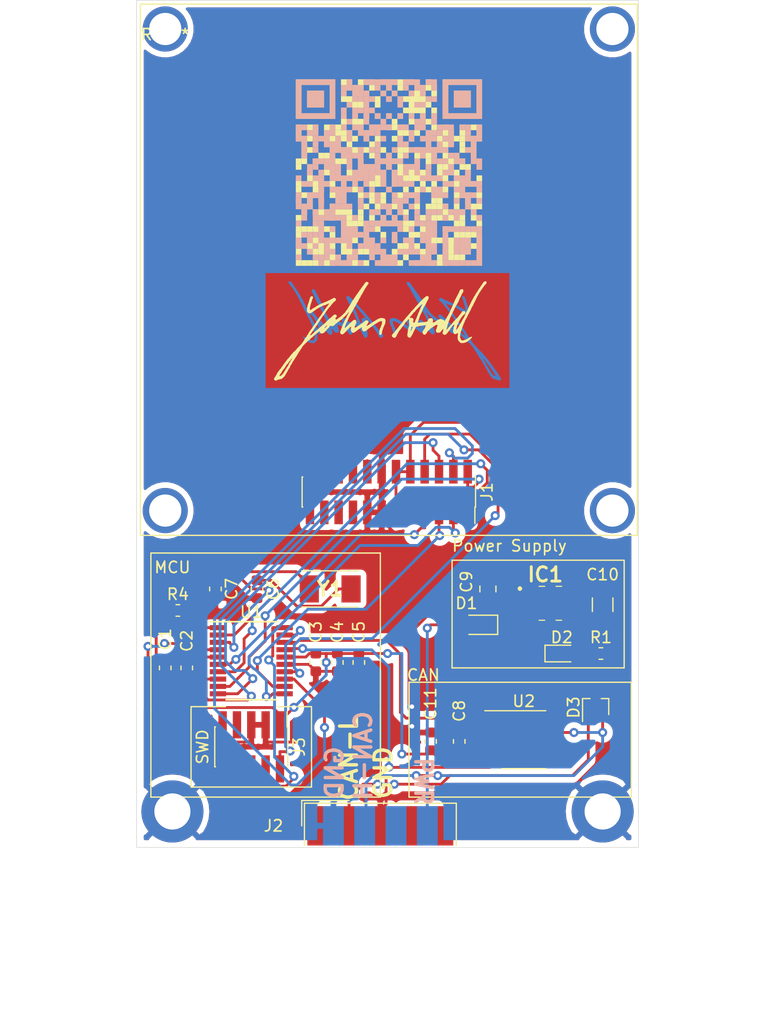
<source format=kicad_pcb>
(kicad_pcb (version 20171130) (host pcbnew "(5.1.2)-1")
  (layers (0 F.Cu signal) (31 B.Cu signal) (34 B.Paste user) (35 F.Paste user) (36 B.SilkS user) (37 F.SilkS user) (38 B.Mask user) (39 F.Mask user) (44 Edge.Cuts user))
  (net 0 "")
  (net 1 "Net-(IC1-Pad5)")
  (net 2 "Net-(IC1-Pad8)")
  (net 3 "Net-(IC1-Pad9)")
  (net 4 "Net-(IC1-Pad10)")
  (net 5 +3V3)
  (net 6 GNDREF)
  (net 7 "Net-(C6-Pad1)")
  (net 8 "Net-(C7-Pad1)")
  (net 9 "Net-(C9-Pad1)")
  (net 10 /POWER_IN)
  (net 11 "Net-(D2-Pad2)")
  (net 12 "Net-(D3-Pad1)")
  (net 13 "Net-(D3-Pad2)")
  (net 14 /MCU_IO3)
  (net 15 /MCU_IO4)
  (net 16 /SPI_SCK)
  (net 17 /SPI_MOSI)
  (net 18 /SPI_MISO)
  (net 19 /SPI_NSS)
  (net 20 /MCU_IO1)
  (net 21 /MCU_IO0)
  (net 22 /MCU_IO2)
  (net 23 "Net-(J1-Pad16)")
  (net 24 "Net-(J1-Pad17)")
  (net 25 "Net-(J1-Pad18)")
  (net 26 "Net-(J1-Pad19)")
  (net 27 "Net-(J1-Pad20)")
  (net 28 "Net-(J1-Pad21)")
  (net 29 "Net-(J1-Pad22)")
  (net 30 "Net-(J1-Pad23)")
  (net 31 "Net-(J1-Pad24)")
  (net 32 "Net-(J2-Pad1)")
  (net 33 "Net-(J2-Pad4)")
  (net 34 "Net-(J2-Pad5)")
  (net 35 "Net-(J2-Pad8)")
  (net 36 /SDWIO)
  (net 37 /SWCLK)
  (net 38 "Net-(J3-Pad6)")
  (net 39 "Net-(J3-Pad7)")
  (net 40 "Net-(J3-Pad8)")
  (net 41 /~RESET)
  (net 42 "Net-(R4-Pad2)")
  (net 43 /CAN_RXD)
  (net 44 /CAN_TXD)
  (net 45 "Net-(U2-Pad5)")
  (net 46 "Net-(U2-Pad8)")
  (module SamacSys_Parts:ADIS-mounting (layer F.Cu) (at 19.05 19.05)
    (fp_text reference REF** (at 0 0.5) (layer F.SilkS))
    (fp_text value ADIS-mounting)
    (pad GND thru_hole circle (at 39.6 42.6) (size 4 4) (drill 2.85) (layers *.Cu *.Mask))
    (pad GND thru_hole circle (at 0 42.6) (size 4 4) (drill 2.85) (layers *.Cu *.Mask))
    (pad GND thru_hole circle (at 39.6 0) (size 4 4) (drill 2.85) (layers *.Cu *.Mask))
    (pad GND thru_hole circle (at 0 0) (size 4 4) (drill 2.85) (layers *.Cu *.Mask))
  )
  (module Package_SO:TSSOP-20_4.4x6.5mm_P0.65mm (layer F.Cu) (at 26.67 74.93)
    (fp_text reference U1 (at 0 -4.3) (layer F.SilkS))
    (fp_text value STM32F042F6Px)
    (pad 1 smd rect (at -2.95 -2.925) (size 1.45 0.45) (layers F.Cu F.Paste F.Mask) (net 42 "Net-(R4-Pad2)"))
    (pad 2 smd rect (at -2.95 -2.275) (size 1.45 0.45) (layers F.Cu F.Paste F.Mask) (net 7 "Net-(C6-Pad1)"))
    (pad 3 smd rect (at -2.95 -1.625) (size 1.45 0.45) (layers F.Cu F.Paste F.Mask) (net 8 "Net-(C7-Pad1)"))
    (pad 4 smd rect (at -2.95 -0.975) (size 1.45 0.45) (layers F.Cu F.Paste F.Mask) (net 41 /~RESET))
    (pad 5 smd rect (at -2.95 -0.325) (size 1.45 0.45) (layers F.Cu F.Paste F.Mask) (net 5 +3V3))
    (pad 6 smd rect (at -2.95 0.325) (size 1.45 0.45) (layers F.Cu F.Paste F.Mask) (net 20 /MCU_IO1))
    (pad 7 smd rect (at -2.95 0.975) (size 1.45 0.45) (layers F.Cu F.Paste F.Mask) (net 22 /MCU_IO2))
    (pad 8 smd rect (at -2.95 1.625) (size 1.45 0.45) (layers F.Cu F.Paste F.Mask) (net 14 /MCU_IO3))
    (pad 9 smd rect (at -2.95 2.275) (size 1.45 0.45) (layers F.Cu F.Paste F.Mask) (net 15 /MCU_IO4))
    (pad 10 smd rect (at -2.95 2.925) (size 1.45 0.45) (layers F.Cu F.Paste F.Mask) (net 19 /SPI_NSS))
    (pad 11 smd rect (at 2.95 2.925) (size 1.45 0.45) (layers F.Cu F.Paste F.Mask) (net 16 /SPI_SCK))
    (pad 12 smd rect (at 2.95 2.275) (size 1.45 0.45) (layers F.Cu F.Paste F.Mask) (net 18 /SPI_MISO))
    (pad 13 smd rect (at 2.95 1.625) (size 1.45 0.45) (layers F.Cu F.Paste F.Mask) (net 17 /SPI_MOSI))
    (pad 14 smd rect (at 2.95 0.975) (size 1.45 0.45) (layers F.Cu F.Paste F.Mask) (net 21 /MCU_IO0))
    (pad 15 smd rect (at 2.95 0.325) (size 1.45 0.45) (layers F.Cu F.Paste F.Mask) (net 6 GNDREF))
    (pad 16 smd rect (at 2.95 -0.325) (size 1.45 0.45) (layers F.Cu F.Paste F.Mask) (net 5 +3V3))
    (pad 17 smd rect (at 2.95 -0.975) (size 1.45 0.45) (layers F.Cu F.Paste F.Mask) (net 43 /CAN_RXD))
    (pad 18 smd rect (at 2.95 -1.625) (size 1.45 0.45) (layers F.Cu F.Paste F.Mask) (net 44 /CAN_TXD))
    (pad 19 smd rect (at 2.95 -2.275) (size 1.45 0.45) (layers F.Cu F.Paste F.Mask) (net 36 /SDWIO))
    (pad 20 smd rect (at 2.95 -2.925) (size 1.45 0.45) (layers F.Cu F.Paste F.Mask) (net 37 /SWCLK))
  )
  (module Connector_PinSocket_1.27mm:PinSocket_2x12_P1.27mm_Vertical_SMD (layer F.Cu) (at 38.85 60.008 270)
    (fp_text reference J1 (at 0 -8.68 90) (layer F.SilkS))
    (fp_text value Conn_02x12_Odd_Even)
    (pad 24 smd rect (at -1.8 6.985 270) (size 2.1 0.75) (layers F.Cu F.Paste F.Mask) (net 31 "Net-(J1-Pad24)"))
    (pad 23 smd rect (at 1.8 6.985 270) (size 2.1 0.75) (layers F.Cu F.Paste F.Mask) (net 30 "Net-(J1-Pad23)"))
    (pad 22 smd rect (at -1.8 5.715 270) (size 2.1 0.75) (layers F.Cu F.Paste F.Mask) (net 29 "Net-(J1-Pad22)"))
    (pad 21 smd rect (at 1.8 5.715 270) (size 2.1 0.75) (layers F.Cu F.Paste F.Mask) (net 28 "Net-(J1-Pad21)"))
    (pad 20 smd rect (at -1.8 4.445 270) (size 2.1 0.75) (layers F.Cu F.Paste F.Mask) (net 27 "Net-(J1-Pad20)"))
    (pad 19 smd rect (at 1.8 4.445 270) (size 2.1 0.75) (layers F.Cu F.Paste F.Mask) (net 26 "Net-(J1-Pad19)"))
    (pad 18 smd rect (at -1.8 3.175 270) (size 2.1 0.75) (layers F.Cu F.Paste F.Mask) (net 25 "Net-(J1-Pad18)"))
    (pad 17 smd rect (at 1.8 3.175 270) (size 2.1 0.75) (layers F.Cu F.Paste F.Mask) (net 24 "Net-(J1-Pad17)"))
    (pad 16 smd rect (at -1.8 1.905 270) (size 2.1 0.75) (layers F.Cu F.Paste F.Mask) (net 23 "Net-(J1-Pad16)"))
    (pad 15 smd rect (at 1.8 1.905 270) (size 2.1 0.75) (layers F.Cu F.Paste F.Mask) (net 6 GNDREF))
    (pad 14 smd rect (at -1.8 0.635 270) (size 2.1 0.75) (layers F.Cu F.Paste F.Mask) (net 6 GNDREF))
    (pad 13 smd rect (at 1.8 0.635 270) (size 2.1 0.75) (layers F.Cu F.Paste F.Mask) (net 6 GNDREF))
    (pad 12 smd rect (at -1.8 -0.635 270) (size 2.1 0.75) (layers F.Cu F.Paste F.Mask) (net 5 +3V3))
    (pad 11 smd rect (at 1.8 -0.635 270) (size 2.1 0.75) (layers F.Cu F.Paste F.Mask) (net 5 +3V3))
    (pad 10 smd rect (at -1.8 -1.905 270) (size 2.1 0.75) (layers F.Cu F.Paste F.Mask) (net 5 +3V3))
    (pad 9 smd rect (at 1.8 -1.905 270) (size 2.1 0.75) (layers F.Cu F.Paste F.Mask) (net 22 /MCU_IO2))
    (pad 8 smd rect (at -1.8 -3.175 270) (size 2.1 0.75) (layers F.Cu F.Paste F.Mask) (net 21 /MCU_IO0))
    (pad 7 smd rect (at 1.8 -3.175 270) (size 2.1 0.75) (layers F.Cu F.Paste F.Mask) (net 20 /MCU_IO1))
    (pad 6 smd rect (at -1.8 -4.445 270) (size 2.1 0.75) (layers F.Cu F.Paste F.Mask) (net 19 /SPI_NSS))
    (pad 5 smd rect (at 1.8 -4.445 270) (size 2.1 0.75) (layers F.Cu F.Paste F.Mask) (net 18 /SPI_MISO))
    (pad 4 smd rect (at -1.8 -5.715 270) (size 2.1 0.75) (layers F.Cu F.Paste F.Mask) (net 17 /SPI_MOSI))
    (pad 3 smd rect (at 1.8 -5.715 270) (size 2.1 0.75) (layers F.Cu F.Paste F.Mask) (net 16 /SPI_SCK))
    (pad 2 smd rect (at -1.8 -6.985 270) (size 2.1 0.75) (layers F.Cu F.Paste F.Mask) (net 15 /MCU_IO4))
    (pad 1 smd rect (at 1.8 -6.985 270) (size 2.1 0.75) (layers F.Cu F.Paste F.Mask) (net 14 /MCU_IO3))
  )
  (module SamacSys_Parts:QR_CANtest (layer B.Cu) (at 38.862 31.75 180)
    (fp_text reference QR1 hide)
    (fp_text value QR_CANtest hide)
  )
  (module SamacSys_Parts:sign-small-Cu (layer B.Cu) (at 39.37 45.72 180)
    (fp_text reference GG1 hide)
    (fp_text value LOGO hide)
    (fp_poly (pts (xy 9.321463 4.352729) (xy 9.352233 4.339562) (xy 9.376138 4.32124) (xy 9.394537 4.301168) (xy 9.402423 4.284217) (xy 9.402859 4.263385) (xy 9.402602 4.260737) (xy 9.399225 4.236328) (xy 9.395222 4.218009) (xy 9.394683 4.2164) (xy 9.389778 4.198609) (xy 9.386075 4.18025) (xy 9.377996 4.15989) (xy 9.362205 4.135812) (xy 9.35408 4.126141) (xy 9.324507 4.094777) (xy 9.297867 4.068293) (xy 9.276643 4.049026) (xy 9.263318 4.039312) (xy 9.261035 4.0386) (xy 9.257896 4.032324) (xy 9.259471 4.0259) (xy 9.258819 4.015042) (xy 9.254367 4.0132) (xy 9.241361 4.00796) (xy 9.22786 3.996436) (xy 9.220834 3.984925) (xy 9.220867 3.982942) (xy 9.21612 3.974539) (xy 9.202432 3.957552) (xy 9.182675 3.935524) (xy 9.180953 3.933686) (xy 9.159013 3.908752) (xy 9.139061 3.8833) (xy 9.123271 3.860508) (xy 9.113812 3.843557) (xy 9.112857 3.835625) (xy 9.11381 3.8354) (xy 9.111308 3.830295) (xy 9.099521 3.817467) (xy 9.093122 3.811201) (xy 9.077126 3.793143) (xy 9.068365 3.777866) (xy 9.0678 3.774755) (xy 9.062413 3.761856) (xy 9.048655 3.742405) (xy 9.038166 3.730158) (xy 9.021239 3.709979) (xy 9.010475 3.693884) (xy 9.008455 3.688286) (xy 9.003123 3.677515) (xy 8.989245 3.658574) (xy 8.970584 3.636434) (xy 8.951371 3.613908) (xy 8.937686 3.595947) (xy 8.932562 3.586627) (xy 8.926757 3.575635) (xy 8.917399 3.56546) (xy 8.903843 3.549123) (xy 8.889014 3.525845) (xy 8.885841 3.520017) (xy 8.874273 3.500443) (xy 8.865115 3.489269) (xy 8.863058 3.488267) (xy 8.857635 3.480873) (xy 8.85216 3.462643) (xy 8.851267 3.458239) (xy 8.846529 3.439927) (xy 8.841906 3.432465) (xy 8.841036 3.432809) (xy 8.834182 3.429534) (xy 8.823221 3.415553) (xy 8.82101 3.412037) (xy 8.808456 3.39505) (xy 8.798001 3.386813) (xy 8.796991 3.386667) (xy 8.789844 3.379632) (xy 8.7884 3.37092) (xy 8.782051 3.354957) (xy 8.767128 3.339198) (xy 8.753411 3.325245) (xy 8.749584 3.313546) (xy 8.749692 3.313231) (xy 8.747285 3.300118) (xy 8.74139 3.293167) (xy 8.731413 3.278773) (xy 8.722062 3.255885) (xy 8.720401 3.250214) (xy 8.712902 3.229545) (xy 8.705003 3.218126) (xy 8.702907 3.217334) (xy 8.697891 3.212258) (xy 8.698951 3.209754) (xy 8.696558 3.200893) (xy 8.690106 3.196983) (xy 8.68073 3.186228) (xy 8.681723 3.178379) (xy 8.680038 3.165219) (xy 8.672018 3.160813) (xy 8.660159 3.151005) (xy 8.645918 3.130676) (xy 8.632302 3.105356) (xy 8.622317 3.080578) (xy 8.618921 3.063115) (xy 8.612271 3.047903) (xy 8.602133 3.039534) (xy 8.588647 3.027393) (xy 8.5852 3.018069) (xy 8.58065 3.006993) (xy 8.57695 3.005667) (xy 8.566782 2.998354) (xy 8.555885 2.980307) (xy 8.547009 2.957363) (xy 8.542908 2.93536) (xy 8.542866 2.933361) (xy 8.536715 2.91087) (xy 8.526199 2.896958) (xy 8.512025 2.877834) (xy 8.505583 2.859563) (xy 8.498152 2.837386) (xy 8.489076 2.823667) (xy 8.478097 2.806325) (xy 8.470919 2.785621) (xy 8.46489 2.767813) (xy 8.458093 2.76014) (xy 8.457924 2.760134) (xy 8.447355 2.752585) (xy 8.437405 2.733524) (xy 8.429883 2.708331) (xy 8.426598 2.682387) (xy 8.427341 2.669151) (xy 8.429373 2.651723) (xy 8.428553 2.646347) (xy 8.427584 2.64795) (xy 8.418311 2.657755) (xy 8.409521 2.654913) (xy 8.4074 2.646729) (xy 8.401977 2.633723) (xy 8.388336 2.614941) (xy 8.381457 2.607153) (xy 8.36619 2.589406) (xy 8.362051 2.579183) (xy 8.36764 2.572618) (xy 8.368726 2.571988) (xy 8.375903 2.565368) (xy 8.372753 2.555848) (xy 8.360802 2.5418) (xy 8.346739 2.523612) (xy 8.339816 2.508727) (xy 8.339666 2.507154) (xy 8.333427 2.492942) (xy 8.32485 2.484466) (xy 8.31287 2.472856) (xy 8.309935 2.4666) (xy 8.306279 2.450969) (xy 8.297797 2.431187) (xy 8.287737 2.413644) (xy 8.279348 2.404732) (xy 8.278385 2.404534) (xy 8.273433 2.39781) (xy 8.274389 2.387589) (xy 8.27558 2.375668) (xy 8.272856 2.37433) (xy 8.26144 2.373715) (xy 8.254833 2.370564) (xy 8.247796 2.363648) (xy 8.256331 2.357917) (xy 8.257596 2.357424) (xy 8.265998 2.352483) (xy 8.265353 2.344395) (xy 8.254828 2.328706) (xy 8.251375 2.324146) (xy 8.239486 2.305798) (xy 8.235109 2.293152) (xy 8.235805 2.291084) (xy 8.233899 2.282955) (xy 8.222739 2.272626) (xy 8.20817 2.254742) (xy 8.2042 2.238954) (xy 8.20124 2.223273) (xy 8.195733 2.218267) (xy 8.188188 2.211424) (xy 8.187266 2.205772) (xy 8.18345 2.191473) (xy 8.174204 2.172434) (xy 8.162837 2.15417) (xy 8.152655 2.142198) (xy 8.148111 2.140457) (xy 8.142092 2.135069) (xy 8.132228 2.119345) (xy 8.121268 2.098547) (xy 8.111963 2.077935) (xy 8.107063 2.062769) (xy 8.106908 2.061634) (xy 8.101648 2.044967) (xy 8.091721 2.029034) (xy 8.08132 2.01969) (xy 8.076775 2.019563) (xy 8.07126 2.01588) (xy 8.068748 2.000203) (xy 8.068733 1.998634) (xy 8.066324 1.980585) (xy 8.060505 1.972744) (xy 8.060266 1.972734) (xy 8.053262 1.965684) (xy 8.0518 1.956706) (xy 8.04631 1.941096) (xy 8.039943 1.936129) (xy 8.031299 1.925594) (xy 8.02387 1.904656) (xy 8.022054 1.895869) (xy 8.01508 1.865102) (xy 8.00576 1.835779) (xy 8.00418 1.83182) (xy 7.996394 1.81206) (xy 7.992531 1.800044) (xy 7.992436 1.799208) (xy 7.987176 1.790795) (xy 7.975291 1.777692) (xy 7.964446 1.762805) (xy 7.96309 1.752292) (xy 7.961041 1.745261) (xy 7.955198 1.744134) (xy 7.946137 1.738552) (xy 7.946874 1.732121) (xy 7.944096 1.719071) (xy 7.931178 1.701097) (xy 7.925442 1.695221) (xy 7.909043 1.675632) (xy 7.90001 1.657228) (xy 7.8994 1.652893) (xy 7.89557 1.626368) (xy 7.885207 1.61107) (xy 7.877327 1.608667) (xy 7.868092 1.601351) (xy 7.865533 1.588) (xy 7.862411 1.570073) (xy 7.857066 1.5621) (xy 7.849379 1.549894) (xy 7.8486 1.544063) (xy 7.842994 1.527874) (xy 7.835822 1.51848) (xy 7.827302 1.505456) (xy 7.827306 1.498805) (xy 7.82467 1.490412) (xy 7.818918 1.487053) (xy 7.80768 1.475408) (xy 7.806266 1.468668) (xy 7.801389 1.453658) (xy 7.789261 1.433107) (xy 7.7851 1.427386) (xy 7.77154 1.405785) (xy 7.764304 1.386808) (xy 7.763933 1.383269) (xy 7.758018 1.362118) (xy 7.742527 1.335945) (xy 7.724063 1.313846) (xy 7.714577 1.29803) (xy 7.713133 1.290562) (xy 7.708088 1.279693) (xy 7.704166 1.278467) (xy 7.698933 1.273365) (xy 7.700071 1.270586) (xy 7.69901 1.259712) (xy 7.696338 1.257386) (xy 7.690714 1.246164) (xy 7.687832 1.225269) (xy 7.687733 1.22041) (xy 7.684413 1.195938) (xy 7.672142 1.174545) (xy 7.658368 1.159526) (xy 7.641042 1.13984) (xy 7.630356 1.123003) (xy 7.628735 1.117353) (xy 7.622189 1.102706) (xy 7.611533 1.0922) (xy 7.598296 1.076774) (xy 7.5946 1.064432) (xy 7.591015 1.05395) (xy 7.586133 1.054101) (xy 7.580008 1.050936) (xy 7.577666 1.03547) (xy 7.570975 1.011414) (xy 7.560423 1.000838) (xy 7.547888 0.988716) (xy 7.545355 0.979752) (xy 7.54366 0.965355) (xy 7.536546 0.945502) (xy 7.526984 0.92668) (xy 7.517947 0.915379) (xy 7.515427 0.914401) (xy 7.511538 0.908159) (xy 7.512995 0.901701) (xy 7.511694 0.890778) (xy 7.505434 0.889001) (xy 7.494441 0.882217) (xy 7.493 0.876301) (xy 7.49196 0.857588) (xy 7.486367 0.845473) (xy 7.478636 0.836362) (xy 7.469883 0.817693) (xy 7.46998 0.804612) (xy 7.470537 0.790964) (xy 7.466807 0.787401) (xy 7.461734 0.779955) (xy 7.459199 0.761648) (xy 7.459133 0.757767) (xy 7.457263 0.738177) (xy 7.452667 0.728388) (xy 7.451693 0.728134) (xy 7.443683 0.721141) (xy 7.434337 0.704165) (xy 7.433733 0.702734) (xy 7.424453 0.685276) (xy 7.416208 0.677374) (xy 7.415772 0.677334) (xy 7.409725 0.670234) (xy 7.408333 0.660401) (xy 7.404787 0.646642) (xy 7.399866 0.643467) (xy 7.392723 0.636466) (xy 7.3914 0.628403) (xy 7.385011 0.612034) (xy 7.374466 0.601134) (xy 7.361178 0.58312) (xy 7.357533 0.556931) (xy 7.355553 0.536425) (xy 7.350639 0.525491) (xy 7.349066 0.524934) (xy 7.343764 0.517423) (xy 7.340815 0.498659) (xy 7.3406 0.491067) (xy 7.338611 0.469861) (xy 7.333644 0.458065) (xy 7.331633 0.457201) (xy 7.326369 0.452113) (xy 7.327478 0.449416) (xy 7.326378 0.437804) (xy 7.320947 0.430291) (xy 7.312811 0.416436) (xy 7.312684 0.409712) (xy 7.309541 0.397363) (xy 7.302781 0.389701) (xy 7.291867 0.375274) (xy 7.2898 0.367264) (xy 7.284802 0.35668) (xy 7.281198 0.3556) (xy 7.275868 0.348268) (xy 7.274532 0.330442) (xy 7.274645 0.328722) (xy 7.273141 0.308555) (xy 7.266326 0.298387) (xy 7.266313 0.298383) (xy 7.259315 0.28844) (xy 7.255979 0.268734) (xy 7.255933 0.265995) (xy 7.254231 0.246684) (xy 7.25006 0.237252) (xy 7.249313 0.237067) (xy 7.24386 0.229753) (xy 7.240805 0.214258) (xy 7.23612 0.195159) (xy 7.229262 0.185482) (xy 7.223526 0.172898) (xy 7.224804 0.153529) (xy 7.22557 0.13086) (xy 7.219683 0.120922) (xy 7.210468 0.109133) (xy 7.199402 0.087313) (xy 7.18939 0.061681) (xy 7.184976 0.046567) (xy 7.176254 0.015956) (xy 7.165753 -0.013128) (xy 7.155294 -0.036356) (xy 7.146695 -0.0494) (xy 7.144065 -0.0508) (xy 7.140979 -0.056983) (xy 7.142284 -0.062143) (xy 7.140179 -0.076211) (xy 7.133551 -0.084346) (xy 7.122966 -0.101172) (xy 7.120466 -0.114631) (xy 7.116379 -0.131588) (xy 7.109883 -0.138326) (xy 7.104596 -0.142299) (xy 7.109116 -0.143264) (xy 7.113896 -0.148516) (xy 7.112696 -0.164922) (xy 7.107312 -0.187989) (xy 7.10152 -0.213166) (xy 7.099028 -0.23089) (xy 7.099641 -0.235997) (xy 7.098652 -0.245155) (xy 7.092202 -0.257557) (xy 7.077899 -0.287582) (xy 7.070242 -0.32504) (xy 7.068534 -0.373823) (xy 7.068931 -0.387623) (xy 7.068768 -0.426863) (xy 7.064994 -0.453037) (xy 7.060973 -0.461706) (xy 7.055744 -0.471758) (xy 7.058183 -0.474133) (xy 7.062478 -0.48157) (xy 7.064787 -0.499993) (xy 7.06509 -0.523568) (xy 7.063367 -0.546461) (xy 7.059597 -0.56284) (xy 7.058501 -0.564975) (xy 7.05684 -0.580078) (xy 7.060808 -0.591935) (xy 7.068087 -0.614185) (xy 7.069666 -0.628516) (xy 7.073958 -0.649219) (xy 7.08025 -0.659948) (xy 7.086477 -0.667736) (xy 7.080153 -0.665273) (xy 7.079342 -0.664815) (xy 7.071814 -0.663363) (xy 7.072693 -0.674323) (xy 7.073845 -0.678389) (xy 7.08409 -0.70626) (xy 7.098707 -0.73836) (xy 7.114968 -0.76941) (xy 7.130144 -0.794131) (xy 7.139678 -0.805808) (xy 7.151472 -0.818305) (xy 7.154889 -0.824858) (xy 7.156352 -0.841631) (xy 7.16913 -0.850194) (xy 7.171216 -0.850884) (xy 7.191334 -0.86142) (xy 7.201733 -0.869876) (xy 7.219047 -0.878758) (xy 7.245417 -0.884168) (xy 7.273752 -0.885521) (xy 7.296963 -0.882234) (xy 7.30481 -0.878373) (xy 7.312152 -0.874676) (xy 7.310254 -0.883569) (xy 7.30898 -0.895505) (xy 7.317609 -0.895322) (xy 7.332414 -0.884512) (xy 7.350902 -0.874247) (xy 7.37453 -0.868039) (xy 7.396484 -0.863034) (xy 7.411028 -0.855817) (xy 7.411259 -0.855593) (xy 7.42635 -0.84842) (xy 7.43966 -0.846666) (xy 7.454736 -0.843204) (xy 7.459133 -0.837282) (xy 7.46607 -0.83164) (xy 7.479781 -0.833079) (xy 7.497314 -0.833989) (xy 7.50576 -0.829636) (xy 7.517627 -0.820234) (xy 7.539024 -0.809544) (xy 7.563078 -0.800483) (xy 7.582917 -0.795971) (xy 7.585298 -0.795866) (xy 7.600814 -0.789511) (xy 7.611533 -0.778933) (xy 7.628567 -0.765605) (xy 7.643035 -0.762) (xy 7.658035 -0.759239) (xy 7.662333 -0.754591) (xy 7.669619 -0.749131) (xy 7.684687 -0.747183) (xy 7.704186 -0.742547) (xy 7.714507 -0.733842) (xy 7.735954 -0.707132) (xy 7.761269 -0.694852) (xy 7.768271 -0.694266) (xy 7.785959 -0.691054) (xy 7.793566 -0.6858) (xy 7.805675 -0.678262) (xy 7.813116 -0.67715) (xy 7.826983 -0.67099) (xy 7.84518 -0.655678) (xy 7.852752 -0.647517) (xy 7.87015 -0.629794) (xy 7.88463 -0.619298) (xy 7.888735 -0.618066) (xy 7.89863 -0.612915) (xy 7.8994 -0.609865) (xy 7.905611 -0.605219) (xy 7.912165 -0.606563) (xy 7.928356 -0.605977) (xy 7.943915 -0.599069) (xy 7.965577 -0.590574) (xy 7.98195 -0.589619) (xy 7.996681 -0.588799) (xy 8.001 -0.584146) (xy 8.00778 -0.57651) (xy 8.012663 -0.575733) (xy 8.027691 -0.569766) (xy 8.034271 -0.56375) (xy 8.050988 -0.555899) (xy 8.081552 -0.554563) (xy 8.1125 -0.557925) (xy 8.116076 -0.565463) (xy 8.112459 -0.582496) (xy 8.103616 -0.604279) (xy 8.091517 -0.626067) (xy 8.078129 -0.643114) (xy 8.076567 -0.644581) (xy 8.059574 -0.661613) (xy 8.05215 -0.672722) (xy 8.055391 -0.675714) (xy 8.062383 -0.672971) (xy 8.064936 -0.673224) (xy 8.056531 -0.680938) (xy 8.041214 -0.691195) (xy 8.032748 -0.694266) (xy 8.029558 -0.699712) (xy 8.031522 -0.704172) (xy 8.031932 -0.71053) (xy 8.023555 -0.708671) (xy 8.011622 -0.708848) (xy 8.009466 -0.715699) (xy 8.002644 -0.726575) (xy 7.996266 -0.728133) (xy 7.987503 -0.732237) (xy 7.9883 -0.7366) (xy 7.98638 -0.743848) (xy 7.980333 -0.745066) (xy 7.968741 -0.748992) (xy 7.967133 -0.75257) (xy 7.961715 -0.762003) (xy 7.947434 -0.779886) (xy 7.927245 -0.802548) (xy 7.9248 -0.805165) (xy 7.904566 -0.82546) (xy 7.889598 -0.838081) (xy 7.882652 -0.840758) (xy 7.882466 -0.839994) (xy 7.876094 -0.830404) (xy 7.872588 -0.829733) (xy 7.866632 -0.83289) (xy 7.867842 -0.834864) (xy 7.865994 -0.843536) (xy 7.854766 -0.858129) (xy 7.85232 -0.860649) (xy 7.838323 -0.876939) (xy 7.831739 -0.889118) (xy 7.831666 -0.889917) (xy 7.82464 -0.895608) (xy 7.812616 -0.895882) (xy 7.794184 -0.899794) (xy 7.785208 -0.912283) (xy 7.773277 -0.926999) (xy 7.761925 -0.931333) (xy 7.749287 -0.934637) (xy 7.747 -0.938369) (xy 7.740345 -0.94704) (xy 7.725833 -0.956733) (xy 7.710258 -0.970398) (xy 7.704666 -0.984481) (xy 7.70146 -0.996003) (xy 7.688796 -0.996803) (xy 7.683948 -0.995702) (xy 7.663704 -0.996015) (xy 7.656119 -1.003206) (xy 7.64315 -1.013489) (xy 7.623921 -1.019396) (xy 7.58196 -1.026659) (xy 7.552798 -1.034811) (xy 7.538437 -1.043283) (xy 7.538066 -1.043827) (xy 7.539773 -1.049176) (xy 7.550309 -1.047925) (xy 7.563288 -1.047449) (xy 7.563859 -1.053931) (xy 7.5534 -1.061465) (xy 7.533699 -1.065096) (xy 7.532743 -1.065123) (xy 7.493595 -1.067425) (xy 7.467767 -1.072809) (xy 7.451807 -1.082001) (xy 7.451566 -1.082229) (xy 7.434483 -1.089318) (xy 7.421073 -1.088733) (xy 7.404044 -1.087259) (xy 7.396645 -1.089777) (xy 7.3814 -1.097108) (xy 7.357344 -1.10145) (xy 7.349066 -1.101873) (xy 7.329377 -1.104975) (xy 7.323666 -1.10674) (xy 7.307886 -1.109855) (xy 7.283056 -1.112074) (xy 7.253987 -1.113312) (xy 7.225488 -1.113486) (xy 7.20237 -1.112512) (xy 7.189441 -1.110307) (xy 7.1882 -1.109093) (xy 7.180796 -1.103468) (xy 7.162579 -1.098118) (xy 7.158566 -1.097359) (xy 7.127788 -1.092) (xy 7.0993 -1.08704) (xy 7.079734 -1.081084) (xy 7.06993 -1.073105) (xy 7.069666 -1.071703) (xy 7.064328 -1.058572) (xy 7.052733 -1.04335) (xy 7.040317 -1.025663) (xy 7.0358 -1.011621) (xy 7.031756 -1.002604) (xy 7.027273 -1.003336) (xy 7.017447 -1.0017) (xy 7.014076 -0.996435) (xy 7.003979 -0.984674) (xy 6.98506 -0.971259) (xy 6.980772 -0.968844) (xy 6.960615 -0.95375) (xy 6.948131 -0.936605) (xy 6.947241 -0.933911) (xy 6.936702 -0.917679) (xy 6.925572 -0.9144) (xy 6.911422 -0.90833) (xy 6.908799 -0.899515) (xy 6.904973 -0.883818) (xy 6.895195 -0.860063) (xy 6.887633 -0.84487) (xy 6.875372 -0.817828) (xy 6.867732 -0.793255) (xy 6.866466 -0.783554) (xy 6.86368 -0.767457) (xy 6.858194 -0.762) (xy 6.853054 -0.754531) (xy 6.850668 -0.736011) (xy 6.850666 -0.73025) (xy 6.850823 -0.709503) (xy 6.850701 -0.676358) (xy 6.850331 -0.635349) (xy 6.849744 -0.591009) (xy 6.849731 -0.590193) (xy 6.849659 -0.536778) (xy 6.851405 -0.49923) (xy 6.855037 -0.476574) (xy 6.858295 -0.469543) (xy 6.86382 -0.459312) (xy 6.859036 -0.4572) (xy 6.850612 -0.450359) (xy 6.849533 -0.4445) (xy 6.854652 -0.433241) (xy 6.859036 -0.4318) (xy 6.862864 -0.426975) (xy 6.85692 -0.417474) (xy 6.850732 -0.40807) (xy 6.855883 -0.409507) (xy 6.863571 -0.408906) (xy 6.86693 -0.393782) (xy 6.867189 -0.387849) (xy 6.868769 -0.338558) (xy 6.870736 -0.295499) (xy 6.872907 -0.261865) (xy 6.875099 -0.24085) (xy 6.875837 -0.237066) (xy 6.87174 -0.227252) (xy 6.857534 -0.221756) (xy 6.83962 -0.221126) (xy 6.824397 -0.225911) (xy 6.818975 -0.23219) (xy 6.809406 -0.241723) (xy 6.788332 -0.255635) (xy 6.759709 -0.271404) (xy 6.749183 -0.276634) (xy 6.719086 -0.291697) (xy 6.695202 -0.304608) (xy 6.681417 -0.31323) (xy 6.679701 -0.314834) (xy 6.667227 -0.320544) (xy 6.64382 -0.322748) (xy 6.615104 -0.321496) (xy 6.5867 -0.316837) (xy 6.576347 -0.31392) (xy 6.552967 -0.302619) (xy 6.544782 -0.288583) (xy 6.544733 -0.28721) (xy 6.539652 -0.274542) (xy 6.52266 -0.270933) (xy 6.506929 -0.268248) (xy 6.505156 -0.259071) (xy 6.505461 -0.258233) (xy 6.506593 -0.247284) (xy 6.504131 -0.245533) (xy 6.497262 -0.238511) (xy 6.487449 -0.220899) (xy 6.483737 -0.212778) (xy 6.471596 -0.188724) (xy 6.459225 -0.170017) (xy 6.45661 -0.167086) (xy 6.448844 -0.151123) (xy 6.443065 -0.124501) (xy 6.439868 -0.093436) (xy 6.439847 -0.064146) (xy 6.443598 -0.042846) (xy 6.44452 -0.04073) (xy 6.447144 -0.026754) (xy 6.444219 -0.021838) (xy 6.441338 -0.011391) (xy 6.442808 0.010187) (xy 6.445062 0.023126) (xy 6.450377 0.050338) (xy 6.454255 0.072461) (xy 6.455157 0.078714) (xy 6.461996 0.09719) (xy 6.470282 0.10946) (xy 6.477901 0.124312) (xy 6.484102 0.146434) (xy 6.488083 0.170415) (xy 6.489041 0.190843) (xy 6.486173 0.202307) (xy 6.484193 0.2032) (xy 6.477482 0.209735) (xy 6.480797 0.228494) (xy 6.49302 0.256444) (xy 6.500995 0.275603) (xy 6.502156 0.286731) (xy 6.50045 0.287867) (xy 6.497463 0.292817) (xy 6.50204 0.300134) (xy 6.509316 0.31595) (xy 6.515071 0.340483) (xy 6.5162 0.348817) (xy 6.521613 0.373785) (xy 6.530326 0.392086) (xy 6.533481 0.395383) (xy 6.543266 0.413291) (xy 6.542991 0.431366) (xy 6.541931 0.449276) (xy 6.54457 0.457181) (xy 6.544784 0.457201) (xy 6.548339 0.464308) (xy 6.548257 0.476251) (xy 6.546185 0.498706) (xy 6.545438 0.510117) (xy 6.539192 0.519871) (xy 6.52647 0.525221) (xy 6.51467 0.524419) (xy 6.510866 0.518293) (xy 6.504348 0.509785) (xy 6.488562 0.498277) (xy 6.487583 0.497683) (xy 6.469932 0.484859) (xy 6.445473 0.464307) (xy 6.41931 0.44033) (xy 6.417733 0.438813) (xy 6.394777 0.417667) (xy 6.376288 0.402457) (xy 6.365675 0.395945) (xy 6.364816 0.395923) (xy 6.35923 0.391012) (xy 6.358466 0.385234) (xy 6.353894 0.373967) (xy 6.349999 0.372534) (xy 6.342017 0.365916) (xy 6.341533 0.362617) (xy 6.336302 0.34889) (xy 6.32857 0.338377) (xy 6.316142 0.317965) (xy 6.311961 0.305117) (xy 6.302898 0.285721) (xy 6.28894 0.269765) (xy 6.253652 0.238308) (xy 6.23166 0.214687) (xy 6.221999 0.197608) (xy 6.223705 0.185777) (xy 6.225116 0.184134) (xy 6.221173 0.177281) (xy 6.208772 0.162037) (xy 6.198073 0.149957) (xy 6.180565 0.128026) (xy 6.168803 0.108254) (xy 6.166303 0.100812) (xy 6.160106 0.085249) (xy 6.147529 0.064767) (xy 6.132392 0.044552) (xy 6.118509 0.029794) (xy 6.110816 0.025401) (xy 6.104787 0.018763) (xy 6.104466 0.015734) (xy 6.098798 0.00421) (xy 6.084673 -0.012633) (xy 6.079421 -0.017868) (xy 6.058813 -0.041203) (xy 6.041667 -0.066486) (xy 6.040223 -0.06917) (xy 6.028111 -0.090338) (xy 6.01744 -0.105474) (xy 6.016585 -0.106409) (xy 5.993967 -0.131536) (xy 5.977271 -0.153149) (xy 5.969303 -0.167535) (xy 5.968999 -0.169397) (xy 5.962489 -0.177477) (xy 5.960033 -0.1778) (xy 5.95476 -0.182883) (xy 5.95586 -0.185555) (xy 5.953459 -0.195779) (xy 5.941781 -0.21139) (xy 5.925295 -0.227885) (xy 5.908467 -0.240759) (xy 5.896382 -0.245533) (xy 5.885725 -0.252324) (xy 5.884333 -0.258233) (xy 5.879761 -0.2695) (xy 5.875866 -0.270933) (xy 5.869259 -0.275822) (xy 5.869516 -0.277604) (xy 5.86546 -0.287289) (xy 5.852752 -0.303046) (xy 5.848349 -0.307622) (xy 5.833729 -0.320736) (xy 5.82547 -0.325151) (xy 5.824809 -0.324234) (xy 5.82124 -0.324685) (xy 5.815921 -0.332316) (xy 5.805178 -0.344534) (xy 5.798974 -0.347133) (xy 5.786486 -0.350349) (xy 5.765689 -0.358354) (xy 5.759178 -0.361184) (xy 5.738424 -0.370225) (xy 5.725131 -0.375603) (xy 5.723466 -0.37613) (xy 5.713267 -0.380919) (xy 5.710362 -0.382687) (xy 5.69619 -0.383843) (xy 5.689963 -0.381224) (xy 5.673812 -0.377037) (xy 5.668177 -0.378036) (xy 5.656865 -0.374984) (xy 5.652913 -0.368929) (xy 5.64219 -0.360005) (xy 5.634633 -0.360979) (xy 5.618993 -0.359032) (xy 5.606796 -0.34949) (xy 5.587269 -0.334716) (xy 5.568949 -0.327159) (xy 5.552083 -0.319078) (xy 5.545666 -0.308872) (xy 5.538831 -0.297953) (xy 5.532261 -0.296333) (xy 5.522581 -0.291183) (xy 5.522578 -0.28575) (xy 5.522717 -0.270135) (xy 5.518869 -0.255086) (xy 5.51615 -0.233639) (xy 5.520067 -0.224606) (xy 5.525171 -0.208637) (xy 5.52523 -0.185001) (xy 5.520631 -0.162072) (xy 5.516786 -0.153617) (xy 5.516382 -0.14497) (xy 5.519766 -0.143933) (xy 5.526628 -0.136724) (xy 5.528733 -0.123803) (xy 5.533749 -0.103595) (xy 5.54134 -0.09321) (xy 5.549877 -0.081543) (xy 5.549668 -0.075825) (xy 5.551304 -0.065831) (xy 5.553995 -0.063585) (xy 5.560657 -0.051841) (xy 5.562599 -0.0376) (xy 5.565252 -0.021924) (xy 5.570175 -0.016933) (xy 5.573567 -0.00967) (xy 5.571872 0.00879) (xy 5.570934 0.013287) (xy 5.568379 0.042149) (xy 5.571673 0.069841) (xy 5.571825 0.070381) (xy 5.577533 0.099375) (xy 5.579533 0.124828) (xy 5.577684 0.143939) (xy 5.569461 0.151389) (xy 5.557866 0.1524) (xy 5.543461 0.149713) (xy 5.541433 0.143934) (xy 5.539887 0.136391) (xy 5.535322 0.135467) (xy 5.525225 0.128322) (xy 5.513992 0.111032) (xy 5.504843 0.089815) (xy 5.500999 0.07089) (xy 5.501035 0.069268) (xy 5.495726 0.061594) (xy 5.490858 0.062243) (xy 5.479472 0.058779) (xy 5.469259 0.04618) (xy 5.459102 0.032867) (xy 5.451257 0.030422) (xy 5.445407 0.027353) (xy 5.444066 0.01896) (xy 5.438242 0.001983) (xy 5.425016 -0.015121) (xy 5.398265 -0.041669) (xy 5.382768 -0.059872) (xy 5.376632 -0.072052) (xy 5.376333 -0.074793) (xy 5.369293 -0.082935) (xy 5.360192 -0.084666) (xy 5.348429 -0.088695) (xy 5.348574 -0.10196) (xy 5.34927 -0.115057) (xy 5.345665 -0.117891) (xy 5.327068 -0.118105) (xy 5.321402 -0.127045) (xy 5.322471 -0.131233) (xy 5.322014 -0.142102) (xy 5.31779 -0.143933) (xy 5.305498 -0.148307) (xy 5.285344 -0.15938) (xy 5.274775 -0.166076) (xy 5.24259 -0.182324) (xy 5.207208 -0.188071) (xy 5.198653 -0.18822) (xy 5.173162 -0.189758) (xy 5.155313 -0.193683) (xy 5.150804 -0.196614) (xy 5.143039 -0.198686) (xy 5.138626 -0.193696) (xy 5.126253 -0.187168) (xy 5.104708 -0.184955) (xy 5.081151 -0.186901) (xy 5.062742 -0.19285) (xy 5.059256 -0.195427) (xy 5.045806 -0.202866) (xy 5.038229 -0.196436) (xy 5.037666 -0.191442) (xy 5.030088 -0.181979) (xy 5.010862 -0.174703) (xy 5.008033 -0.174125) (xy 4.986179 -0.167347) (xy 4.97758 -0.155096) (xy 4.978031 -0.136433) (xy 4.974134 -0.128548) (xy 4.965995 -0.129948) (xy 4.954979 -0.12996) (xy 4.953663 -0.124748) (xy 4.952065 -0.092694) (xy 4.940881 -0.073758) (xy 4.932264 -0.057675) (xy 4.926582 -0.033593) (xy 4.926065 -0.028703) (xy 4.922129 -0.006283) (xy 4.914539 0.001676) (xy 4.910904 0.001491) (xy 4.90447 0.002365) (xy 4.910339 0.011777) (xy 4.914047 0.015992) (xy 4.923951 0.033244) (xy 4.924536 0.046572) (xy 4.926367 0.060608) (xy 4.932685 0.064999) (xy 4.940779 0.071003) (xy 4.935632 0.076469) (xy 4.932057 0.083803) (xy 4.943389 0.092522) (xy 4.957525 0.106384) (xy 4.961466 0.118832) (xy 4.964652 0.132434) (xy 4.968945 0.135467) (xy 4.977216 0.142959) (xy 4.985115 0.161738) (xy 4.990428 0.186257) (xy 4.990906 0.1905) (xy 4.995859 0.213341) (xy 4.999402 0.223105) (xy 5.000814 0.239582) (xy 4.995857 0.24521) (xy 4.991065 0.251927) (xy 4.999296 0.256959) (xy 5.008619 0.257922) (xy 5.007973 0.253904) (xy 5.009251 0.246208) (xy 5.012728 0.245534) (xy 5.018495 0.251739) (xy 5.018507 0.271519) (xy 5.016942 0.283634) (xy 5.014384 0.307474) (xy 5.01665 0.318847) (xy 5.024447 0.321734) (xy 5.035379 0.328752) (xy 5.037666 0.337962) (xy 5.041611 0.352821) (xy 5.046414 0.357105) (xy 5.051727 0.366591) (xy 5.056185 0.387962) (xy 5.059324 0.416175) (xy 5.060682 0.446185) (xy 5.059795 0.47295) (xy 5.058129 0.484717) (xy 5.054021 0.498217) (xy 5.045901 0.505147) (xy 5.029078 0.50768) (xy 5.00786 0.508001) (xy 4.981542 0.506539) (xy 4.96275 0.502788) (xy 4.957233 0.499534) (xy 4.945547 0.492948) (xy 4.931599 0.491067) (xy 4.917032 0.488269) (xy 4.916106 0.478314) (xy 4.916446 0.47739) (xy 4.917404 0.467989) (xy 4.906851 0.468483) (xy 4.903268 0.469562) (xy 4.889025 0.471064) (xy 4.88717 0.465313) (xy 4.882322 0.455645) (xy 4.874852 0.452749) (xy 4.857002 0.444906) (xy 4.846731 0.436808) (xy 4.830654 0.425898) (xy 4.820807 0.423334) (xy 4.805895 0.417922) (xy 4.790182 0.406401) (xy 4.773415 0.394059) (xy 4.760903 0.389467) (xy 4.750701 0.384333) (xy 4.749799 0.381) (xy 4.742908 0.37357) (xy 4.7366 0.372534) (xy 4.727836 0.368429) (xy 4.728633 0.364067) (xy 4.72604 0.357403) (xy 4.716433 0.3556) (xy 4.702394 0.352959) (xy 4.698999 0.349142) (xy 4.692223 0.341128) (xy 4.679949 0.334015) (xy 4.666198 0.32379) (xy 4.663016 0.315074) (xy 4.661061 0.306212) (xy 4.658783 0.305803) (xy 4.643995 0.306236) (xy 4.631398 0.304066) (xy 4.627072 0.300657) (xy 4.629202 0.299176) (xy 4.637175 0.292151) (xy 4.632483 0.285783) (xy 4.619217 0.28318) (xy 4.609831 0.284458) (xy 4.590285 0.283923) (xy 4.5746 0.27504) (xy 4.568579 0.261602) (xy 4.569277 0.257934) (xy 4.563726 0.250393) (xy 4.54639 0.240133) (xy 4.529741 0.232863) (xy 4.506101 0.221955) (xy 4.490706 0.211524) (xy 4.487333 0.206261) (xy 4.480735 0.195649) (xy 4.464383 0.182092) (xy 4.459437 0.178874) (xy 4.434817 0.162294) (xy 4.412812 0.145378) (xy 4.411575 0.144317) (xy 4.395414 0.132117) (xy 4.384475 0.127001) (xy 4.384437 0.127) (xy 4.377728 0.120285) (xy 4.377208 0.116417) (xy 4.370715 0.105476) (xy 4.354506 0.090732) (xy 4.347172 0.085416) (xy 4.328902 0.07042) (xy 4.325276 0.060618) (xy 4.326967 0.058958) (xy 4.332045 0.051467) (xy 4.32737 0.047126) (xy 4.318841 0.044988) (xy 4.317999 0.046672) (xy 4.313141 0.046005) (xy 4.305299 0.03931) (xy 4.294875 0.024765) (xy 4.292599 0.017039) (xy 4.287406 0.011516) (xy 4.283826 0.01289) (xy 4.273744 0.010222) (xy 4.256433 -0.002197) (xy 4.239376 -0.018004) (xy 4.219488 -0.03699) (xy 4.204027 -0.049457) (xy 4.197349 -0.05256) (xy 4.191593 -0.057559) (xy 4.190999 -0.062187) (xy 4.185196 -0.076004) (xy 4.174066 -0.0889) (xy 4.161378 -0.103707) (xy 4.157133 -0.114015) (xy 4.151804 -0.126764) (xy 4.13969 -0.142529) (xy 4.128065 -0.161383) (xy 4.126935 -0.176021) (xy 4.124472 -0.193225) (xy 4.110511 -0.213559) (xy 4.096577 -0.230538) (xy 4.089589 -0.242877) (xy 4.089399 -0.244127) (xy 4.083516 -0.255191) (xy 4.075074 -0.263546) (xy 4.06567 -0.269734) (xy 4.067107 -0.264583) (xy 4.068746 -0.255285) (xy 4.06593 -0.254) (xy 4.056885 -0.260666) (xy 4.047066 -0.275166) (xy 4.035387 -0.290622) (xy 4.025039 -0.296333) (xy 4.01418 -0.303371) (xy 4.008895 -0.313492) (xy 3.998034 -0.330271) (xy 3.980807 -0.345132) (xy 3.961224 -0.358675) (xy 3.947668 -0.369617) (xy 3.930715 -0.376994) (xy 3.906723 -0.37733) (xy 3.880175 -0.372058) (xy 3.855554 -0.362612) (xy 3.837342 -0.350427) (xy 3.830022 -0.336937) (xy 3.830837 -0.332238) (xy 3.830555 -0.323542) (xy 3.823302 -0.324564) (xy 3.810712 -0.321085) (xy 3.799929 -0.304243) (xy 3.788957 -0.287527) (xy 3.777974 -0.283382) (xy 3.777817 -0.283439) (xy 3.770847 -0.282843) (xy 3.771959 -0.279303) (xy 3.770675 -0.271612) (xy 3.767178 -0.270933) (xy 3.760827 -0.264256) (xy 3.761653 -0.254) (xy 3.762064 -0.240502) (xy 3.758246 -0.237066) (xy 3.754199 -0.230138) (xy 3.755723 -0.2159) (xy 3.756681 -0.198813) (xy 3.750724 -0.194733) (xy 3.743852 -0.18708) (xy 3.743857 -0.165233) (xy 3.74389 -0.144793) (xy 3.73948 -0.133076) (xy 3.738434 -0.132464) (xy 3.735751 -0.123589) (xy 3.743877 -0.104882) (xy 3.743917 -0.104814) (xy 3.756797 -0.081581) (xy 3.771587 -0.053073) (xy 3.77601 -0.044162) (xy 3.787893 -0.024082) (xy 3.798326 -0.013487) (xy 3.802215 -0.013121) (xy 3.806952 -0.010688) (xy 3.804871 0.004787) (xy 3.802621 0.020654) (xy 3.807784 0.022494) (xy 3.808765 0.02193) (xy 3.817449 0.021008) (xy 3.818466 0.023935) (xy 3.824039 0.034142) (xy 3.838182 0.050968) (xy 3.847342 0.060418) (xy 3.881666 0.101883) (xy 3.906329 0.147292) (xy 3.915301 0.175379) (xy 3.924758 0.19922) (xy 3.937479 0.216335) (xy 3.950121 0.233488) (xy 3.953933 0.247014) (xy 3.958289 0.263512) (xy 3.969259 0.28649) (xy 3.974952 0.296101) (xy 3.989122 0.323436) (xy 4.002992 0.357968) (xy 4.010122 0.380294) (xy 4.01834 0.406022) (xy 4.025821 0.42294) (xy 4.030549 0.42731) (xy 4.038238 0.43055) (xy 4.042406 0.437976) (xy 4.042223 0.454739) (xy 4.028168 0.465676) (xy 4.002444 0.470287) (xy 3.967252 0.468072) (xy 3.936999 0.461897) (xy 3.918568 0.458954) (xy 3.888997 0.456089) (xy 3.854074 0.453842) (xy 3.847145 0.453522) (xy 3.812367 0.450946) (xy 3.782321 0.446788) (xy 3.762526 0.441855) (xy 3.760186 0.440795) (xy 3.743038 0.435122) (xy 3.733625 0.436142) (xy 3.725936 0.435606) (xy 3.725333 0.432826) (xy 3.718357 0.425783) (xy 3.710516 0.424618) (xy 3.675843 0.424151) (xy 3.635563 0.422037) (xy 3.59302 0.418653) (xy 3.551563 0.414373) (xy 3.514535 0.409572) (xy 3.485284 0.404627) (xy 3.467155 0.399913) (xy 3.462866 0.396833) (xy 3.455668 0.391126) (xy 3.443393 0.389467) (xy 3.423489 0.385285) (xy 3.41376 0.379307) (xy 3.405395 0.373558) (xy 3.403599 0.379912) (xy 3.400117 0.384902) (xy 3.390175 0.377252) (xy 3.368787 0.367316) (xy 3.347842 0.367014) (xy 3.328621 0.367601) (xy 3.319143 0.364889) (xy 3.318933 0.364188) (xy 3.31153 0.359839) (xy 3.293569 0.357465) (xy 3.292153 0.357416) (xy 3.269228 0.354874) (xy 3.242572 0.349317) (xy 3.217358 0.342194) (xy 3.198761 0.334959) (xy 3.191933 0.329294) (xy 3.184537 0.324203) (xy 3.16628 0.318874) (xy 3.161592 0.317926) (xy 3.140899 0.311669) (xy 3.135214 0.302839) (xy 3.135926 0.300051) (xy 3.135837 0.289468) (xy 3.1324 0.287867) (xy 3.126059 0.280672) (xy 3.1242 0.268297) (xy 3.118549 0.247583) (xy 3.107516 0.230819) (xy 3.097839 0.216642) (xy 3.100203 0.209788) (xy 3.102878 0.201515) (xy 3.098071 0.185598) (xy 3.088095 0.16821) (xy 3.081866 0.160867) (xy 3.074265 0.149078) (xy 3.062777 0.126822) (xy 3.049642 0.099026) (xy 3.037096 0.070619) (xy 3.027378 0.04653) (xy 3.022726 0.031685) (xy 3.0226 0.030358) (xy 3.018244 0.018634) (xy 3.014133 0.016934) (xy 3.006338 0.010209) (xy 3.005666 0.005922) (xy 3.002268 -0.009998) (xy 2.99426 -0.029237) (xy 2.984924 -0.045037) (xy 2.97815 -0.050733) (xy 2.972507 -0.057686) (xy 2.9718 -0.0635) (xy 2.966964 -0.074763) (xy 2.962833 -0.0762) (xy 2.958186 -0.081561) (xy 2.959989 -0.086105) (xy 2.960407 -0.092412) (xy 2.951468 -0.090392) (xy 2.941064 -0.08903) (xy 2.941511 -0.099478) (xy 2.942061 -0.101267) (xy 2.941751 -0.120614) (xy 2.935091 -0.137197) (xy 2.924244 -0.158586) (xy 2.913866 -0.185176) (xy 2.91282 -0.188383) (xy 2.904644 -0.208534) (xy 2.896729 -0.219477) (xy 2.894943 -0.220133) (xy 2.889109 -0.227394) (xy 2.887133 -0.241684) (xy 2.881271 -0.262593) (xy 2.86712 -0.283243) (xy 2.866623 -0.283746) (xy 2.850652 -0.303114) (xy 2.84073 -0.321222) (xy 2.840653 -0.321461) (xy 2.833165 -0.335284) (xy 2.827561 -0.338666) (xy 2.823574 -0.344969) (xy 2.825207 -0.352414) (xy 2.823419 -0.367823) (xy 2.816474 -0.374002) (xy 2.804589 -0.386453) (xy 2.802466 -0.39412) (xy 2.798269 -0.405122) (xy 2.794934 -0.4064) (xy 2.788324 -0.41376) (xy 2.780102 -0.43244) (xy 2.776152 -0.4445) (xy 2.768252 -0.46693) (xy 2.760968 -0.480622) (xy 2.758284 -0.4826) (xy 2.752272 -0.48941) (xy 2.751666 -0.494279) (xy 2.746121 -0.506377) (xy 2.731811 -0.525364) (xy 2.7178 -0.540855) (xy 2.699472 -0.560476) (xy 2.687174 -0.575051) (xy 2.683933 -0.580345) (xy 2.678645 -0.588976) (xy 2.665822 -0.603642) (xy 2.664883 -0.604618) (xy 2.64215 -0.622277) (xy 2.616148 -0.634204) (xy 2.592369 -0.638541) (xy 2.577217 -0.634267) (xy 2.563495 -0.628834) (xy 2.557986 -0.630115) (xy 2.546364 -0.628906) (xy 2.536449 -0.621773) (xy 2.526018 -0.613781) (xy 2.522826 -0.619279) (xy 2.522818 -0.619578) (xy 2.517807 -0.620838) (xy 2.50538 -0.611292) (xy 2.497537 -0.60325) (xy 2.481243 -0.586521) (xy 2.469655 -0.576762) (xy 2.467316 -0.575733) (xy 2.459196 -0.569881) (xy 2.443901 -0.554882) (xy 2.425126 -0.534575) (xy 2.406568 -0.512796) (xy 2.405878 -0.511943) (xy 2.402962 -0.500308) (xy 2.400568 -0.475637) (xy 2.398982 -0.441826) (xy 2.39849 -0.411493) (xy 2.397677 -0.366738) (xy 2.395427 -0.336581) (xy 2.391464 -0.318726) (xy 2.386534 -0.3115) (xy 2.380808 -0.306153) (xy 2.389858 -0.308071) (xy 2.390659 -0.30833) (xy 2.401988 -0.309355) (xy 2.401508 -0.300662) (xy 2.401045 -0.289689) (xy 2.404291 -0.287866) (xy 2.40915 -0.280635) (xy 2.409727 -0.264583) (xy 2.411693 -0.238411) (xy 2.417355 -0.220133) (xy 2.421877 -0.201668) (xy 2.424945 -0.171593) (xy 2.426077 -0.135204) (xy 2.425994 -0.125397) (xy 2.426157 -0.093119) (xy 2.427647 -0.069064) (xy 2.430178 -0.056787) (xy 2.431574 -0.056047) (xy 2.43754 -0.05329) (xy 2.4384 -0.047771) (xy 2.44458 -0.033843) (xy 2.448983 -0.03087) (xy 2.45318 -0.024217) (xy 2.443131 -0.013231) (xy 2.432404 -0.0035) (xy 2.434956 -0.000254) (xy 2.441315 0) (xy 2.449889 0.002545) (xy 2.453478 0.012844) (xy 2.45314 0.034895) (xy 2.452577 0.042562) (xy 2.452411 0.049573) (xy 2.682391 0.049573) (xy 2.690019 0.034865) (xy 2.697584 0.018715) (xy 2.696233 0.009715) (xy 2.691473 -0.008961) (xy 2.688512 -0.03357) (xy 2.687913 -0.056596) (xy 2.690217 -0.070487) (xy 2.697919 -0.071207) (xy 2.71055 -0.059028) (xy 2.726048 -0.036479) (xy 2.741782 -0.007273) (xy 2.752314 0.016457) (xy 2.758438 0.034031) (xy 2.759133 0.039293) (xy 2.76141 0.053211) (xy 2.76974 0.073924) (xy 2.780836 0.094807) (xy 2.791409 0.109232) (xy 2.795142 0.111859) (xy 2.800851 0.11915) (xy 2.796334 0.130996) (xy 2.792749 0.144883) (xy 2.800389 0.159808) (xy 2.808184 0.168645) (xy 2.828067 0.194814) (xy 2.842437 0.22346) (xy 2.848873 0.248979) (xy 2.847889 0.260558) (xy 2.845942 0.269609) (xy 2.851359 0.263751) (xy 2.851409 0.26368) (xy 2.860044 0.257218) (xy 2.865687 0.266637) (xy 2.868537 0.292331) (xy 2.86876 0.29845) (xy 2.866903 0.321649) (xy 2.859227 0.330112) (xy 2.857947 0.3302) (xy 2.844918 0.326282) (xy 2.842659 0.32385) (xy 2.840913 0.324039) (xy 2.841688 0.328084) (xy 2.837116 0.334942) (xy 2.818139 0.338234) (xy 2.801595 0.338667) (xy 2.776375 0.337964) (xy 2.763956 0.334587) (xy 2.760222 0.326634) (xy 2.760379 0.319617) (xy 2.759268 0.297918) (xy 2.754133 0.27731) (xy 2.74689 0.264208) (xy 2.743319 0.262467) (xy 2.738741 0.25505) (xy 2.736151 0.236988) (xy 2.736069 0.23495) (xy 2.734401 0.19103) (xy 2.73253 0.161606) (xy 2.730182 0.144244) (xy 2.727081 0.136505) (xy 2.724845 0.135467) (xy 2.718365 0.128709) (xy 2.7178 0.124364) (xy 2.712436 0.110209) (xy 2.702368 0.096696) (xy 2.685942 0.072142) (xy 2.682391 0.049573) (xy 2.452411 0.049573) (xy 2.451979 0.067788) (xy 2.454152 0.085278) (xy 2.45651 0.089628) (xy 2.461479 0.100374) (xy 2.46378 0.120482) (xy 2.4638 0.122561) (xy 2.465951 0.142586) (xy 2.4712 0.153477) (xy 2.471873 0.153812) (xy 2.477949 0.163265) (xy 2.482722 0.183052) (xy 2.483386 0.188203) (xy 2.488137 0.212218) (xy 2.495285 0.229784) (xy 2.496406 0.231315) (xy 2.501902 0.243729) (xy 2.500415 0.24843) (xy 2.500685 0.253799) (xy 2.502605 0.25402) (xy 2.508284 0.261417) (xy 2.511267 0.279255) (xy 2.511293 0.279921) (xy 2.514197 0.302983) (xy 2.520378 0.329002) (xy 2.528169 0.352676) (xy 2.535903 0.368703) (xy 2.540414 0.372534) (xy 2.545902 0.37923) (xy 2.546192 0.383117) (xy 2.546168 0.418978) (xy 2.548766 0.445358) (xy 2.553568 0.459542) (xy 2.558168 0.460671) (xy 2.564179 0.461128) (xy 2.562618 0.475567) (xy 2.56224 0.477104) (xy 2.560308 0.493662) (xy 2.567518 0.499392) (xy 2.571588 0.499663) (xy 2.580369 0.502109) (xy 2.577295 0.506013) (xy 2.570997 0.517873) (xy 2.567238 0.539249) (xy 2.566954 0.544401) (xy 2.564815 0.567871) (xy 2.560926 0.584287) (xy 2.5601 0.585925) (xy 2.559441 0.591195) (xy 2.565425 0.588418) (xy 2.572951 0.586966) (xy 2.572018 0.598804) (xy 2.571759 0.59981) (xy 2.571355 0.614096) (xy 2.575954 0.618067) (xy 2.576882 0.622635) (xy 2.566882 0.633707) (xy 2.566009 0.634472) (xy 2.552903 0.650938) (xy 2.549063 0.673089) (xy 2.549517 0.684428) (xy 2.548535 0.709279) (xy 2.543035 0.728215) (xy 2.541325 0.73077) (xy 2.535865 0.743286) (xy 2.538447 0.748341) (xy 2.543495 0.759459) (xy 2.543837 0.774495) (xy 2.54397 0.790445) (xy 2.547095 0.795867) (xy 2.550831 0.803051) (xy 2.551397 0.820183) (xy 2.549055 0.840626) (xy 2.544726 0.856253) (xy 2.541864 0.873179) (xy 2.541901 0.898142) (xy 2.542483 0.905372) (xy 2.543098 0.929155) (xy 2.538519 0.937356) (xy 2.536454 0.937003) (xy 2.529913 0.94192) (xy 2.527163 0.962402) (xy 2.527097 0.969112) (xy 2.526335 0.99159) (xy 2.521694 1.001754) (xy 2.510156 1.004203) (xy 2.504132 1.004095) (xy 2.485691 1.000045) (xy 2.476881 0.992717) (xy 2.465951 0.983315) (xy 2.459332 0.982134) (xy 2.450195 0.978335) (xy 2.450762 0.974214) (xy 2.448648 0.963637) (xy 2.437117 0.947868) (xy 2.434328 0.944965) (xy 2.420051 0.92833) (xy 2.413123 0.915626) (xy 2.413 0.91452) (xy 2.406248 0.90377) (xy 2.400834 0.900734) (xy 2.392562 0.890376) (xy 2.393273 0.884066) (xy 2.391242 0.873858) (xy 2.383668 0.872067) (xy 2.372322 0.866094) (xy 2.352602 0.84999) (xy 2.327154 0.826482) (xy 2.298625 0.798296) (xy 2.269662 0.768157) (xy 2.242911 0.738791) (xy 2.22102 0.712925) (xy 2.206634 0.693283) (xy 2.202744 0.685735) (xy 2.193036 0.67806) (xy 2.187927 0.677334) (xy 2.177569 0.670459) (xy 2.175933 0.66351) (xy 2.169949 0.648035) (xy 2.157996 0.63413) (xy 2.146326 0.619025) (xy 2.144557 0.606854) (xy 2.14228 0.593405) (xy 2.130837 0.575615) (xy 2.128285 0.572734) (xy 2.117018 0.558352) (xy 2.115064 0.550711) (xy 2.116324 0.550334) (xy 2.125781 0.546971) (xy 2.123121 0.539415) (xy 2.111154 0.531469) (xy 2.099733 0.527897) (xy 2.079508 0.519284) (xy 2.074333 0.507272) (xy 2.06846 0.49027) (xy 2.056595 0.475201) (xy 2.043917 0.456828) (xy 2.044872 0.439724) (xy 2.047316 0.426319) (xy 2.040324 0.424973) (xy 2.036426 0.426321) (xy 2.023184 0.425686) (xy 2.017529 0.414902) (xy 2.010828 0.401158) (xy 2.005612 0.397934) (xy 1.998972 0.391062) (xy 1.998133 0.385234) (xy 1.992763 0.37398) (xy 1.988151 0.372534) (xy 1.975274 0.366338) (xy 1.958495 0.351009) (xy 1.941905 0.331436) (xy 1.929596 0.312504) (xy 1.925658 0.299103) (xy 1.925912 0.298178) (xy 1.925532 0.289698) (xy 1.917796 0.290892) (xy 1.907929 0.28994) (xy 1.905 0.275007) (xy 1.905 0.274901) (xy 1.901331 0.259) (xy 1.894416 0.253679) (xy 1.884179 0.247001) (xy 1.86943 0.230845) (xy 1.854083 0.210419) (xy 1.842057 0.190929) (xy 1.837266 0.177687) (xy 1.832194 0.165252) (xy 1.824337 0.154517) (xy 1.794194 0.119702) (xy 1.773676 0.095182) (xy 1.761064 0.078685) (xy 1.754632 0.067939) (xy 1.752659 0.060673) (xy 1.75264 0.059973) (xy 1.74974 0.052294) (xy 1.74714 0.053438) (xy 1.739502 0.050357) (xy 1.725373 0.036749) (xy 1.71214 0.020982) (xy 1.69484 0.00031) (xy 1.681028 -0.013462) (xy 1.675267 -0.016933) (xy 1.668457 -0.023648) (xy 1.667933 -0.027596) (xy 1.661454 -0.040016) (xy 1.651 -0.048835) (xy 1.637656 -0.062043) (xy 1.634066 -0.072038) (xy 1.629472 -0.083259) (xy 1.6256 -0.084666) (xy 1.619655 -0.092023) (xy 1.617133 -0.10975) (xy 1.617133 -0.110066) (xy 1.61468 -0.1279) (xy 1.608772 -0.135464) (xy 1.608666 -0.135466) (xy 1.601787 -0.142557) (xy 1.6002 -0.1524) (xy 1.59708 -0.166164) (xy 1.59276 -0.169333) (xy 1.58475 -0.176326) (xy 1.575404 -0.193302) (xy 1.5748 -0.194733) (xy 1.565911 -0.212165) (xy 1.558577 -0.220088) (xy 1.558198 -0.220133) (xy 1.550171 -0.227148) (xy 1.541847 -0.243124) (xy 1.53643 -0.260452) (xy 1.536754 -0.271021) (xy 1.534245 -0.280816) (xy 1.523153 -0.295778) (xy 1.50829 -0.310717) (xy 1.494466 -0.32044) (xy 1.489748 -0.321733) (xy 1.483115 -0.328805) (xy 1.481666 -0.338166) (xy 1.477561 -0.354523) (xy 1.472753 -0.360109) (xy 1.466583 -0.371766) (xy 1.467188 -0.375425) (xy 1.465874 -0.388811) (xy 1.458399 -0.409603) (xy 1.455926 -0.414866) (xy 1.442815 -0.442346) (xy 1.428608 -0.47336) (xy 1.425507 -0.48033) (xy 1.41321 -0.502877) (xy 1.400623 -0.517971) (xy 1.396168 -0.52071) (xy 1.381058 -0.532122) (xy 1.371528 -0.550263) (xy 1.370429 -0.568084) (xy 1.374225 -0.574972) (xy 1.377933 -0.583478) (xy 1.366486 -0.589326) (xy 1.365103 -0.589698) (xy 1.350361 -0.596364) (xy 1.3462 -0.60212) (xy 1.339294 -0.608688) (xy 1.333 -0.6096) (xy 1.324409 -0.614011) (xy 1.325841 -0.619374) (xy 1.326839 -0.625169) (xy 1.322123 -0.623117) (xy 1.308676 -0.623002) (xy 1.29353 -0.630276) (xy 1.264993 -0.641267) (xy 1.229464 -0.642162) (xy 1.196315 -0.63381) (xy 1.156764 -0.617361) (xy 1.129735 -0.605193) (xy 1.111883 -0.595671) (xy 1.099864 -0.587161) (xy 1.098491 -0.585987) (xy 1.078462 -0.571434) (xy 1.064625 -0.563428) (xy 1.049628 -0.548766) (xy 1.048282 -0.53516) (xy 1.047185 -0.520593) (xy 1.042502 -0.516466) (xy 1.033022 -0.508507) (xy 1.025404 -0.486608) (xy 1.020589 -0.453737) (xy 1.019994 -0.445244) (xy 1.021713 -0.418494) (xy 1.032725 -0.399061) (xy 1.038978 -0.392762) (xy 1.052382 -0.375832) (xy 1.053479 -0.363061) (xy 1.052535 -0.356209) (xy 1.060401 -0.35783) (xy 1.07138 -0.354896) (xy 1.079424 -0.341492) (xy 1.082013 -0.324075) (xy 1.07845 -0.311569) (xy 1.077765 -0.306267) (xy 1.083709 -0.309018) (xy 1.09732 -0.308732) (xy 1.106184 -0.300241) (xy 1.114847 -0.291022) (xy 1.1176 -0.292126) (xy 1.121965 -0.290765) (xy 1.132997 -0.278652) (xy 1.139351 -0.270461) (xy 1.154072 -0.252969) (xy 1.165289 -0.243571) (xy 1.16777 -0.243011) (xy 1.176134 -0.237715) (xy 1.185474 -0.224102) (xy 1.199046 -0.206871) (xy 1.211655 -0.198673) (xy 1.226898 -0.187089) (xy 1.231828 -0.178025) (xy 1.240883 -0.163188) (xy 1.258131 -0.143573) (xy 1.268244 -0.133879) (xy 1.289852 -0.110405) (xy 1.297754 -0.090335) (xy 1.297738 -0.084537) (xy 1.297836 -0.072615) (xy 1.300561 -0.074083) (xy 1.309737 -0.084364) (xy 1.316978 -0.080821) (xy 1.316548 -0.067677) (xy 1.316592 -0.053412) (xy 1.329151 -0.040855) (xy 1.337255 -0.035927) (xy 1.35893 -0.017156) (xy 1.373411 0.00635) (xy 1.381617 0.02474) (xy 1.388529 0.033698) (xy 1.389229 0.033867) (xy 1.400302 0.040199) (xy 1.417833 0.056779) (xy 1.438566 0.07999) (xy 1.459242 0.106211) (xy 1.474964 0.129154) (xy 1.489863 0.15025) (xy 1.502211 0.162878) (xy 1.507815 0.164638) (xy 1.515065 0.166056) (xy 1.515533 0.168834) (xy 1.508898 0.177235) (xy 1.505344 0.1778) (xy 1.503753 0.181966) (xy 1.513885 0.192046) (xy 1.514627 0.192617) (xy 1.539872 0.213684) (xy 1.564331 0.237173) (xy 1.584649 0.259491) (xy 1.597472 0.277041) (xy 1.6002 0.284304) (xy 1.604992 0.295134) (xy 1.608666 0.296334) (xy 1.616178 0.303191) (xy 1.617133 0.309034) (xy 1.621705 0.320301) (xy 1.6256 0.321734) (xy 1.633111 0.328591) (xy 1.634066 0.334434) (xy 1.635396 0.3429) (xy 1.640647 0.353219) (xy 1.651714 0.367844) (xy 1.67049 0.389225) (xy 1.698869 0.419817) (xy 1.705175 0.426525) (xy 1.728394 0.452363) (xy 1.748004 0.476275) (xy 1.760026 0.493389) (xy 1.760541 0.494318) (xy 1.771626 0.508241) (xy 1.781302 0.51142) (xy 1.790963 0.515747) (xy 1.803239 0.531067) (xy 1.806835 0.537252) (xy 1.81844 0.554789) (xy 1.828014 0.562554) (xy 1.830002 0.562291) (xy 1.836284 0.564861) (xy 1.837266 0.570719) (xy 1.842902 0.584023) (xy 1.857177 0.602927) (xy 1.865932 0.612302) (xy 1.884467 0.633385) (xy 1.897643 0.652984) (xy 1.90037 0.659151) (xy 1.908815 0.673533) (xy 1.916153 0.677392) (xy 1.92677 0.684004) (xy 1.9408 0.699833) (xy 1.953993 0.718995) (xy 1.962095 0.735607) (xy 1.962753 0.741879) (xy 1.967103 0.751329) (xy 1.980658 0.76835) (xy 1.996696 0.785391) (xy 2.015095 0.805583) (xy 2.026381 0.82161) (xy 2.028248 0.828954) (xy 2.030648 0.837767) (xy 2.036818 0.841487) (xy 2.045935 0.849283) (xy 2.045548 0.853761) (xy 2.0491 0.862234) (xy 2.061679 0.8777) (xy 2.079359 0.896242) (xy 2.098217 0.913942) (xy 2.114331 0.926882) (xy 2.123121 0.931221) (xy 2.130201 0.93762) (xy 2.13021 0.937684) (xy 2.139208 0.964214) (xy 2.157511 0.994955) (xy 2.181009 1.023786) (xy 2.198932 1.039998) (xy 2.218571 1.056249) (xy 2.230337 1.068846) (xy 2.231999 1.073596) (xy 2.235263 1.082487) (xy 2.24766 1.098524) (xy 2.257171 1.108732) (xy 2.274128 1.127944) (xy 2.279359 1.135841) (xy 2.605401 1.135841) (xy 2.60748 1.134534) (xy 2.614634 1.127467) (xy 2.6162 1.1181) (xy 2.621101 1.100082) (xy 2.633421 1.096231) (xy 2.648399 1.106495) (xy 2.665769 1.115911) (xy 2.692666 1.121108) (xy 2.722387 1.121831) (xy 2.748225 1.117828) (xy 2.761866 1.110787) (xy 2.77635 1.104304) (xy 2.799679 1.100836) (xy 2.806276 1.100655) (xy 2.826707 1.09903) (xy 2.843742 1.092268) (xy 2.862559 1.077513) (xy 2.880999 1.059441) (xy 2.904329 1.033683) (xy 2.917106 1.013352) (xy 2.922169 0.993513) (xy 2.9226 0.98713) (xy 2.924662 0.965956) (xy 2.928248 0.953587) (xy 2.929041 0.952763) (xy 2.933343 0.941511) (xy 2.932061 0.921392) (xy 2.925951 0.89924) (xy 2.922206 0.891117) (xy 2.916802 0.87702) (xy 2.918585 0.871938) (xy 2.9191 0.868442) (xy 2.915047 0.865334) (xy 2.905465 0.85112) (xy 2.899638 0.82763) (xy 2.89839 0.802266) (xy 2.902549 0.782432) (xy 2.905333 0.778271) (xy 2.914539 0.76127) (xy 2.919323 0.740834) (xy 2.924499 0.719808) (xy 2.932547 0.706967) (xy 2.944609 0.691979) (xy 2.949141 0.68273) (xy 2.956653 0.672274) (xy 2.96599 0.676026) (xy 2.98213 0.681146) (xy 2.996847 0.679879) (xy 3.010598 0.67849) (xy 3.011525 0.683171) (xy 3.013764 0.69372) (xy 3.025699 0.7099) (xy 3.031585 0.715931) (xy 3.046474 0.733484) (xy 3.053002 0.747959) (xy 3.052716 0.751093) (xy 3.055595 0.760382) (xy 3.062376 0.762001) (xy 3.071472 0.764597) (xy 3.070651 0.767571) (xy 3.070413 0.777752) (xy 3.07451 0.784505) (xy 3.080207 0.794033) (xy 3.079102 0.795867) (xy 3.07882 0.802679) (xy 3.084227 0.819543) (xy 3.086196 0.824425) (xy 3.092719 0.844426) (xy 3.093516 0.857153) (xy 3.092871 0.85824) (xy 3.093804 0.86759) (xy 3.101878 0.879257) (xy 3.111109 0.895804) (xy 3.111394 0.907389) (xy 3.113523 0.920758) (xy 3.124266 0.940888) (xy 3.132598 0.952415) (xy 3.148279 0.975502) (xy 3.150994 0.988814) (xy 3.149125 0.990894) (xy 3.147854 0.99701) (xy 3.158202 1.001556) (xy 3.170923 1.008951) (xy 3.170533 1.016377) (xy 3.170827 1.028808) (xy 3.175026 1.03295) (xy 3.185091 1.046341) (xy 3.187521 1.055287) (xy 3.19239 1.075899) (xy 3.201091 1.098423) (xy 3.210944 1.11704) (xy 3.21927 1.125929) (xy 3.220107 1.126067) (xy 3.223908 1.133008) (xy 3.222276 1.14742) (xy 3.221618 1.16596) (xy 3.230289 1.173904) (xy 3.240297 1.185573) (xy 3.241303 1.197026) (xy 3.24274 1.217731) (xy 3.249914 1.240764) (xy 3.26023 1.260111) (xy 3.271089 1.269758) (xy 3.272823 1.270001) (xy 3.283598 1.277137) (xy 3.291507 1.293303) (xy 3.292822 1.30934) (xy 3.293265 1.338251) (xy 3.303281 1.362608) (xy 3.306773 1.366697) (xy 3.315131 1.380641) (xy 3.314567 1.388748) (xy 3.31509 1.400942) (xy 3.323025 1.420669) (xy 3.326826 1.427562) (xy 3.336924 1.447909) (xy 3.340657 1.462312) (xy 3.34012 1.464701) (xy 3.341502 1.475816) (xy 3.346845 1.483101) (xy 3.361185 1.503398) (xy 3.36991 1.526284) (xy 3.370743 1.538618) (xy 3.373815 1.552872) (xy 3.382137 1.568927) (xy 3.389968 1.58496) (xy 3.390006 1.594039) (xy 3.390805 1.603682) (xy 3.399589 1.620461) (xy 3.401298 1.622996) (xy 3.414397 1.643942) (xy 3.423039 1.661355) (xy 3.423123 1.661584) (xy 3.431541 1.674074) (xy 3.436903 1.6764) (xy 3.449135 1.683604) (xy 3.456818 1.70038) (xy 3.457341 1.719483) (xy 3.454884 1.726296) (xy 3.451469 1.742162) (xy 3.460364 1.760087) (xy 3.463053 1.763614) (xy 3.475058 1.784249) (xy 3.479799 1.802548) (xy 3.48648 1.820737) (xy 3.496733 1.830765) (xy 3.510127 1.84494) (xy 3.513666 1.856237) (xy 3.517397 1.868852) (xy 3.521607 1.871134) (xy 3.527863 1.878066) (xy 3.528568 1.88595) (xy 3.531958 1.912218) (xy 3.542729 1.943537) (xy 3.557607 1.971797) (xy 3.56873 1.985434) (xy 3.588042 2.008637) (xy 3.59873 2.032948) (xy 3.599565 2.04565) (xy 3.602198 2.059193) (xy 3.610547 2.078879) (xy 3.610877 2.079517) (xy 3.619922 2.100871) (xy 3.623681 2.117637) (xy 3.629019 2.131998) (xy 3.642383 2.151948) (xy 3.649042 2.15997) (xy 3.663555 2.179295) (xy 3.670684 2.194657) (xy 3.670685 2.19867) (xy 3.671005 2.209706) (xy 3.672892 2.21137) (xy 3.68009 2.219964) (xy 3.690927 2.238191) (xy 3.694626 2.245245) (xy 3.70583 2.278316) (xy 3.704823 2.306646) (xy 3.699159 2.336835) (xy 3.67371 2.323675) (xy 3.654814 2.311165) (xy 3.643799 2.298831) (xy 3.643558 2.298258) (xy 3.634843 2.287324) (xy 3.63063 2.286) (xy 3.62058 2.280409) (xy 3.603317 2.26599) (xy 3.588875 2.252134) (xy 3.568331 2.233445) (xy 3.550896 2.221146) (xy 3.543134 2.218267) (xy 3.531996 2.211069) (xy 3.525858 2.198089) (xy 3.516165 2.180192) (xy 3.498193 2.160267) (xy 3.491883 2.154861) (xy 3.47534 2.139349) (xy 3.46749 2.127235) (xy 3.467653 2.124239) (xy 3.46534 2.117637) (xy 3.459842 2.116667) (xy 3.448062 2.109649) (xy 3.436739 2.092672) (xy 3.43634 2.09179) (xy 3.422473 2.07118) (xy 3.405997 2.058105) (xy 3.39128 2.048342) (xy 3.386666 2.040649) (xy 3.379811 2.032977) (xy 3.373966 2.032) (xy 3.362702 2.027251) (xy 3.361266 2.023199) (xy 3.355516 2.013047) (xy 3.340642 1.995902) (xy 3.325283 1.98065) (xy 3.302712 1.959471) (xy 3.283151 1.941094) (xy 3.274483 1.932937) (xy 3.262831 1.917646) (xy 3.259666 1.907752) (xy 3.255219 1.897462) (xy 3.252288 1.896534) (xy 3.243061 1.891012) (xy 3.225461 1.876426) (xy 3.203029 1.855741) (xy 3.199371 1.852203) (xy 3.176662 1.831173) (xy 3.158324 1.816167) (xy 3.147821 1.809982) (xy 3.147081 1.810003) (xy 3.141699 1.80559) (xy 3.141649 1.801418) (xy 3.139865 1.781305) (xy 3.132047 1.762839) (xy 3.121387 1.752942) (xy 3.119151 1.7526) (xy 3.10882 1.745645) (xy 3.095712 1.727994) (xy 3.089341 1.716617) (xy 3.074528 1.689773) (xy 3.06002 1.667268) (xy 3.048021 1.652055) (xy 3.040734 1.647088) (xy 3.039533 1.649859) (xy 3.033731 1.658977) (xy 3.031066 1.659467) (xy 3.02339 1.652684) (xy 3.0226 1.647755) (xy 3.015484 1.637248) (xy 2.999172 1.628173) (xy 2.981218 1.62445) (xy 2.97815 1.624685) (xy 2.972406 1.6188) (xy 2.9718 1.613921) (xy 2.966283 1.60163) (xy 2.952129 1.582683) (xy 2.94005 1.569246) (xy 2.919277 1.545663) (xy 2.902066 1.522702) (xy 2.896285 1.513192) (xy 2.883204 1.49679) (xy 2.869095 1.490134) (xy 2.856213 1.483162) (xy 2.846186 1.461172) (xy 2.844883 1.456577) (xy 2.835617 1.432391) (xy 2.824002 1.414592) (xy 2.821273 1.412127) (xy 2.80669 1.396606) (xy 2.794685 1.37795) (xy 2.781564 1.361436) (xy 2.767169 1.354667) (xy 2.753329 1.349081) (xy 2.753069 1.335143) (xy 2.753783 1.333664) (xy 2.749408 1.32646) (xy 2.736242 1.315859) (xy 2.720578 1.306162) (xy 2.708707 1.301674) (xy 2.707216 1.301816) (xy 2.701052 1.297017) (xy 2.699264 1.281937) (xy 2.699864 1.276351) (xy 2.694474 1.270201) (xy 2.6924 1.270001) (xy 2.684314 1.263451) (xy 2.683933 1.260697) (xy 2.678339 1.2492) (xy 2.664504 1.232541) (xy 2.66065 1.228646) (xy 2.644741 1.210365) (xy 2.62902 1.187976) (xy 2.615729 1.165447) (xy 2.607108 1.146746) (xy 2.605401 1.135841) (xy 2.279359 1.135841) (xy 2.284491 1.143587) (xy 2.286 1.148464) (xy 2.292646 1.159549) (xy 2.308832 1.172435) (xy 2.310678 1.173554) (xy 2.330933 1.189917) (xy 2.344581 1.208377) (xy 2.354034 1.221592) (xy 2.362091 1.223501) (xy 2.369651 1.227683) (xy 2.380523 1.243829) (xy 2.389109 1.261277) (xy 2.400813 1.284272) (xy 2.411362 1.298605) (xy 2.416684 1.301228) (xy 2.428101 1.304994) (xy 2.44083 1.318096) (xy 2.450037 1.334092) (xy 2.450886 1.346542) (xy 2.4508 1.346685) (xy 2.451739 1.353266) (xy 2.457094 1.353117) (xy 2.46988 1.357416) (xy 2.488915 1.371566) (xy 2.510419 1.391773) (xy 2.53061 1.414244) (xy 2.545709 1.435185) (xy 2.551466 1.4478) (xy 2.561311 1.467902) (xy 2.580084 1.493344) (xy 2.603354 1.51906) (xy 2.626692 1.539985) (xy 2.639483 1.548452) (xy 2.654065 1.561346) (xy 2.658533 1.573062) (xy 2.665131 1.588642) (xy 2.675795 1.598441) (xy 2.687402 1.609181) (xy 2.68867 1.616318) (xy 2.690495 1.627006) (xy 2.701042 1.642736) (xy 2.713005 1.658691) (xy 2.7178 1.669229) (xy 2.723252 1.675468) (xy 2.72415 1.675398) (xy 2.743869 1.676946) (xy 2.751518 1.690086) (xy 2.751666 1.693334) (xy 2.754691 1.7071) (xy 2.758877 1.710267) (xy 2.769015 1.715484) (xy 2.786254 1.728661) (xy 2.79486 1.736118) (xy 2.815285 1.754536) (xy 2.828954 1.767447) (xy 2.840892 1.779997) (xy 2.856122 1.797336) (xy 2.867817 1.810889) (xy 2.902212 1.849603) (xy 2.930539 1.879113) (xy 2.951389 1.898037) (xy 2.963355 1.904991) (xy 2.963615 1.905) (xy 2.971182 1.911714) (xy 2.9718 1.915831) (xy 2.978052 1.928727) (xy 2.988733 1.938867) (xy 3.001864 1.952567) (xy 3.005666 1.962508) (xy 3.012052 1.97874) (xy 3.026381 1.993103) (xy 3.039428 1.998134) (xy 3.045392 2.002881) (xy 3.044361 2.005638) (xy 3.047558 2.013412) (xy 3.058678 2.018908) (xy 3.069692 2.024551) (xy 3.068291 2.028629) (xy 3.06724 2.036158) (xy 3.075829 2.050056) (xy 3.090304 2.066332) (xy 3.106907 2.081) (xy 3.121882 2.090071) (xy 3.127288 2.091267) (xy 3.138979 2.096217) (xy 3.140501 2.10185) (xy 3.140745 2.124606) (xy 3.148825 2.133519) (xy 3.150099 2.1336) (xy 3.155156 2.128414) (xy 3.153833 2.125134) (xy 3.153986 2.117309) (xy 3.156661 2.116667) (xy 3.166927 2.124548) (xy 3.177676 2.146207) (xy 3.179233 2.150534) (xy 3.191341 2.175691) (xy 3.204725 2.184389) (xy 3.205273 2.1844) (xy 3.212972 2.190313) (xy 3.212064 2.196746) (xy 3.214873 2.208504) (xy 3.227146 2.214206) (xy 3.245574 2.224027) (xy 3.265202 2.241545) (xy 3.268133 2.244929) (xy 3.286269 2.266417) (xy 3.302583 2.285048) (xy 3.304116 2.286736) (xy 3.315369 2.301885) (xy 3.318933 2.31104) (xy 3.325019 2.320802) (xy 3.340359 2.335923) (xy 3.348566 2.34279) (xy 3.366583 2.359464) (xy 3.377093 2.373638) (xy 3.378199 2.377517) (xy 3.382918 2.384531) (xy 3.386666 2.383367) (xy 3.394473 2.383915) (xy 3.395133 2.386883) (xy 3.401926 2.396336) (xy 3.418486 2.40768) (xy 3.420533 2.408767) (xy 3.4395 2.423564) (xy 3.445933 2.438618) (xy 3.449729 2.452254) (xy 3.454899 2.455334) (xy 3.459956 2.460521) (xy 3.458633 2.4638) (xy 3.459889 2.471554) (xy 3.46349 2.472267) (xy 3.477118 2.478944) (xy 3.493024 2.495181) (xy 3.506127 2.515289) (xy 3.509752 2.524073) (xy 3.516748 2.537197) (xy 3.521312 2.54) (xy 3.529966 2.545495) (xy 3.547483 2.560162) (xy 3.570676 2.581276) (xy 3.580708 2.5908) (xy 3.605511 2.613753) (xy 3.626205 2.631308) (xy 3.639486 2.640726) (xy 3.641937 2.6416) (xy 3.646444 2.648207) (xy 3.644916 2.658481) (xy 3.643426 2.670573) (xy 3.652129 2.670532) (xy 3.652813 2.670275) (xy 3.664035 2.671182) (xy 3.666066 2.678795) (xy 3.672979 2.690281) (xy 3.68091 2.692401) (xy 3.69568 2.6984) (xy 3.71433 2.712927) (xy 3.731399 2.730776) (xy 3.741429 2.746741) (xy 3.742266 2.750907) (xy 3.748962 2.759422) (xy 3.753141 2.760134) (xy 3.764397 2.766795) (xy 3.777518 2.783078) (xy 3.779019 2.785534) (xy 3.791473 2.802594) (xy 3.802134 2.810803) (xy 3.803135 2.810934) (xy 3.815838 2.816958) (xy 3.829055 2.830815) (xy 3.837837 2.846185) (xy 3.838149 2.855668) (xy 3.838263 2.860392) (xy 3.841671 2.858857) (xy 3.851753 2.860353) (xy 3.855358 2.865873) (xy 3.865551 2.874459) (xy 3.871949 2.873857) (xy 3.883182 2.877615) (xy 3.903713 2.892362) (xy 3.931498 2.916518) (xy 3.950586 2.934662) (xy 4.000804 2.980026) (xy 4.044048 3.011237) (xy 4.079896 3.028022) (xy 4.098791 3.031067) (xy 4.112032 3.035188) (xy 4.114799 3.04044) (xy 4.120958 3.046101) (xy 4.127499 3.044939) (xy 4.138394 3.044903) (xy 4.140199 3.048564) (xy 4.14615 3.05233) (xy 4.157308 3.047907) (xy 4.173755 3.042485) (xy 4.181959 3.043412) (xy 4.191576 3.040641) (xy 4.208142 3.029087) (xy 4.227348 3.01262) (xy 4.244887 2.995108) (xy 4.256452 2.98042) (xy 4.258733 2.974462) (xy 4.26457 2.961671) (xy 4.26991 2.956131) (xy 4.276694 2.941765) (xy 4.279538 2.917844) (xy 4.278538 2.891256) (xy 4.273788 2.868893) (xy 4.268583 2.85973) (xy 4.261226 2.844389) (xy 4.258733 2.826174) (xy 4.25612 2.809086) (xy 4.250266 2.802467) (xy 4.243494 2.795342) (xy 4.241799 2.784724) (xy 4.237222 2.764975) (xy 4.226983 2.744471) (xy 4.206864 2.713449) (xy 4.194158 2.692562) (xy 4.186603 2.678049) (xy 4.185462 2.675467) (xy 4.163171 2.626222) (xy 4.144597 2.591821) (xy 4.128884 2.570805) (xy 4.120006 2.563745) (xy 4.111233 2.55164) (xy 4.111796 2.544081) (xy 4.109416 2.530986) (xy 4.102978 2.526466) (xy 4.092418 2.514853) (xy 4.089399 2.500995) (xy 4.086664 2.485518) (xy 4.081725 2.480734) (xy 4.077609 2.473892) (xy 4.07896 2.461684) (xy 4.081204 2.448656) (xy 4.075575 2.449671) (xy 4.069701 2.454254) (xy 4.060109 2.460287) (xy 4.056215 2.454739) (xy 4.055533 2.438064) (xy 4.051174 2.413898) (xy 4.04017 2.385208) (xy 4.034009 2.373528) (xy 4.023028 2.35275) (xy 4.018252 2.339376) (xy 4.019193 2.336671) (xy 4.019715 2.333168) (xy 4.01553 2.329953) (xy 4.00576 2.316757) (xy 4.002485 2.305832) (xy 3.995282 2.289561) (xy 3.980024 2.268108) (xy 3.970521 2.257263) (xy 3.953194 2.235897) (xy 3.942182 2.216588) (xy 3.940266 2.209422) (xy 3.933417 2.191528) (xy 3.921216 2.176931) (xy 3.908043 2.163697) (xy 3.903133 2.155537) (xy 3.897933 2.145873) (xy 3.88594 2.131371) (xy 3.874313 2.114018) (xy 3.871313 2.099975) (xy 3.866748 2.086345) (xy 3.856757 2.078065) (xy 3.844403 2.066113) (xy 3.841656 2.045254) (xy 3.841944 2.040884) (xy 3.842497 2.022736) (xy 3.838751 2.018503) (xy 3.831361 2.023372) (xy 3.821414 2.029068) (xy 3.818527 2.020398) (xy 3.818466 2.016604) (xy 3.814799 1.999966) (xy 3.809999 1.9939) (xy 3.80263 1.981838) (xy 3.801533 1.973922) (xy 3.798283 1.9562) (xy 3.790522 1.935872) (xy 3.781235 1.91949) (xy 3.774016 1.913533) (xy 3.769555 1.906117) (xy 3.767667 1.888346) (xy 3.767666 1.888067) (xy 3.765214 1.870233) (xy 3.759305 1.862669) (xy 3.759199 1.862667) (xy 3.752252 1.855598) (xy 3.750733 1.846234) (xy 3.746845 1.830025) (xy 3.742266 1.824567) (xy 3.73548 1.812783) (xy 3.733799 1.800537) (xy 3.727296 1.781067) (xy 3.716866 1.769534) (xy 3.704015 1.754541) (xy 3.700121 1.738183) (xy 3.706348 1.726759) (xy 3.708769 1.725666) (xy 3.710033 1.718404) (xy 3.700965 1.704869) (xy 3.700303 1.704148) (xy 3.687743 1.686568) (xy 3.682999 1.672521) (xy 3.679332 1.661018) (xy 3.676063 1.659467) (xy 3.670127 1.652038) (xy 3.662427 1.632995) (xy 3.657599 1.617134) (xy 3.65007 1.593265) (xy 3.643248 1.577913) (xy 3.640194 1.5748) (xy 3.634558 1.567519) (xy 3.62944 1.550421) (xy 3.621363 1.527758) (xy 3.611449 1.512926) (xy 3.600789 1.497996) (xy 3.598333 1.489621) (xy 3.594159 1.476286) (xy 3.583823 1.456108) (xy 3.580804 1.451071) (xy 3.570853 1.430978) (xy 3.567905 1.416288) (xy 3.568604 1.414088) (xy 3.566825 1.40667) (xy 3.560998 1.405467) (xy 3.551992 1.400023) (xy 3.552938 1.392767) (xy 3.55275 1.381884) (xy 3.548836 1.380067) (xy 3.540146 1.373017) (xy 3.529363 1.355408) (xy 3.526052 1.348317) (xy 3.5152 1.324123) (xy 3.505916 1.304646) (xy 3.504488 1.301865) (xy 3.497922 1.280884) (xy 3.496733 1.268981) (xy 3.494321 1.247628) (xy 3.488309 1.223157) (xy 3.480533 1.201207) (xy 3.472828 1.187412) (xy 3.469493 1.185334) (xy 3.465666 1.18008) (xy 3.467042 1.176961) (xy 3.466635 1.165352) (xy 3.460595 1.145363) (xy 3.451459 1.123444) (xy 3.441767 1.106046) (xy 3.437022 1.100667) (xy 3.433067 1.090123) (xy 3.430839 1.070055) (xy 3.430761 1.067627) (xy 3.427337 1.046141) (xy 3.41995 1.032642) (xy 3.419191 1.032105) (xy 3.412782 1.023082) (xy 3.414316 1.019395) (xy 3.414322 1.008998) (xy 3.406649 0.991059) (xy 3.404401 0.987185) (xy 3.386154 0.946225) (xy 3.375452 0.89974) (xy 3.373933 0.880534) (xy 3.371 0.85982) (xy 3.366784 0.848671) (xy 3.361721 0.832833) (xy 3.359397 0.812279) (xy 3.350617 0.784006) (xy 3.338115 0.770419) (xy 3.323592 0.754214) (xy 3.323051 0.737011) (xy 3.323388 0.735903) (xy 3.323892 0.717646) (xy 3.318466 0.710912) (xy 3.31284 0.703027) (xy 3.320771 0.691232) (xy 3.321793 0.690197) (xy 3.332349 0.68273) (xy 3.335866 0.685196) (xy 3.342299 0.693896) (xy 3.344833 0.694267) (xy 3.350038 0.689151) (xy 3.34887 0.686293) (xy 3.352243 0.681412) (xy 3.367421 0.681094) (xy 3.384396 0.683737) (xy 3.390899 0.685916) (xy 3.398527 0.68916) (xy 3.418057 0.692076) (xy 3.444461 0.69411) (xy 3.470901 0.694725) (xy 3.494963 0.696479) (xy 3.511282 0.701177) (xy 3.514235 0.703655) (xy 3.525067 0.708864) (xy 3.547694 0.713359) (xy 3.573934 0.715924) (xy 3.608542 0.717917) (xy 3.641461 0.719825) (xy 3.659589 0.720884) (xy 3.681588 0.720761) (xy 3.695485 0.718081) (xy 3.696686 0.71727) (xy 3.707405 0.71656) (xy 3.720096 0.721445) (xy 3.738088 0.726825) (xy 3.766094 0.730769) (xy 3.790169 0.732163) (xy 3.822918 0.734759) (xy 3.847604 0.74041) (xy 3.856431 0.744955) (xy 3.868608 0.752347) (xy 3.876679 0.74689) (xy 3.878248 0.744523) (xy 3.884527 0.736989) (xy 3.88607 0.743987) (xy 3.889272 0.751036) (xy 3.89725 0.746436) (xy 3.910517 0.742129) (xy 3.933488 0.745284) (xy 3.949949 0.749799) (xy 3.987233 0.757445) (xy 4.013651 0.754645) (xy 4.031785 0.751396) (xy 4.043507 0.759794) (xy 4.046468 0.764189) (xy 4.056679 0.774664) (xy 4.062731 0.772564) (xy 4.077502 0.762805) (xy 4.099471 0.761431) (xy 4.121151 0.768396) (xy 4.127499 0.772985) (xy 4.156151 0.799563) (xy 4.174975 0.819688) (xy 4.187364 0.837483) (xy 4.196711 0.857076) (xy 4.19676 0.857196) (xy 4.206301 0.875967) (xy 4.214561 0.88477) (xy 4.216547 0.884676) (xy 4.221854 0.889459) (xy 4.227307 0.906437) (xy 4.229261 0.916481) (xy 4.235019 0.940519) (xy 4.244195 0.967747) (xy 4.25498 0.994021) (xy 4.265566 1.0152) (xy 4.274146 1.027139) (xy 4.277882 1.027896) (xy 4.288595 1.027746) (xy 4.306284 1.036156) (xy 4.325408 1.050284) (xy 4.330039 1.05465) (xy 4.34026 1.061545) (xy 4.343399 1.058609) (xy 4.348491 1.057071) (xy 4.360905 1.065892) (xy 4.362449 1.06733) (xy 4.373614 1.076283) (xy 4.386594 1.081275) (xy 4.405827 1.083005) (xy 4.435751 1.082171) (xy 4.451267 1.081302) (xy 4.488014 1.079885) (xy 4.509162 1.081038) (xy 4.515865 1.084854) (xy 4.515355 1.086341) (xy 4.517611 1.087904) (xy 4.530053 1.080856) (xy 4.536604 1.076356) (xy 4.554067 1.066111) (xy 4.563009 1.065486) (xy 4.563533 1.067261) (xy 4.567179 1.072897) (xy 4.5761 1.066875) (xy 4.587275 1.052295) (xy 4.597679 1.032259) (xy 4.597699 1.032212) (xy 4.607741 1.0158) (xy 4.617931 1.010426) (xy 4.618707 1.01065) (xy 4.629699 1.007123) (xy 4.637531 0.996275) (xy 4.647753 0.974159) (xy 4.656398 0.955676) (xy 4.66249 0.933169) (xy 4.657508 0.915973) (xy 4.652823 0.898973) (xy 4.656643 0.893248) (xy 4.664811 0.882037) (xy 4.665133 0.879534) (xy 4.659988 0.874796) (xy 4.657179 0.875984) (xy 4.650696 0.873474) (xy 4.649425 0.8659) (xy 4.648992 0.850394) (xy 4.647666 0.823523) (xy 4.645722 0.790815) (xy 4.645502 0.787401) (xy 4.64448 0.752498) (xy 4.646169 0.726333) (xy 4.650059 0.713317) (xy 4.654774 0.704261) (xy 4.653136 0.702734) (xy 4.653173 0.697777) (xy 4.658449 0.690971) (xy 4.669734 0.684222) (xy 4.675191 0.688505) (xy 4.687266 0.695876) (xy 4.703789 0.699018) (xy 4.723632 0.704736) (xy 4.734368 0.714184) (xy 4.748736 0.726095) (xy 4.758187 0.728134) (xy 4.774266 0.732188) (xy 4.779518 0.736739) (xy 4.789236 0.741896) (xy 4.792035 0.740894) (xy 4.802866 0.74259) (xy 4.812835 0.750045) (xy 4.828549 0.758957) (xy 4.838917 0.758855) (xy 4.849741 0.757762) (xy 4.85141 0.76015) (xy 4.857454 0.774207) (xy 4.871827 0.790188) (xy 4.888944 0.803168) (xy 4.903224 0.808221) (xy 4.90541 0.807788) (xy 4.916918 0.807235) (xy 4.919133 0.810977) (xy 4.926256 0.81941) (xy 4.938183 0.824387) (xy 4.957131 0.834054) (xy 4.980702 0.852075) (xy 5.003097 0.873461) (xy 5.018518 0.89322) (xy 5.018872 0.893841) (xy 5.033689 0.906639) (xy 5.061764 0.913341) (xy 5.065753 0.913753) (xy 5.069131 0.920961) (xy 5.067299 0.931334) (xy 5.067824 0.944943) (xy 5.077938 0.948292) (xy 5.092968 0.940248) (xy 5.095239 0.938107) (xy 5.103468 0.933066) (xy 5.105399 0.941957) (xy 5.11249 0.953439) (xy 5.13468 0.96062) (xy 5.137149 0.961034) (xy 5.164331 0.966522) (xy 5.19757 0.974749) (xy 5.213888 0.979308) (xy 5.240544 0.988492) (xy 5.252977 0.996821) (xy 5.253911 1.005455) (xy 5.252309 1.013764) (xy 5.26041 1.00888) (xy 5.260766 1.008585) (xy 5.277376 1.002579) (xy 5.285503 1.003732) (xy 5.299643 1.003416) (xy 5.304009 0.999644) (xy 5.314988 0.990979) (xy 5.323914 0.995814) (xy 5.325533 1.003598) (xy 5.328334 1.012003) (xy 5.33955 1.009035) (xy 5.342963 1.007268) (xy 5.364133 1.002091) (xy 5.384586 1.003254) (xy 5.405153 1.004162) (xy 5.416841 0.994162) (xy 5.416885 0.994083) (xy 5.431043 0.983522) (xy 5.442995 0.984307) (xy 5.457071 0.985385) (xy 5.460999 0.982134) (xy 5.467762 0.97841) (xy 5.477933 0.979681) (xy 5.49184 0.979262) (xy 5.494866 0.973749) (xy 5.500967 0.96725) (xy 5.507887 0.968385) (xy 5.52158 0.966552) (xy 5.525726 0.960824) (xy 5.538158 0.951379) (xy 5.563505 0.948267) (xy 5.584978 0.946079) (xy 5.595958 0.940495) (xy 5.596466 0.938751) (xy 5.602393 0.928428) (xy 5.617745 0.91146) (xy 5.634161 0.896055) (xy 5.656488 0.873624) (xy 5.666962 0.856623) (xy 5.667122 0.850537) (xy 5.66886 0.839976) (xy 5.675994 0.838201) (xy 5.687791 0.844513) (xy 5.689599 0.850739) (xy 5.696816 0.862023) (xy 5.710419 0.868503) (xy 5.731098 0.87785) (xy 5.742169 0.887183) (xy 5.748536 0.896753) (xy 5.741981 0.896409) (xy 5.738087 0.89501) (xy 5.728085 0.892747) (xy 5.728985 0.899995) (xy 5.733074 0.908066) (xy 5.750076 0.933134) (xy 5.767075 0.946756) (xy 5.773661 0.948267) (xy 5.781706 0.955115) (xy 5.782733 0.960967) (xy 5.786177 0.972259) (xy 5.789083 0.973684) (xy 5.793975 0.9811) (xy 5.79721 0.999072) (xy 5.79732 1.000497) (xy 5.804103 1.023163) (xy 5.818739 1.04668) (xy 5.836978 1.06574) (xy 5.85457 1.075039) (xy 5.857201 1.075267) (xy 5.865291 1.080424) (xy 5.863923 1.096434) (xy 5.862731 1.112487) (xy 5.867238 1.117601) (xy 5.875111 1.12426) (xy 5.875649 1.128184) (xy 5.879192 1.140545) (xy 5.888603 1.162772) (xy 5.901686 1.19049) (xy 5.916247 1.219324) (xy 5.93009 1.244898) (xy 5.941019 1.262837) (xy 5.946167 1.26874) (xy 5.960091 1.279113) (xy 5.975081 1.295974) (xy 5.986768 1.313581) (xy 5.990781 1.326194) (xy 5.990559 1.327049) (xy 5.992615 1.335289) (xy 5.996821 1.335516) (xy 6.004583 1.340933) (xy 6.006427 1.35255) (xy 6.009759 1.367382) (xy 6.016058 1.3716) (xy 6.02408 1.378872) (xy 6.035679 1.398051) (xy 6.048505 1.425181) (xy 6.050002 1.42875) (xy 6.062529 1.457897) (xy 6.073345 1.481049) (xy 6.080258 1.493533) (xy 6.080588 1.493944) (xy 6.085745 1.507785) (xy 6.087533 1.525694) (xy 6.091387 1.544313) (xy 6.099662 1.5494) (xy 6.111266 1.556523) (xy 6.117578 1.56845) (xy 6.126572 1.588352) (xy 6.140658 1.611107) (xy 6.141951 1.6129) (xy 6.156948 1.636631) (xy 6.170314 1.66318) (xy 6.179683 1.687166) (xy 6.182689 1.703213) (xy 6.182388 1.704792) (xy 6.18501 1.715701) (xy 6.194257 1.73551) (xy 6.201541 1.748633) (xy 6.214203 1.77364) (xy 6.221909 1.795419) (xy 6.222999 1.802791) (xy 6.228722 1.82248) (xy 6.237816 1.835513) (xy 6.250719 1.85408) (xy 6.255538 1.867263) (xy 6.260211 1.881323) (xy 6.270667 1.906807) (xy 6.285287 1.939908) (xy 6.299988 1.97164) (xy 6.316426 2.006712) (xy 6.329791 2.035856) (xy 6.338635 2.055871) (xy 6.341533 2.063466) (xy 6.345961 2.07236) (xy 6.356826 2.088935) (xy 6.358887 2.091859) (xy 6.370222 2.11115) (xy 6.374875 2.125928) (xy 6.374818 2.127032) (xy 6.374773 2.153129) (xy 6.38273 2.166232) (xy 6.388099 2.167467) (xy 6.399126 2.174308) (xy 6.400799 2.181004) (xy 6.404436 2.197692) (xy 6.413295 2.220856) (xy 6.424302 2.24363) (xy 6.434384 2.259148) (xy 6.436789 2.261376) (xy 6.441955 2.272246) (xy 6.441597 2.274076) (xy 6.443229 2.286962) (xy 6.450603 2.309495) (xy 6.461461 2.3364) (xy 6.473543 2.362399) (xy 6.484592 2.382216) (xy 6.491272 2.390138) (xy 6.500654 2.403508) (xy 6.502399 2.413421) (xy 6.506267 2.426945) (xy 6.511437 2.429934) (xy 6.516634 2.436509) (xy 6.515195 2.446567) (xy 6.516436 2.466954) (xy 6.526533 2.486784) (xy 6.539557 2.511982) (xy 6.548291 2.540629) (xy 6.548515 2.541887) (xy 6.554798 2.564208) (xy 6.563386 2.578717) (xy 6.565042 2.579987) (xy 6.574486 2.591744) (xy 6.584374 2.613011) (xy 6.586939 2.620434) (xy 6.596384 2.64508) (xy 6.606443 2.664019) (xy 6.6087 2.667001) (xy 6.618106 2.680479) (xy 6.620178 2.686089) (xy 6.62989 2.729279) (xy 6.652165 2.777078) (xy 6.683167 2.822901) (xy 6.699123 2.84599) (xy 6.709788 2.866636) (xy 6.711885 2.873701) (xy 6.717493 2.889228) (xy 6.722778 2.894189) (xy 6.73029 2.903901) (xy 6.730999 2.909006) (xy 6.735804 2.919813) (xy 6.739466 2.921001) (xy 6.746373 2.928083) (xy 6.747933 2.937729) (xy 6.752223 2.955874) (xy 6.762758 2.978647) (xy 6.764835 2.982179) (xy 6.775933 3.003308) (xy 6.781586 3.019792) (xy 6.781768 3.021801) (xy 6.786621 3.035894) (xy 6.798573 3.05558) (xy 6.801748 3.059901) (xy 6.816654 3.082358) (xy 6.826949 3.102933) (xy 6.827718 3.10515) (xy 6.835653 3.119928) (xy 6.842543 3.1242) (xy 6.847716 3.130382) (xy 6.846471 3.1369) (xy 6.846262 3.147804) (xy 6.849729 3.1496) (xy 6.857063 3.156746) (xy 6.868333 3.175439) (xy 6.880527 3.2004) (xy 6.893062 3.226281) (xy 6.903812 3.244579) (xy 6.910229 3.2512) (xy 6.91594 3.258308) (xy 6.917266 3.268226) (xy 6.920417 3.284328) (xy 6.928301 3.306776) (xy 6.938569 3.33031) (xy 6.94887 3.349674) (xy 6.956854 3.359609) (xy 6.958289 3.359996) (xy 6.971899 3.359428) (xy 6.979671 3.364683) (xy 6.98359 3.379367) (xy 6.985642 3.407089) (xy 6.985784 3.40995) (xy 6.990051 3.434251) (xy 6.996081 3.450167) (xy 7.002973 3.471802) (xy 7.004729 3.490384) (xy 7.006249 3.507282) (xy 7.010246 3.513667) (xy 7.024935 3.520549) (xy 7.040527 3.537058) (xy 7.051918 3.556989) (xy 7.054581 3.567579) (xy 7.060819 3.585681) (xy 7.071513 3.589867) (xy 7.084191 3.595934) (xy 7.0866 3.603067) (xy 7.091003 3.611641) (xy 7.095871 3.610536) (xy 7.108341 3.611162) (xy 7.126195 3.620401) (xy 7.127785 3.621546) (xy 7.147389 3.634366) (xy 7.167704 3.642779) (xy 7.194163 3.648425) (xy 7.231499 3.652878) (xy 7.259758 3.654828) (xy 7.277677 3.65252) (xy 7.291647 3.644292) (xy 7.302071 3.634553) (xy 7.314498 3.619385) (xy 7.317368 3.609674) (xy 7.315921 3.608452) (xy 7.30711 3.600141) (xy 7.306733 3.597894) (xy 7.312786 3.593449) (xy 7.317323 3.594463) (xy 7.327205 3.59027) (xy 7.338087 3.574497) (xy 7.34707 3.552046) (xy 7.350079 3.539067) (xy 7.349978 3.519692) (xy 7.346158 3.492805) (xy 7.340045 3.465464) (xy 7.333061 3.44473) (xy 7.329969 3.439379) (xy 7.324922 3.427479) (xy 7.326241 3.423604) (xy 7.326524 3.413179) (xy 7.320968 3.393736) (xy 7.311883 3.371097) (xy 7.301577 3.351087) (xy 7.293122 3.3401) (xy 7.282981 3.325016) (xy 7.279814 3.3147) (xy 7.274188 3.300926) (xy 7.269181 3.297767) (xy 7.253933 3.290868) (xy 7.236205 3.273702) (xy 7.220189 3.251568) (xy 7.210074 3.229764) (xy 7.208547 3.221085) (xy 7.204477 3.201261) (xy 7.194427 3.172687) (xy 7.180294 3.139297) (xy 7.163978 3.105023) (xy 7.147376 3.073797) (xy 7.132388 3.049552) (xy 7.12091 3.036219) (xy 7.11873 3.035024) (xy 7.109118 3.027992) (xy 7.110654 3.013677) (xy 7.112209 3.009348) (xy 7.115472 2.994605) (xy 7.111572 2.980183) (xy 7.098552 2.961947) (xy 7.08025 2.941827) (xy 7.071077 2.92735) (xy 7.069666 2.921106) (xy 7.064337 2.915918) (xy 7.059761 2.917656) (xy 7.053346 2.918075) (xy 7.055024 2.910308) (xy 7.053646 2.894318) (xy 7.047611 2.886396) (xy 7.039026 2.872691) (xy 7.039278 2.864882) (xy 7.038937 2.852195) (xy 7.036368 2.849385) (xy 7.029144 2.838591) (xy 7.023619 2.822691) (xy 7.014966 2.801182) (xy 7.006108 2.788499) (xy 6.998327 2.77303) (xy 6.998965 2.764122) (xy 6.99846 2.753399) (xy 6.994372 2.751667) (xy 6.986685 2.744608) (xy 6.984999 2.735234) (xy 6.981112 2.719025) (xy 6.976533 2.713567) (xy 6.96942 2.701625) (xy 6.968066 2.691901) (xy 6.964845 2.67841) (xy 6.960587 2.675467) (xy 6.953157 2.668372) (xy 6.949021 2.652299) (xy 6.949315 2.635062) (xy 6.953378 2.625809) (xy 6.953035 2.614747) (xy 6.939148 2.595632) (xy 6.930378 2.586414) (xy 6.91304 2.566129) (xy 6.904025 2.549461) (xy 6.903724 2.543375) (xy 6.901622 2.533067) (xy 6.895834 2.531534) (xy 6.885902 2.52416) (xy 6.883399 2.510367) (xy 6.880501 2.494456) (xy 6.874933 2.4892) (xy 6.867895 2.482162) (xy 6.866466 2.473409) (xy 6.861425 2.455785) (xy 6.849533 2.43609) (xy 6.837812 2.419628) (xy 6.832614 2.409238) (xy 6.832599 2.408983) (xy 6.827906 2.399336) (xy 6.81618 2.382019) (xy 6.811433 2.375653) (xy 6.798053 2.35583) (xy 6.790734 2.340551) (xy 6.790266 2.337837) (xy 6.785959 2.321183) (xy 6.77511 2.297465) (xy 6.760827 2.272112) (xy 6.746219 2.250555) (xy 6.734393 2.238224) (xy 6.732772 2.237393) (xy 6.709655 2.222967) (xy 6.697831 2.203588) (xy 6.697133 2.197705) (xy 6.692743 2.186055) (xy 6.688666 2.1844) (xy 6.680937 2.177643) (xy 6.680199 2.173001) (xy 6.676649 2.157759) (xy 6.668108 2.13708) (xy 6.668078 2.137018) (xy 6.658657 2.115812) (xy 6.653261 2.099935) (xy 6.645308 2.082925) (xy 6.639983 2.076047) (xy 6.630827 2.058031) (xy 6.629399 2.048329) (xy 6.625737 2.034903) (xy 6.620933 2.032) (xy 6.613421 2.025143) (xy 6.612466 2.0193) (xy 6.609019 2.007979) (xy 6.606116 2.006534) (xy 6.598313 1.999471) (xy 6.588973 1.982894) (xy 6.581337 1.963532) (xy 6.578599 1.94938) (xy 6.57402 1.941991) (xy 6.570133 1.943101) (xy 6.563469 1.940508) (xy 6.561666 1.9309) (xy 6.558212 1.916873) (xy 6.553199 1.913467) (xy 6.547255 1.90611) (xy 6.544733 1.888383) (xy 6.544733 1.888067) (xy 6.54228 1.870233) (xy 6.536372 1.862669) (xy 6.536266 1.862667) (xy 6.530321 1.85531) (xy 6.5278 1.837583) (xy 6.527799 1.837267) (xy 6.525347 1.819433) (xy 6.519438 1.811869) (xy 6.519333 1.811867) (xy 6.512001 1.804936) (xy 6.510866 1.798044) (xy 6.504886 1.782204) (xy 6.49446 1.769991) (xy 6.480791 1.754622) (xy 6.47541 1.743928) (xy 6.467928 1.728288) (xy 6.459786 1.717322) (xy 6.44848 1.699601) (xy 6.437376 1.675013) (xy 6.435717 1.670425) (xy 6.421332 1.631072) (xy 6.409873 1.604537) (xy 6.402027 1.592361) (xy 6.400579 1.591734) (xy 6.396668 1.584412) (xy 6.394106 1.56845) (xy 6.389988 1.550447) (xy 6.383793 1.542345) (xy 6.377375 1.532748) (xy 6.375399 1.518708) (xy 6.36969 1.496504) (xy 6.35982 1.48117) (xy 6.332606 1.439563) (xy 6.320639 1.402457) (xy 6.311561 1.383119) (xy 6.2994 1.374106) (xy 6.288192 1.366089) (xy 6.287663 1.358923) (xy 6.286168 1.345575) (xy 6.282843 1.342324) (xy 6.275236 1.330048) (xy 6.273799 1.320301) (xy 6.270158 1.306816) (xy 6.265333 1.303867) (xy 6.258649 1.299197) (xy 6.258879 1.297517) (xy 6.257399 1.284666) (xy 6.250249 1.26583) (xy 6.240622 1.24769) (xy 6.231713 1.236928) (xy 6.229533 1.236134) (xy 6.224812 1.229909) (xy 6.226184 1.223113) (xy 6.224764 1.209707) (xy 6.219574 1.205639) (xy 6.209574 1.194783) (xy 6.203199 1.177346) (xy 6.195788 1.155517) (xy 6.187166 1.141904) (xy 6.178237 1.1252) (xy 6.174009 1.105375) (xy 6.169517 1.085411) (xy 6.162087 1.07425) (xy 6.152643 1.060554) (xy 6.148957 1.040013) (xy 6.15175 1.021049) (xy 6.156915 1.013874) (xy 6.162065 1.008772) (xy 6.153149 1.010703) (xy 6.140912 1.011048) (xy 6.138333 1.007268) (xy 6.1359 0.990719) (xy 6.125001 0.978744) (xy 6.120261 0.975304) (xy 6.10787 0.957966) (xy 6.104466 0.940026) (xy 6.101801 0.921648) (xy 6.095871 0.912947) (xy 6.08998 0.903745) (xy 6.083131 0.882588) (xy 6.077444 0.857208) (xy 6.071368 0.829944) (xy 6.065194 0.810852) (xy 6.060638 0.804334) (xy 6.05394 0.797774) (xy 6.053666 0.795262) (xy 6.048215 0.782476) (xy 6.040479 0.773004) (xy 6.031625 0.757971) (xy 6.031537 0.748756) (xy 6.030614 0.737196) (xy 6.027438 0.734913) (xy 6.021582 0.725505) (xy 6.01725 0.705483) (xy 6.016532 0.698383) (xy 6.013119 0.672206) (xy 6.008003 0.651086) (xy 6.006979 0.648428) (xy 6.003822 0.637236) (xy 6.010672 0.638395) (xy 6.012011 0.639146) (xy 6.017321 0.64145) (xy 6.01591 0.637708) (xy 6.006371 0.626107) (xy 5.987297 0.604834) (xy 5.974667 0.591009) (xy 5.962053 0.575583) (xy 5.961096 0.568047) (xy 5.967122 0.565609) (xy 5.975719 0.562239) (xy 5.971861 0.554625) (xy 5.966278 0.548822) (xy 5.954869 0.530587) (xy 5.952066 0.517777) (xy 5.947351 0.501588) (xy 5.941483 0.496006) (xy 5.935281 0.490444) (xy 5.941536 0.486111) (xy 5.948091 0.476775) (xy 5.946835 0.472519) (xy 5.942236 0.458862) (xy 5.937937 0.43666) (xy 5.93743 0.433025) (xy 5.932896 0.412106) (xy 5.926935 0.400091) (xy 5.92578 0.399345) (xy 5.919078 0.389632) (xy 5.918199 0.383013) (xy 5.915396 0.36497) (xy 5.908589 0.343286) (xy 5.900186 0.324154) (xy 5.892593 0.31377) (xy 5.891099 0.313267) (xy 5.884584 0.306715) (xy 5.884333 0.304301) (xy 5.88952 0.299244) (xy 5.892799 0.300567) (xy 5.898796 0.297259) (xy 5.901262 0.280786) (xy 5.901266 0.2799) (xy 5.898857 0.261851) (xy 5.893038 0.254011) (xy 5.892799 0.254) (xy 5.886855 0.246643) (xy 5.884333 0.228917) (xy 5.884333 0.2286) (xy 5.882109 0.210763) (xy 5.876751 0.203202) (xy 5.876659 0.2032) (xy 5.87229 0.196463) (xy 5.873386 0.18637) (xy 5.871483 0.1698) (xy 5.863911 0.164215) (xy 5.855008 0.156552) (xy 5.858833 0.148288) (xy 5.864721 0.128158) (xy 5.857942 0.098093) (xy 5.854926 0.090652) (xy 5.852346 0.0754) (xy 5.854813 0.069485) (xy 5.86281 0.069984) (xy 5.864872 0.073608) (xy 5.874413 0.079717) (xy 5.882116 0.078488) (xy 5.891767 0.077805) (xy 5.890572 0.086726) (xy 5.891899 0.097745) (xy 5.906617 0.108212) (xy 5.918736 0.113527) (xy 5.939352 0.12453) (xy 5.951058 0.136116) (xy 5.952066 0.139632) (xy 5.958349 0.150911) (xy 5.96386 0.1524) (xy 5.977186 0.159455) (xy 5.982055 0.178057) (xy 5.979652 0.196034) (xy 5.977209 0.209575) (xy 5.982389 0.209161) (xy 5.988698 0.20428) (xy 5.999847 0.198362) (xy 6.002866 0.201559) (xy 6.008356 0.2118) (xy 6.022722 0.229958) (xy 6.042083 0.251279) (xy 6.063838 0.276126) (xy 6.081208 0.299937) (xy 6.089478 0.315384) (xy 6.096996 0.332034) (xy 6.103178 0.338678) (xy 6.112583 0.343709) (xy 6.128931 0.356159) (xy 6.1333 0.359844) (xy 6.150938 0.373541) (xy 6.163497 0.380699) (xy 6.16505 0.381) (xy 6.171362 0.387895) (xy 6.172199 0.393966) (xy 6.178924 0.408203) (xy 6.184135 0.411512) (xy 6.195251 0.422594) (xy 6.20123 0.436646) (xy 6.208155 0.452217) (xy 6.215034 0.457201) (xy 6.225515 0.462929) (xy 6.241519 0.47728) (xy 6.259213 0.496005) (xy 6.274761 0.514853) (xy 6.28433 0.529575) (xy 6.285395 0.535188) (xy 6.287597 0.54146) (xy 6.290519 0.541867) (xy 6.302561 0.547493) (xy 6.318441 0.561163) (xy 6.333733 0.578063) (xy 6.344011 0.593381) (xy 6.345462 0.601626) (xy 6.346521 0.609072) (xy 6.349339 0.609601) (xy 6.35744 0.616848) (xy 6.363709 0.632884) (xy 6.370687 0.656951) (xy 6.376969 0.665707) (xy 6.38369 0.660676) (xy 6.384014 0.660161) (xy 6.391291 0.656523) (xy 6.400565 0.668434) (xy 6.400906 0.669066) (xy 6.414643 0.689515) (xy 6.435915 0.715838) (xy 6.459887 0.742345) (xy 6.479116 0.761076) (xy 6.490817 0.774819) (xy 6.49397 0.782932) (xy 6.499615 0.793023) (xy 6.514425 0.811379) (xy 6.535276 0.834741) (xy 6.559043 0.859848) (xy 6.582603 0.88344) (xy 6.60283 0.902257) (xy 6.616601 0.913037) (xy 6.619957 0.914401) (xy 6.628724 0.921064) (xy 6.6294 0.924984) (xy 6.635538 0.936294) (xy 6.651005 0.952395) (xy 6.659218 0.959359) (xy 6.676029 0.975214) (xy 6.684131 0.987854) (xy 6.683972 0.991346) (xy 6.686258 1.002069) (xy 6.700056 1.016681) (xy 6.721568 1.031839) (xy 6.741583 1.04203) (xy 6.758199 1.052539) (xy 6.764866 1.063377) (xy 6.771714 1.074722) (xy 6.788387 1.086964) (xy 6.790266 1.087967) (xy 6.807467 1.098652) (xy 6.815573 1.107212) (xy 6.815666 1.107837) (xy 6.821112 1.116979) (xy 6.835339 1.134257) (xy 6.853766 1.154334) (xy 6.873481 1.176733) (xy 6.887247 1.195857) (xy 6.891866 1.206649) (xy 6.898416 1.217785) (xy 6.903996 1.219201) (xy 6.916068 1.226252) (xy 6.921499 1.236134) (xy 6.929604 1.249831) (xy 6.935953 1.253067) (xy 6.947782 1.259435) (xy 6.96051 1.273563) (xy 6.967622 1.287986) (xy 6.967797 1.28955) (xy 6.962336 1.292538) (xy 6.957483 1.290674) (xy 6.956466 1.292339) (xy 6.965657 1.302955) (xy 6.974416 1.31177) (xy 6.991246 1.331723) (xy 7.000974 1.350124) (xy 7.001933 1.355467) (xy 7.007004 1.368653) (xy 7.015808 1.369855) (xy 7.027143 1.374935) (xy 7.043609 1.389842) (xy 7.06135 1.410051) (xy 7.07651 1.431037) (xy 7.085233 1.448274) (xy 7.086037 1.452281) (xy 7.092686 1.463493) (xy 7.103533 1.4732) (xy 7.116543 1.485092) (xy 7.120466 1.492357) (xy 7.125689 1.503117) (xy 7.136261 1.516262) (xy 7.149666 1.534062) (xy 7.165192 1.559343) (xy 7.171459 1.570942) (xy 7.183903 1.592605) (xy 7.194245 1.606248) (xy 7.197997 1.608667) (xy 7.204355 1.615533) (xy 7.205133 1.621213) (xy 7.211428 1.636372) (xy 7.227048 1.655929) (xy 7.247093 1.675096) (xy 7.266661 1.689085) (xy 7.278934 1.693334) (xy 7.297422 1.698033) (xy 7.304288 1.702742) (xy 7.317333 1.707468) (xy 7.34253 1.710484) (xy 7.374201 1.711229) (xy 7.406694 1.711781) (xy 7.425616 1.714461) (xy 7.429557 1.71864) (xy 7.431386 1.722963) (xy 7.443481 1.719917) (xy 7.462481 1.707781) (xy 7.471427 1.697105) (xy 7.484045 1.678162) (xy 7.490883 1.669803) (xy 7.499979 1.655628) (xy 7.501466 1.649586) (xy 7.506007 1.637192) (xy 7.516996 1.619111) (xy 7.517596 1.618262) (xy 7.526158 1.5993) (xy 7.52951 1.577634) (xy 7.527591 1.559139) (xy 7.520336 1.549689) (xy 7.51833 1.5494) (xy 7.511622 1.542237) (xy 7.506456 1.528234) (xy 7.498187 1.512341) (xy 7.488605 1.507067) (xy 7.478561 1.499697) (xy 7.476066 1.4859) (xy 7.472833 1.469995) (xy 7.466612 1.464734) (xy 7.46084 1.457962) (xy 7.461905 1.446581) (xy 7.463601 1.434723) (xy 7.457984 1.43712) (xy 7.456966 1.438114) (xy 7.445159 1.446259) (xy 7.436889 1.446943) (xy 7.437589 1.439943) (xy 7.434798 1.431634) (xy 7.425389 1.426673) (xy 7.411641 1.419073) (xy 7.408333 1.413363) (xy 7.401449 1.406396) (xy 7.395367 1.405467) (xy 7.381862 1.398518) (xy 7.377003 1.39065) (xy 7.366705 1.374889) (xy 7.35045 1.3589) (xy 7.319533 1.332063) (xy 7.29194 1.304333) (xy 7.270473 1.278899) (xy 7.257934 1.258946) (xy 7.255856 1.251308) (xy 7.249661 1.239329) (xy 7.234456 1.22366) (xy 7.230456 1.220364) (xy 7.213954 1.204546) (xy 7.205446 1.190954) (xy 7.205133 1.188912) (xy 7.198319 1.177031) (xy 7.182889 1.165115) (xy 7.16636 1.158271) (xy 7.160119 1.158323) (xy 7.155046 1.153233) (xy 7.154744 1.145305) (xy 7.155156 1.116901) (xy 7.148741 1.102812) (xy 7.141633 1.100667) (xy 7.13129 1.093609) (xy 7.128933 1.083734) (xy 7.125988 1.069967) (xy 7.121913 1.066801) (xy 7.114904 1.059725) (xy 7.104019 1.041418) (xy 7.094654 1.022351) (xy 7.078 0.991665) (xy 7.058072 0.962908) (xy 7.047706 0.951011) (xy 7.033169 0.933518) (xy 7.027224 0.920304) (xy 7.028136 0.916984) (xy 7.027294 0.907138) (xy 7.016816 0.890675) (xy 7.010137 0.882949) (xy 6.994458 0.862579) (xy 6.985678 0.844194) (xy 6.984999 0.839696) (xy 6.978832 0.820712) (xy 6.971914 0.812481) (xy 6.963027 0.7986) (xy 6.963182 0.790277) (xy 6.962632 0.780231) (xy 6.959334 0.778934) (xy 6.952057 0.772072) (xy 6.951133 0.766234) (xy 6.946188 0.754973) (xy 6.941961 0.753534) (xy 6.93583 0.747497) (xy 6.936552 0.742951) (xy 6.935214 0.729499) (xy 6.92742 0.70807) (xy 6.922823 0.698501) (xy 6.912023 0.676139) (xy 6.90542 0.659704) (xy 6.904564 0.656167) (xy 6.897434 0.649639) (xy 6.893598 0.649817) (xy 6.886604 0.643994) (xy 6.882174 0.627242) (xy 6.881623 0.605523) (xy 6.882397 0.599017) (xy 6.877007 0.592867) (xy 6.874933 0.592667) (xy 6.867154 0.585935) (xy 6.866466 0.581564) (xy 6.861102 0.567483) (xy 6.850678 0.553514) (xy 6.830026 0.526568) (xy 6.819868 0.502626) (xy 6.820315 0.488804) (xy 6.818398 0.474219) (xy 6.811818 0.465987) (xy 6.801426 0.449325) (xy 6.798733 0.434731) (xy 6.794047 0.417124) (xy 6.786069 0.409476) (xy 6.777187 0.398651) (xy 6.777723 0.380109) (xy 6.777986 0.360674) (xy 6.771337 0.355471) (xy 6.766607 0.352771) (xy 6.773262 0.347357) (xy 6.781265 0.338325) (xy 6.775379 0.32886) (xy 6.76751 0.312962) (xy 6.764866 0.294641) (xy 6.762253 0.277552) (xy 6.756399 0.270934) (xy 6.74998 0.263704) (xy 6.747933 0.250267) (xy 6.744598 0.23219) (xy 6.738916 0.224027) (xy 6.732776 0.212272) (xy 6.731687 0.196011) (xy 6.729724 0.171119) (xy 6.723709 0.149573) (xy 6.718436 0.129782) (xy 6.719547 0.116515) (xy 6.71983 0.111486) (xy 6.715374 0.113492) (xy 6.707192 0.112491) (xy 6.705484 0.104217) (xy 6.703182 0.083391) (xy 6.700263 0.06985) (xy 6.69927 0.055344) (xy 6.709863 0.0509) (xy 6.713807 0.0508) (xy 6.729127 0.056791) (xy 6.750131 0.072335) (xy 6.773317 0.093789) (xy 6.79518 0.117512) (xy 6.812219 0.139861) (xy 6.820928 0.157194) (xy 6.821184 0.162437) (xy 6.823713 0.17677) (xy 6.829302 0.181221) (xy 6.83957 0.192522) (xy 6.841066 0.20007) (xy 6.846933 0.214205) (xy 6.861706 0.232941) (xy 6.869362 0.240552) (xy 6.890157 0.264139) (xy 6.9066 0.290193) (xy 6.909355 0.296334) (xy 6.923663 0.323274) (xy 6.941976 0.347207) (xy 6.942442 0.347685) (xy 6.967883 0.378095) (xy 6.982423 0.405618) (xy 6.984999 0.41934) (xy 6.990436 0.435018) (xy 7.001106 0.449797) (xy 7.013381 0.469011) (xy 7.024137 0.495597) (xy 7.026389 0.503526) (xy 7.034696 0.526847) (xy 7.044714 0.54233) (xy 7.048382 0.544884) (xy 7.059669 0.553619) (xy 7.0612 0.55815) (xy 7.066695 0.569242) (xy 7.080149 0.585401) (xy 7.082366 0.587664) (xy 7.095949 0.603895) (xy 7.10299 0.617257) (xy 7.102254 0.624079) (xy 7.093758 0.621492) (xy 7.087964 0.620494) (xy 7.090024 0.625226) (xy 7.103107 0.634245) (xy 7.108266 0.635001) (xy 7.117879 0.642512) (xy 7.120466 0.658364) (xy 7.127439 0.682281) (xy 7.138108 0.692745) (xy 7.150406 0.706178) (xy 7.150905 0.716388) (xy 7.150525 0.724686) (xy 7.155869 0.722951) (xy 7.162169 0.722653) (xy 7.160437 0.730545) (xy 7.162133 0.743904) (xy 7.172311 0.749632) (xy 7.184363 0.758458) (xy 7.185082 0.76638) (xy 7.187069 0.780642) (xy 7.192843 0.787741) (xy 7.200863 0.799555) (xy 7.200307 0.805293) (xy 7.203372 0.811249) (xy 7.212834 0.812801) (xy 7.225398 0.816873) (xy 7.225284 0.825095) (xy 7.22503 0.842749) (xy 7.227442 0.848378) (xy 7.233878 0.863534) (xy 7.234542 0.867834) (xy 7.239279 0.880411) (xy 7.250314 0.899634) (xy 7.263438 0.918869) (xy 7.274445 0.931481) (xy 7.275343 0.932177) (xy 7.284789 0.94306) (xy 7.293642 0.959029) (xy 7.299176 0.97401) (xy 7.298665 0.981927) (xy 7.297764 0.982134) (xy 7.290654 0.98898) (xy 7.2898 0.994568) (xy 7.29543 1.003118) (xy 7.302382 1.002174) (xy 7.315144 1.005077) (xy 7.322666 1.017604) (xy 7.334081 1.038059) (xy 7.343951 1.049135) (xy 7.355191 1.063599) (xy 7.357533 1.072071) (xy 7.362454 1.082656) (xy 7.366 1.083734) (xy 7.372879 1.090825) (xy 7.374466 1.100667) (xy 7.379366 1.114399) (xy 7.386225 1.117601) (xy 7.396283 1.123582) (xy 7.397056 1.128184) (xy 7.400331 1.142834) (xy 7.409674 1.165626) (xy 7.422113 1.190383) (xy 7.43468 1.210927) (xy 7.440083 1.217689) (xy 7.448899 1.235073) (xy 7.450796 1.247322) (xy 7.454301 1.26764) (xy 7.462404 1.283131) (xy 7.470663 1.287657) (xy 7.482987 1.287593) (xy 7.479393 1.293008) (xy 7.476303 1.295075) (xy 7.468651 1.302255) (xy 7.476627 1.307848) (xy 7.47842 1.308551) (xy 7.490115 1.32124) (xy 7.493 1.336756) (xy 7.497905 1.36153) (xy 7.50579 1.377627) (xy 7.512993 1.393484) (xy 7.510393 1.400949) (xy 7.50608 1.411875) (xy 7.511007 1.427691) (xy 7.522743 1.44102) (xy 7.523842 1.441721) (xy 7.535175 1.4548) (xy 7.548537 1.479373) (xy 7.5614 1.510626) (xy 7.564 1.518187) (xy 7.57198 1.528327) (xy 7.578173 1.527921) (xy 7.584958 1.528927) (xy 7.584983 1.533734) (xy 7.586559 1.553105) (xy 7.595045 1.580671) (xy 7.608131 1.610427) (xy 7.623505 1.636366) (xy 7.625517 1.6391) (xy 7.638488 1.659072) (xy 7.644915 1.674692) (xy 7.643835 1.682446) (xy 7.636933 1.680634) (xy 7.628893 1.677652) (xy 7.632568 1.685501) (xy 7.647452 1.703295) (xy 7.653866 1.710267) (xy 7.669448 1.728995) (xy 7.678419 1.743742) (xy 7.679277 1.747146) (xy 7.684412 1.759415) (xy 7.697085 1.777406) (xy 7.700443 1.781434) (xy 7.7144 1.800924) (xy 7.721612 1.817344) (xy 7.721869 1.819534) (xy 7.726976 1.836802) (xy 7.734298 1.849098) (xy 7.742056 1.864235) (xy 7.741958 1.872441) (xy 7.744179 1.881297) (xy 7.748912 1.884115) (xy 7.757428 1.89483) (xy 7.762329 1.914736) (xy 7.762418 1.915805) (xy 7.766109 1.935414) (xy 7.772261 1.94575) (xy 7.772668 1.945923) (xy 7.780159 1.955635) (xy 7.780866 1.960739) (xy 7.78567 1.971546) (xy 7.789333 1.972734) (xy 7.796212 1.979825) (xy 7.7978 1.989667) (xy 7.792282 2.003638) (xy 7.7846 2.0066) (xy 7.77572 2.010541) (xy 7.776404 2.014697) (xy 7.787429 2.019351) (xy 7.79362 2.018108) (xy 7.809413 2.019822) (xy 7.823681 2.032938) (xy 7.831362 2.052296) (xy 7.831666 2.056911) (xy 7.835169 2.079158) (xy 7.838887 2.089265) (xy 7.859892 2.135109) (xy 7.873801 2.172208) (xy 7.877626 2.186273) (xy 7.887232 2.206751) (xy 7.899499 2.218321) (xy 7.91293 2.230374) (xy 7.916333 2.239527) (xy 7.920506 2.25459) (xy 7.930713 2.275311) (xy 7.932302 2.277984) (xy 7.941948 2.299967) (xy 7.944346 2.318868) (xy 7.944015 2.320522) (xy 7.945015 2.334018) (xy 7.953445 2.3368) (xy 7.964737 2.343933) (xy 7.967133 2.355931) (xy 7.973853 2.375361) (xy 7.984066 2.385636) (xy 7.997409 2.398844) (xy 8.001 2.408839) (xy 8.005859 2.420056) (xy 8.009966 2.421467) (xy 8.015302 2.426495) (xy 8.014255 2.429034) (xy 8.014065 2.441482) (xy 8.019995 2.460936) (xy 8.029236 2.480898) (xy 8.038973 2.494866) (xy 8.043946 2.497667) (xy 8.04909 2.502768) (xy 8.047963 2.505492) (xy 8.048924 2.516769) (xy 8.056587 2.537321) (xy 8.064396 2.55332) (xy 8.076408 2.577642) (xy 8.08412 2.596583) (xy 8.085666 2.603165) (xy 8.090996 2.615965) (xy 8.103031 2.631647) (xy 8.11378 2.647315) (xy 8.115192 2.658708) (xy 8.115779 2.671104) (xy 8.12111 2.679472) (xy 8.155178 2.721368) (xy 8.182027 2.762557) (xy 8.197563 2.795611) (xy 8.206015 2.816891) (xy 8.216538 2.834376) (xy 8.233506 2.854916) (xy 8.240183 2.862341) (xy 8.251564 2.879528) (xy 8.255 2.891523) (xy 8.258879 2.906068) (xy 8.268622 2.928968) (xy 8.281389 2.954617) (xy 8.294337 2.977413) (xy 8.304625 2.991751) (xy 8.306724 2.993539) (xy 8.313047 3.004947) (xy 8.314266 3.014634) (xy 8.317863 3.028119) (xy 8.322627 3.031067) (xy 8.33158 3.037663) (xy 8.345176 3.054495) (xy 8.353591 3.06705) (xy 8.370182 3.091245) (xy 8.386115 3.111004) (xy 8.391797 3.116727) (xy 8.404294 3.135633) (xy 8.407588 3.150594) (xy 8.412895 3.171818) (xy 8.424333 3.191934) (xy 8.436211 3.211431) (xy 8.441078 3.227635) (xy 8.446864 3.242036) (xy 8.461258 3.261548) (xy 8.469383 3.270286) (xy 8.485371 3.288953) (xy 8.493757 3.304128) (xy 8.494077 3.308668) (xy 8.497373 3.31809) (xy 8.501944 3.319263) (xy 8.511615 3.326493) (xy 8.524549 3.344757) (xy 8.533682 3.361596) (xy 8.546161 3.384723) (xy 8.556731 3.399979) (xy 8.561464 3.4036) (xy 8.570138 3.410442) (xy 8.574215 3.418417) (xy 8.583706 3.433997) (xy 8.599984 3.453017) (xy 8.602962 3.455998) (xy 8.619174 3.476121) (xy 8.628532 3.495817) (xy 8.629029 3.498332) (xy 8.633912 3.517436) (xy 8.638425 3.526367) (xy 8.64595 3.537243) (xy 8.659745 3.55824) (xy 8.677052 3.585151) (xy 8.680053 3.589867) (xy 8.697589 3.616457) (xy 8.712219 3.636811) (xy 8.721224 3.647187) (xy 8.722077 3.647723) (xy 8.727838 3.65738) (xy 8.729402 3.668889) (xy 8.734139 3.68891) (xy 8.744955 3.707057) (xy 8.757577 3.716587) (xy 8.75978 3.716867) (xy 8.769711 3.723252) (xy 8.777968 3.733801) (xy 8.791177 3.747144) (xy 8.801171 3.750734) (xy 8.811617 3.757724) (xy 8.8138 3.76663) (xy 8.819949 3.785352) (xy 8.826461 3.793035) (xy 8.836906 3.8076) (xy 8.847081 3.830688) (xy 8.849231 3.837286) (xy 8.858058 3.85943) (xy 8.867756 3.87353) (xy 8.870437 3.875288) (xy 8.880192 3.886363) (xy 8.881533 3.893515) (xy 8.887413 3.907187) (xy 8.902315 3.925873) (xy 8.911588 3.935068) (xy 8.928134 3.95264) (xy 8.936576 3.966462) (xy 8.936636 3.970754) (xy 8.937175 3.983513) (xy 8.946187 4.000622) (xy 8.959193 4.015524) (xy 8.971407 4.021667) (xy 8.982031 4.02676) (xy 8.983133 4.030477) (xy 8.987707 4.042183) (xy 8.998754 4.061024) (xy 9.012263 4.080836) (xy 9.024222 4.095459) (xy 9.027154 4.098102) (xy 9.034025 4.107998) (xy 9.044237 4.127536) (xy 9.048321 4.13628) (xy 9.063232 4.166107) (xy 9.080572 4.196147) (xy 9.097871 4.222636) (xy 9.112658 4.24181) (xy 9.122463 4.249903) (xy 9.122913 4.249958) (xy 9.133571 4.256637) (xy 9.142274 4.267585) (xy 9.155959 4.282318) (xy 9.178316 4.299923) (xy 9.204031 4.316896) (xy 9.227787 4.329733) (xy 9.244267 4.334932) (xy 9.244474 4.334934) (xy 9.260944 4.340151) (xy 9.270333 4.346485) (xy 9.292618 4.355406) (xy 9.321463 4.352729)) (layer B.Cu) (width 0.01))
    (fp_poly (pts (xy -1.2232 4.300873) (xy -1.211553 4.296569) (xy -1.208043 4.298114) (xy -1.198196 4.297843) (xy -1.189126 4.292235) (xy -1.177127 4.285325) (xy -1.168976 4.2917) (xy -1.168197 4.29293) (xy -1.161256 4.298972) (xy -1.149202 4.297787) (xy -1.127674 4.288745) (xy -1.122668 4.286336) (xy -1.085911 4.262417) (xy -1.063625 4.231928) (xy -1.05369 4.191623) (xy -1.052881 4.179454) (xy -1.053121 4.152654) (xy -1.058538 4.134136) (xy -1.072255 4.116122) (xy -1.082573 4.105502) (xy -1.099788 4.086426) (xy -1.109966 4.071478) (xy -1.111274 4.066187) (xy -1.115435 4.056435) (xy -1.128954 4.039593) (xy -1.142977 4.02513) (xy -1.167599 3.996766) (xy -1.190237 3.963207) (xy -1.197869 3.948952) (xy -1.211618 3.922969) (xy -1.224868 3.902521) (xy -1.231501 3.894998) (xy -1.24248 3.880565) (xy -1.2446 3.872464) (xy -1.24943 3.861877) (xy -1.252906 3.8608) (xy -1.260649 3.853559) (xy -1.266796 3.837517) (xy -1.276352 3.816715) (xy -1.293245 3.793668) (xy -1.298707 3.787819) (xy -1.324115 3.761262) (xy -1.338928 3.742642) (xy -1.345391 3.728855) (xy -1.3462 3.722163) (xy -1.349893 3.709311) (xy -1.352551 3.706989) (xy -1.35957 3.698355) (xy -1.370694 3.679273) (xy -1.378544 3.66395) (xy -1.390732 3.641401) (xy -1.400869 3.626808) (xy -1.404961 3.623734) (xy -1.411026 3.616357) (xy -1.418695 3.597649) (xy -1.422357 3.585788) (xy -1.429739 3.564295) (xy -1.43652 3.552461) (xy -1.439087 3.551615) (xy -1.445665 3.546774) (xy -1.456228 3.530327) (xy -1.464877 3.513361) (xy -1.476982 3.490158) (xy -1.487316 3.474895) (xy -1.491952 3.471334) (xy -1.497637 3.464855) (xy -1.497507 3.46075) (xy -1.499595 3.44568) (xy -1.50732 3.426559) (xy -1.51728 3.410247) (xy -1.525859 3.4036) (xy -1.529798 3.398412) (xy -1.528592 3.395713) (xy -1.531046 3.385761) (xy -1.542676 3.374546) (xy -1.553832 3.365096) (xy -1.553824 3.361267) (xy -1.551894 3.356671) (xy -1.556174 3.351107) (xy -1.565025 3.334219) (xy -1.566334 3.325207) (xy -1.569885 3.314606) (xy -1.574801 3.3147) (xy -1.580491 3.311042) (xy -1.583176 3.293568) (xy -1.583267 3.288389) (xy -1.584492 3.269576) (xy -1.587541 3.261761) (xy -1.588614 3.262191) (xy -1.598849 3.263361) (xy -1.612274 3.257377) (xy -1.621462 3.248495) (xy -1.62168 3.24324) (xy -1.623045 3.232253) (xy -1.631356 3.212467) (xy -1.643862 3.188967) (xy -1.657814 3.166837) (xy -1.670462 3.151161) (xy -1.672437 3.149377) (xy -1.68294 3.137027) (xy -1.684867 3.131276) (xy -1.690129 3.120002) (xy -1.701801 3.105317) (xy -1.714227 3.087487) (xy -1.718734 3.073215) (xy -1.722157 3.057376) (xy -1.724976 3.053047) (xy -1.730565 3.039869) (xy -1.731326 3.032586) (xy -1.736432 3.021512) (xy -1.742017 3.020484) (xy -1.751434 3.015819) (xy -1.752601 3.010587) (xy -1.756803 2.991911) (xy -1.767922 2.965295) (xy -1.783722 2.93451) (xy -1.801971 2.903327) (xy -1.820433 2.875518) (xy -1.836875 2.854855) (xy -1.849063 2.845108) (xy -1.850803 2.844801) (xy -1.861911 2.837923) (xy -1.863726 2.832101) (xy -1.866025 2.816605) (xy -1.866981 2.813051) (xy -1.871124 2.800643) (xy -1.875352 2.787746) (xy -1.882711 2.774948) (xy -1.88903 2.773429) (xy -1.894529 2.769864) (xy -1.896534 2.7564) (xy -1.902464 2.733391) (xy -1.91188 2.719388) (xy -1.922292 2.70405) (xy -1.923711 2.693498) (xy -1.926194 2.679876) (xy -1.935077 2.666511) (xy -1.944303 2.6545) (xy -1.944802 2.650067) (xy -1.944265 2.643576) (xy -1.950427 2.626978) (xy -1.961112 2.60459) (xy -1.974146 2.580727) (xy -1.987353 2.559706) (xy -1.996017 2.548451) (xy -2.018684 2.522847) (xy -2.032074 2.50613) (xy -2.038539 2.49488) (xy -2.040431 2.485676) (xy -2.040467 2.483821) (xy -2.046302 2.468792) (xy -2.060412 2.451499) (xy -2.061111 2.450843) (xy -2.073787 2.436697) (xy -2.077378 2.427508) (xy -2.077025 2.42698) (xy -2.078927 2.418151) (xy -2.088889 2.400553) (xy -2.098714 2.386324) (xy -2.114426 2.360395) (xy -2.123833 2.335907) (xy -2.125134 2.326666) (xy -2.12852 2.309048) (xy -2.135978 2.302934) (xy -2.146649 2.295918) (xy -2.156551 2.27965) (xy -2.168428 2.254014) (xy -2.178325 2.2352) (xy -2.18979 2.213727) (xy -2.203213 2.18685) (xy -2.206414 2.180167) (xy -2.218831 2.156493) (xy -2.230426 2.138357) (xy -2.233342 2.134834) (xy -2.244092 2.120096) (xy -2.257139 2.097886) (xy -2.260252 2.091951) (xy -2.277051 2.064665) (xy -2.298087 2.037361) (xy -2.302307 2.032672) (xy -2.318401 2.011074) (xy -2.327544 1.990335) (xy -2.328334 1.984538) (xy -2.334192 1.963377) (xy -2.345267 1.947334) (xy -2.35795 1.928931) (xy -2.362201 1.913539) (xy -2.36886 1.896) (xy -2.379134 1.886102) (xy -2.392508 1.872315) (xy -2.396067 1.861536) (xy -2.402955 1.846628) (xy -2.409304 1.842466) (xy -2.41829 1.834421) (xy -2.417743 1.829625) (xy -2.41818 1.81788) (xy -2.424453 1.796997) (xy -2.434217 1.772665) (xy -2.445125 1.750571) (xy -2.454831 1.736403) (xy -2.456899 1.7347) (xy -2.462866 1.722967) (xy -2.462124 1.717937) (xy -2.465243 1.705282) (xy -2.477678 1.688078) (xy -2.481643 1.683979) (xy -2.499252 1.66227) (xy -2.516894 1.633663) (xy -2.523346 1.620755) (xy -2.535753 1.595425) (xy -2.546963 1.575677) (xy -2.551479 1.569362) (xy -2.569868 1.547615) (xy -2.579153 1.532863) (xy -2.582205 1.520133) (xy -2.582334 1.515891) (xy -2.586017 1.501944) (xy -2.5913 1.4986) (xy -2.596357 1.493414) (xy -2.595034 1.490134) (xy -2.596953 1.482886) (xy -2.603001 1.481667) (xy -2.614558 1.475764) (xy -2.616201 1.470279) (xy -2.622004 1.456463) (xy -2.633134 1.443567) (xy -2.646173 1.423072) (xy -2.650067 1.403655) (xy -2.652468 1.387489) (xy -2.658534 1.3843) (xy -2.665441 1.381979) (xy -2.667001 1.373969) (xy -2.673404 1.357187) (xy -2.683934 1.346201) (xy -2.697159 1.330986) (xy -2.700867 1.318931) (xy -2.705254 1.30623) (xy -2.710321 1.303867) (xy -2.716239 1.29722) (xy -2.715587 1.287851) (xy -2.718431 1.269464) (xy -2.731533 1.25012) (xy -2.745228 1.231975) (xy -2.751608 1.216869) (xy -2.751667 1.215836) (xy -2.756684 1.201264) (xy -2.760134 1.198034) (xy -2.76722 1.186104) (xy -2.768601 1.176186) (xy -2.772923 1.16135) (xy -2.783744 1.138519) (xy -2.797842 1.113565) (xy -2.811996 1.09236) (xy -2.819321 1.083734) (xy -2.823968 1.072288) (xy -2.824075 1.071034) (xy -2.827048 1.049217) (xy -2.832784 1.026018) (xy -2.839505 1.007343) (xy -2.845433 0.999101) (xy -2.845743 0.999067) (xy -2.852371 0.992172) (xy -2.853267 0.986013) (xy -2.858699 0.970623) (xy -2.870201 0.954783) (xy -2.882783 0.934937) (xy -2.887134 0.917537) (xy -2.890506 0.900247) (xy -2.895601 0.893234) (xy -2.901326 0.881975) (xy -2.904034 0.861458) (xy -2.904067 0.858867) (xy -2.906478 0.839484) (xy -2.912395 0.829941) (xy -2.913521 0.829734) (xy -2.919342 0.823033) (xy -2.918547 0.812801) (xy -2.919075 0.79877) (xy -2.924999 0.795867) (xy -2.935425 0.788815) (xy -2.94587 0.771717) (xy -2.9464 0.770467) (xy -2.955192 0.753041) (xy -2.962297 0.745113) (xy -2.96266 0.745067) (xy -2.968961 0.737939) (xy -2.977272 0.720312) (xy -2.979114 0.715434) (xy -2.987992 0.696173) (xy -2.996331 0.686189) (xy -2.997749 0.685801) (xy -3.004776 0.678935) (xy -3.005667 0.673101) (xy -3.009799 0.661827) (xy -3.013306 0.660401) (xy -3.021391 0.653148) (xy -3.029251 0.635987) (xy -3.034557 0.615809) (xy -3.034984 0.599509) (xy -3.034456 0.597754) (xy -3.036287 0.58331) (xy -3.04328 0.573197) (xy -3.053943 0.558784) (xy -3.056467 0.550939) (xy -3.061568 0.542224) (xy -3.063523 0.541867) (xy -3.070787 0.535097) (xy -3.071649 0.531284) (xy -3.077187 0.500536) (xy -3.086029 0.475901) (xy -3.095802 0.46313) (xy -3.105466 0.449767) (xy -3.107267 0.439846) (xy -3.110781 0.426317) (xy -3.115468 0.423334) (xy -3.120254 0.41718) (xy -3.119049 0.411295) (xy -3.119092 0.394799) (xy -3.123846 0.381662) (xy -3.129017 0.367963) (xy -3.123352 0.364068) (xy -3.123186 0.364067) (xy -3.119654 0.359329) (xy -3.127122 0.348584) (xy -3.138026 0.332828) (xy -3.141134 0.323184) (xy -3.146685 0.313833) (xy -3.149447 0.313267) (xy -3.154106 0.305756) (xy -3.156019 0.286859) (xy -3.155797 0.277284) (xy -3.150304 0.245243) (xy -3.13872 0.225517) (xy -3.125454 0.220134) (xy -3.116424 0.22585) (xy -3.09827 0.24137) (xy -3.073561 0.264249) (xy -3.044867 0.292042) (xy -3.014756 0.322306) (xy -2.985798 0.352595) (xy -2.982404 0.356243) (xy -2.952638 0.385919) (xy -2.930485 0.402249) (xy -2.916767 0.406401) (xy -2.905487 0.410044) (xy -2.904067 0.413125) (xy -2.898714 0.422481) (xy -2.884853 0.439787) (xy -2.870164 0.456208) (xy -2.852776 0.476858) (xy -2.842403 0.493174) (xy -2.84103 0.500283) (xy -2.839746 0.507538) (xy -2.837056 0.508) (xy -2.826741 0.513486) (xy -2.808794 0.527737) (xy -2.790997 0.543984) (xy -2.758831 0.574232) (xy -2.733432 0.596561) (xy -2.716423 0.60963) (xy -2.709424 0.612095) (xy -2.709334 0.611597) (xy -2.704469 0.613187) (xy -2.692734 0.624227) (xy -2.692401 0.624583) (xy -2.680146 0.640308) (xy -2.675467 0.651009) (xy -2.668389 0.659516) (xy -2.656417 0.664913) (xy -2.640461 0.673778) (xy -2.620488 0.690018) (xy -2.601099 0.709151) (xy -2.586895 0.726695) (xy -2.582334 0.737072) (xy -2.575952 0.743145) (xy -2.571952 0.742951) (xy -2.56276 0.748323) (xy -2.558724 0.759416) (xy -2.552195 0.773042) (xy -2.543778 0.773354) (xy -2.531019 0.775854) (xy -2.526466 0.782289) (xy -2.515979 0.794079) (xy -2.509461 0.795867) (xy -2.499027 0.802664) (xy -2.497667 0.808567) (xy -2.494276 0.819259) (xy -2.491317 0.820265) (xy -2.471406 0.821596) (xy -2.463824 0.833028) (xy -2.463801 0.833967) (xy -2.458965 0.84523) (xy -2.454834 0.846667) (xy -2.450187 0.852028) (xy -2.45199 0.856573) (xy -2.4524 0.862931) (xy -2.444023 0.861072) (xy -2.43205 0.861081) (xy -2.429934 0.866664) (xy -2.42352 0.876871) (xy -2.407502 0.89215) (xy -2.386721 0.908735) (xy -2.366014 0.922854) (xy -2.350221 0.930741) (xy -2.346906 0.931334) (xy -2.33727 0.938161) (xy -2.333018 0.945913) (xy -2.327094 0.955279) (xy -2.320374 0.949088) (xy -2.310949 0.941143) (xy -2.292322 0.935627) (xy -2.261596 0.931911) (xy -2.233195 0.930133) (xy -2.206742 0.924571) (xy -2.18527 0.912688) (xy -2.173007 0.897598) (xy -2.172602 0.885471) (xy -2.16977 0.873434) (xy -2.161729 0.868611) (xy -2.150739 0.860724) (xy -2.139564 0.846925) (xy -2.131485 0.832502) (xy -2.129782 0.822744) (xy -2.132362 0.821267) (xy -2.137003 0.814211) (xy -2.137966 0.797629) (xy -2.135761 0.778405) (xy -2.1309 0.763419) (xy -2.127801 0.759771) (xy -2.122676 0.747971) (xy -2.1221 0.727019) (xy -2.125454 0.703887) (xy -2.132119 0.685549) (xy -2.134703 0.68199) (xy -2.140602 0.667694) (xy -2.142067 0.654474) (xy -2.144805 0.639386) (xy -2.149476 0.635001) (xy -2.154895 0.627702) (xy -2.156884 0.61219) (xy -2.164207 0.587756) (xy -2.177569 0.571588) (xy -2.190927 0.556431) (xy -2.194984 0.544059) (xy -2.194855 0.543598) (xy -2.196537 0.534265) (xy -2.199469 0.533401) (xy -2.205405 0.52606) (xy -2.214357 0.507121) (xy -2.22449 0.481209) (xy -2.233965 0.452948) (xy -2.239827 0.431801) (xy -2.243481 0.421735) (xy -2.250727 0.403733) (xy -2.257896 0.38261) (xy -2.260601 0.367749) (xy -2.264258 0.356826) (xy -2.26709 0.355601) (xy -2.271286 0.348021) (xy -2.274465 0.328828) (xy -2.275291 0.317165) (xy -2.274913 0.292723) (xy -2.270717 0.283809) (xy -2.267493 0.284607) (xy -2.262013 0.285377) (xy -2.264323 0.280227) (xy -2.26714 0.266095) (xy -2.264934 0.247755) (xy -2.259284 0.232876) (xy -2.253695 0.2286) (xy -2.241754 0.233888) (xy -2.222073 0.247578) (xy -2.199188 0.266409) (xy -2.191862 0.27305) (xy -2.180249 0.281166) (xy -2.175934 0.2794) (xy -2.171132 0.271404) (xy -2.15768 0.276646) (xy -2.144385 0.287525) (xy -2.122732 0.302265) (xy -2.104465 0.309665) (xy -2.084521 0.3196) (xy -2.073813 0.331174) (xy -2.061471 0.344165) (xy -2.052465 0.347134) (xy -2.037825 0.352796) (xy -2.020982 0.366184) (xy -1.99571 0.387614) (xy -1.970329 0.402107) (xy -1.95324 0.4064) (xy -1.941279 0.412313) (xy -1.924019 0.427263) (xy -1.915748 0.436034) (xy -1.897454 0.453785) (xy -1.881569 0.464367) (xy -1.87666 0.465667) (xy -1.863703 0.472683) (xy -1.858874 0.481214) (xy -1.848819 0.493338) (xy -1.828311 0.507746) (xy -1.811737 0.516528) (xy -1.788488 0.528567) (xy -1.77316 0.53871) (xy -1.769534 0.543201) (xy -1.762495 0.550558) (xy -1.745015 0.560226) (xy -1.739291 0.562743) (xy -1.72117 0.572356) (xy -1.713213 0.580766) (xy -1.71347 0.582533) (xy -1.710061 0.587828) (xy -1.699263 0.589061) (xy -1.685298 0.591891) (xy -1.68216 0.597247) (xy -1.675908 0.605145) (xy -1.65813 0.616672) (xy -1.637875 0.62688) (xy -1.612394 0.640338) (xy -1.593831 0.653629) (xy -1.587385 0.661603) (xy -1.574857 0.675692) (xy -1.552355 0.684701) (xy -1.530351 0.686159) (xy -1.517857 0.689126) (xy -1.515534 0.693715) (xy -1.510129 0.704599) (xy -1.49633 0.722477) (xy -1.4859 0.734111) (xy -1.468952 0.753292) (xy -1.458227 0.767761) (xy -1.456267 0.772231) (xy -1.449206 0.777792) (xy -1.440338 0.778934) (xy -1.426267 0.784518) (xy -1.407222 0.798204) (xy -1.388398 0.815394) (xy -1.374988 0.831487) (xy -1.3716 0.839808) (xy -1.364647 0.845746) (xy -1.357717 0.846667) (xy -1.341571 0.852974) (xy -1.333476 0.860832) (xy -1.314542 0.875011) (xy -1.283273 0.885893) (xy -1.244143 0.892264) (xy -1.213636 0.893376) (xy -1.182158 0.889528) (xy -1.149459 0.880209) (xy -1.119295 0.86726) (xy -1.095421 0.852519) (xy -1.081591 0.837825) (xy -1.080068 0.827945) (xy -1.079392 0.815246) (xy -1.071604 0.8128) (xy -1.063493 0.81165) (xy -1.05875 0.805692) (xy -1.056243 0.791165) (xy -1.05484 0.764309) (xy -1.054562 0.756237) (xy -1.055236 0.735574) (xy -1.058323 0.725187) (xy -1.060091 0.724987) (xy -1.065567 0.721499) (xy -1.068442 0.707551) (xy -1.067652 0.691697) (xy -1.071532 0.681294) (xy -1.081668 0.670206) (xy -1.091735 0.66464) (xy -1.094409 0.665431) (xy -1.099136 0.66147) (xy -1.104564 0.646025) (xy -1.113813 0.620946) (xy -1.125175 0.606757) (xy -1.135493 0.60596) (xy -1.14097 0.60237) (xy -1.143001 0.588652) (xy -1.146794 0.568698) (xy -1.156501 0.54159) (xy -1.164281 0.52471) (xy -1.176064 0.50096) (xy -1.184019 0.483978) (xy -1.186091 0.478668) (xy -1.191597 0.459407) (xy -1.201317 0.43974) (xy -1.211714 0.42604) (xy -1.216823 0.423334) (xy -1.226269 0.417226) (xy -1.225458 0.401954) (xy -1.219496 0.389655) (xy -1.212707 0.383829) (xy -1.201762 0.386054) (xy -1.182841 0.397497) (xy -1.174149 0.403528) (xy -1.147018 0.419779) (xy -1.129025 0.424161) (xy -1.125445 0.422949) (xy -1.111706 0.419299) (xy -1.103761 0.424479) (xy -1.105262 0.432386) (xy -1.103788 0.439719) (xy -1.100667 0.440267) (xy -1.095146 0.445425) (xy -1.096434 0.448734) (xy -1.09526 0.456513) (xy -1.091802 0.4572) (xy -1.080198 0.463302) (xy -1.065513 0.478096) (xy -1.064652 0.479175) (xy -1.048381 0.494597) (xy -1.030186 0.497429) (xy -1.023217 0.49632) (xy -1.006073 0.494715) (xy -0.998932 0.497629) (xy -0.993296 0.50857) (xy -0.979861 0.525234) (xy -0.963412 0.542505) (xy -0.948735 0.555266) (xy -0.941708 0.558801) (xy -0.931236 0.565468) (xy -0.929013 0.569571) (xy -0.918349 0.57819) (xy -0.90195 0.582238) (xy -0.876321 0.586989) (xy -0.866929 0.595747) (xy -0.86902 0.603053) (xy -0.867926 0.608953) (xy -0.857188 0.607684) (xy -0.841561 0.60867) (xy -0.835475 0.619107) (xy -0.823783 0.633078) (xy -0.803983 0.640574) (xy -0.784123 0.648207) (xy -0.773249 0.659256) (xy -0.773045 0.659922) (xy -0.762678 0.671628) (xy -0.751016 0.675196) (xy -0.735086 0.679874) (xy -0.72967 0.685424) (xy -0.719842 0.693505) (xy -0.714728 0.694267) (xy -0.703912 0.698348) (xy -0.702734 0.701438) (xy -0.69783 0.712944) (xy -0.686465 0.727231) (xy -0.673662 0.739032) (xy -0.664444 0.743077) (xy -0.663535 0.742557) (xy -0.654256 0.743882) (xy -0.637396 0.753528) (xy -0.63104 0.758133) (xy -0.610084 0.771508) (xy -0.592312 0.778594) (xy -0.589252 0.778934) (xy -0.579505 0.782731) (xy -0.579967 0.787401) (xy -0.578711 0.795154) (xy -0.57511 0.795867) (xy -0.562097 0.801655) (xy -0.551327 0.811272) (xy -0.530689 0.82813) (xy -0.507587 0.838319) (xy -0.494496 0.839466) (xy -0.482754 0.843841) (xy -0.465535 0.856435) (xy -0.461673 0.859887) (xy -0.437615 0.880072) (xy -0.410411 0.899798) (xy -0.384919 0.915836) (xy -0.365993 0.924958) (xy -0.362463 0.925844) (xy -0.348626 0.93268) (xy -0.332099 0.946368) (xy -0.313439 0.95987) (xy -0.296334 0.965201) (xy -0.282566 0.968108) (xy -0.2794 0.972131) (xy -0.272254 0.979823) (xy -0.253547 0.99188) (xy -0.227383 1.006226) (xy -0.197862 1.020788) (xy -0.169085 1.033491) (xy -0.145154 1.042258) (xy -0.136345 1.044507) (xy -0.112773 1.052114) (xy -0.083371 1.065757) (xy -0.065174 1.076038) (xy -0.032465 1.09286) (xy -0.007651 1.098729) (xy -0.002711 1.098304) (xy 0.014257 1.097811) (xy 0.02151 1.101223) (xy 0.031713 1.104449) (xy 0.052352 1.1045) (xy 0.061524 1.103621) (xy 0.09268 1.100641) (xy 0.128535 1.098307) (xy 0.141197 1.097764) (xy 0.167309 1.095782) (xy 0.186058 1.092361) (xy 0.191292 1.089997) (xy 0.202675 1.086491) (xy 0.225172 1.084218) (xy 0.24321 1.083734) (xy 0.271518 1.082296) (xy 0.283394 1.077941) (xy 0.283181 1.074537) (xy 0.285075 1.067868) (xy 0.297498 1.067007) (xy 0.318065 1.068419) (xy 0.333473 1.067226) (xy 0.347054 1.061352) (xy 0.362143 1.048719) (xy 0.38207 1.027251) (xy 0.406546 0.999067) (xy 0.424259 0.975083) (xy 0.436439 0.948779) (xy 0.443979 0.916448) (xy 0.447776 0.874387) (xy 0.448733 0.824467) (xy 0.448161 0.786354) (xy 0.446607 0.755364) (xy 0.444314 0.734855) (xy 0.441762 0.728134) (xy 0.437777 0.720464) (xy 0.434723 0.700644) (xy 0.43354 0.680564) (xy 0.427206 0.633904) (xy 0.415012 0.603714) (xy 0.40525 0.583281) (xy 0.402205 0.56844) (xy 0.402898 0.566084) (xy 0.402 0.554043) (xy 0.395141 0.54345) (xy 0.385002 0.527269) (xy 0.373594 0.501995) (xy 0.368029 0.486834) (xy 0.357628 0.459872) (xy 0.346916 0.438267) (xy 0.342017 0.431134) (xy 0.332264 0.41577) (xy 0.3302 0.40785) (xy 0.324549 0.398501) (xy 0.321733 0.397934) (xy 0.314854 0.390843) (xy 0.313266 0.381) (xy 0.309721 0.367242) (xy 0.3048 0.364067) (xy 0.297957 0.356964) (xy 0.296333 0.346862) (xy 0.292896 0.32814) (xy 0.284396 0.303621) (xy 0.282031 0.298179) (xy 0.272645 0.276239) (xy 0.266972 0.260571) (xy 0.266418 0.258234) (xy 0.26247 0.244827) (xy 0.25532 0.225933) (xy 0.248242 0.205355) (xy 0.245533 0.19136) (xy 0.241038 0.176598) (xy 0.239183 0.174273) (xy 0.232383 0.163443) (xy 0.232143 0.162278) (xy 0.224636 0.131779) (xy 0.211441 0.100828) (xy 0.202024 0.085789) (xy 0.192448 0.069196) (xy 0.191378 0.057846) (xy 0.191189 0.045781) (xy 0.184616 0.025724) (xy 0.182099 0.020111) (xy 0.171542 -0.006766) (xy 0.164735 -0.032396) (xy 0.164403 -0.034496) (xy 0.158932 -0.071653) (xy 0.154445 -0.098373) (xy 0.149772 -0.121012) (xy 0.144242 -0.143933) (xy 0.137407 -0.177894) (xy 0.132654 -0.213475) (xy 0.132115 -0.220133) (xy 0.12757 -0.251086) (xy 0.119306 -0.27854) (xy 0.109086 -0.29795) (xy 0.099253 -0.3048) (xy 0.094579 -0.311537) (xy 0.095617 -0.32185) (xy 0.094616 -0.335343) (xy 0.082486 -0.349655) (xy 0.064854 -0.362758) (xy 0.03588 -0.381306) (xy 0.014619 -0.390909) (xy -0.004562 -0.393042) (xy -0.027301 -0.389176) (xy -0.031866 -0.388044) (xy -0.05624 -0.378569) (xy -0.072484 -0.362496) (xy -0.083424 -0.335976) (xy -0.089304 -0.309861) (xy -0.094331 -0.291108) (xy -0.099606 -0.282902) (xy -0.100663 -0.283054) (xy -0.104242 -0.278553) (xy -0.104656 -0.263929) (xy -0.1031 -0.241136) (xy -0.102288 -0.227088) (xy -0.096007 -0.209509) (xy -0.088976 -0.200251) (xy -0.082134 -0.189027) (xy -0.085038 -0.184731) (xy -0.090647 -0.174902) (xy -0.093632 -0.153439) (xy -0.094113 -0.125419) (xy -0.092207 -0.095916) (xy -0.088034 -0.070008) (xy -0.081956 -0.053148) (xy -0.07828 -0.038521) (xy -0.07724 -0.015157) (xy -0.077501 -0.008662) (xy -0.076431 0.015541) (xy -0.071261 0.03308) (xy -0.069391 0.035596) (xy -0.061139 0.051864) (xy -0.059267 0.064694) (xy -0.055879 0.081945) (xy -0.0508 0.088901) (xy -0.043688 0.100842) (xy -0.042334 0.110567) (xy -0.039241 0.124059) (xy -0.035156 0.127) (xy -0.029861 0.134361) (xy -0.02727 0.151871) (xy -0.023507 0.176671) (xy -0.017217 0.194204) (xy -0.012112 0.207999) (xy -0.017241 0.211667) (xy -0.019975 0.21629) (xy -0.01391 0.224367) (xy 0.00039 0.234776) (xy 0.007861 0.237067) (xy 0.015993 0.242485) (xy 0.01621 0.259404) (xy 0.021481 0.268217) (xy 0.02416 0.270168) (xy 0.031758 0.281675) (xy 0.037391 0.300748) (xy 0.044245 0.336144) (xy 0.049759 0.357344) (xy 0.054871 0.366928) (xy 0.060514 0.367478) (xy 0.061394 0.366985) (xy 0.067037 0.367399) (xy 0.065204 0.375378) (xy 0.063462 0.387154) (xy 0.065932 0.389467) (xy 0.072987 0.396857) (xy 0.082287 0.415668) (xy 0.092091 0.440867) (xy 0.100658 0.467416) (xy 0.10625 0.49028) (xy 0.107123 0.504424) (xy 0.106265 0.506157) (xy 0.1084 0.514597) (xy 0.117353 0.533053) (xy 0.128046 0.552108) (xy 0.141807 0.576545) (xy 0.147414 0.591436) (xy 0.145813 0.601513) (xy 0.139567 0.609747) (xy 0.131647 0.622987) (xy 0.135481 0.62795) (xy 0.140284 0.631094) (xy 0.144091 0.638805) (xy 0.147528 0.654011) (xy 0.151219 0.679637) (xy 0.155786 0.71861) (xy 0.156852 0.728193) (xy 0.157813 0.769672) (xy 0.151171 0.801771) (xy 0.137671 0.821838) (xy 0.129243 0.826336) (xy 0.108099 0.834597) (xy 0.100288 0.838387) (xy 0.083153 0.839929) (xy 0.054784 0.834372) (xy 0.018746 0.82285) (xy -0.021398 0.806499) (xy -0.060991 0.787043) (xy -0.075658 0.783852) (xy -0.080228 0.787068) (xy -0.091282 0.790269) (xy -0.110244 0.78607) (xy -0.126204 0.777969) (xy -0.130968 0.770141) (xy -0.130714 0.769627) (xy -0.133945 0.761469) (xy -0.146835 0.75404) (xy -0.164685 0.74482) (xy -0.173244 0.737123) (xy -0.185228 0.730084) (xy -0.198896 0.728134) (xy -0.217921 0.721468) (xy -0.224367 0.7112) (xy -0.236788 0.696996) (xy -0.250942 0.694267) (xy -0.269265 0.69048) (xy -0.28466 0.68158) (xy -0.292056 0.671256) (xy -0.290286 0.665642) (xy -0.293409 0.661821) (xy -0.306935 0.660401) (xy -0.330406 0.652712) (xy -0.356737 0.630809) (xy -0.381684 0.610001) (xy -0.407461 0.597229) (xy -0.412384 0.596014) (xy -0.429697 0.590605) (xy -0.43581 0.584161) (xy -0.43546 0.583272) (xy -0.438542 0.577322) (xy -0.448234 0.575734) (xy -0.462261 0.572279) (xy -0.465667 0.567267) (xy -0.472758 0.560388) (xy -0.4826 0.558801) (xy -0.496359 0.555255) (xy -0.499534 0.550334) (xy -0.506399 0.542841) (xy -0.512349 0.541867) (xy -0.532383 0.536561) (xy -0.556877 0.523248) (xy -0.573972 0.510039) (xy -0.587581 0.503449) (xy -0.593916 0.504539) (xy -0.599755 0.502816) (xy -0.599583 0.496955) (xy -0.603827 0.483057) (xy -0.617364 0.466697) (xy -0.634571 0.453433) (xy -0.648381 0.448734) (xy -0.660487 0.442599) (xy -0.67574 0.427612) (xy -0.677486 0.42545) (xy -0.691169 0.409873) (xy -0.700657 0.402265) (xy -0.701384 0.402118) (xy -0.714783 0.397079) (xy -0.734709 0.384944) (xy -0.755127 0.369971) (xy -0.769999 0.356416) (xy -0.773595 0.351196) (xy -0.784956 0.340041) (xy -0.791368 0.338667) (xy -0.802805 0.334177) (xy -0.804334 0.3302) (xy -0.811186 0.322677) (xy -0.816962 0.321734) (xy -0.830996 0.315196) (xy -0.840165 0.3048) (xy -0.852874 0.291485) (xy -0.862181 0.287867) (xy -0.87642 0.283036) (xy -0.89521 0.271338) (xy -0.896128 0.270643) (xy -0.938507 0.238354) (xy -0.969471 0.215169) (xy -0.990927 0.19974) (xy -1.004785 0.190723) (xy -1.012954 0.18677) (xy -1.015751 0.186267) (xy -1.024174 0.179976) (xy -1.024467 0.1778) (xy -1.031359 0.17037) (xy -1.037667 0.169334) (xy -1.04643 0.165229) (xy -1.045634 0.160867) (xy -1.048631 0.154589) (xy -1.062067 0.1524) (xy -1.077832 0.150289) (xy -1.082731 0.14605) (xy -1.083178 0.127415) (xy -1.090638 0.119998) (xy -1.093807 0.12048) (xy -1.10432 0.116454) (xy -1.121953 0.102649) (xy -1.141623 0.083359) (xy -1.161866 0.063363) (xy -1.178113 0.050421) (xy -1.186584 0.04734) (xy -1.193389 0.045557) (xy -1.1938 0.042834) (xy -1.200725 0.035073) (xy -1.207632 0.033867) (xy -1.22137 0.027739) (xy -1.238711 0.013145) (xy -1.25396 -0.004226) (xy -1.261422 -0.018688) (xy -1.261523 -0.019955) (xy -1.267777 -0.023801) (xy -1.274234 -0.022338) (xy -1.285136 -0.022162) (xy -1.286934 -0.025665) (xy -1.293729 -0.033088) (xy -1.298728 -0.033866) (xy -1.311642 -0.040724) (xy -1.315666 -0.04727) (xy -1.325186 -0.056911) (xy -1.331388 -0.056899) (xy -1.346016 -0.057715) (xy -1.364714 -0.064601) (xy -1.385845 -0.071175) (xy -1.402086 -0.070467) (xy -1.412016 -0.06877) (xy -1.409781 -0.076069) (xy -1.407339 -0.083193) (xy -1.414627 -0.080005) (xy -1.42935 -0.075433) (xy -1.454364 -0.071582) (xy -1.472642 -0.070027) (xy -1.509917 -0.064015) (xy -1.536026 -0.051741) (xy -1.548613 -0.034487) (xy -1.549401 -0.028321) (xy -1.556137 -0.018058) (xy -1.561264 -0.016933) (xy -1.573042 -0.009877) (xy -1.586987 0.007565) (xy -1.599645 0.029809) (xy -1.607564 0.051266) (xy -1.608667 0.059751) (xy -1.613526 0.073221) (xy -1.620024 0.0762) (xy -1.62795 0.083591) (xy -1.632663 0.106377) (xy -1.633747 0.12065) (xy -1.63527 0.169042) (xy -1.633782 0.20122) (xy -1.629244 0.217645) (xy -1.625248 0.220134) (xy -1.620757 0.2274) (xy -1.619251 0.241569) (xy -1.623962 0.258526) (xy -1.634897 0.271371) (xy -1.647261 0.27611) (xy -1.654991 0.271327) (xy -1.666056 0.26653) (xy -1.671582 0.267647) (xy -1.685162 0.266528) (xy -1.688744 0.263044) (xy -1.700719 0.256035) (xy -1.715 0.254) (xy -1.731649 0.249495) (xy -1.735667 0.2413) (xy -1.741979 0.230065) (xy -1.747461 0.2286) (xy -1.76082 0.22183) (xy -1.763646 0.21716) (xy -1.773284 0.207422) (xy -1.79344 0.194487) (xy -1.810969 0.18541) (xy -1.834526 0.172534) (xy -1.850184 0.160661) (xy -1.854051 0.154517) (xy -1.861254 0.145923) (xy -1.871134 0.143934) (xy -1.884898 0.140792) (xy -1.888067 0.136441) (xy -1.894692 0.126814) (xy -1.910381 0.114454) (xy -1.928852 0.10379) (xy -1.940176 0.099686) (xy -1.96175 0.087071) (xy -1.975059 0.065617) (xy -1.988417 0.052335) (xy -2.012213 0.049184) (xy -2.017184 0.049798) (xy -2.022868 0.043956) (xy -2.023534 0.038671) (xy -2.030585 0.026599) (xy -2.040467 0.021167) (xy -2.05415 0.013566) (xy -2.057401 0.007897) (xy -2.064226 0.0008) (xy -2.06953 0) (xy -2.081901 -0.007003) (xy -2.086555 -0.015426) (xy -2.095983 -0.027509) (xy -2.114594 -0.042473) (xy -2.136896 -0.056788) (xy -2.157393 -0.06692) (xy -2.170475 -0.069376) (xy -2.182606 -0.072001) (xy -2.193744 -0.081967) (xy -2.197086 -0.09281) (xy -2.196498 -0.094108) (xy -2.199865 -0.102101) (xy -2.213524 -0.109872) (xy -2.229458 -0.118739) (xy -2.235201 -0.12679) (xy -2.24229 -0.133839) (xy -2.252134 -0.135466) (xy -2.265898 -0.138631) (xy -2.269067 -0.143015) (xy -2.276228 -0.150525) (xy -2.289642 -0.155728) (xy -2.310368 -0.164229) (xy -2.321431 -0.172106) (xy -2.335049 -0.178737) (xy -2.359492 -0.18522) (xy -2.389449 -0.190754) (xy -2.41961 -0.194535) (xy -2.444667 -0.19576) (xy -2.459308 -0.193627) (xy -2.460142 -0.193084) (xy -2.47137 -0.183596) (xy -2.488915 -0.16846) (xy -2.492553 -0.165295) (xy -2.50978 -0.151514) (xy -2.521597 -0.144261) (xy -2.523008 -0.143933) (xy -2.535107 -0.138105) (xy -2.550374 -0.124789) (xy -2.562379 -0.110232) (xy -2.565401 -0.102723) (xy -2.571212 -0.093619) (xy -2.573867 -0.093133) (xy -2.579152 -0.085618) (xy -2.582108 -0.066828) (xy -2.582334 -0.059) (xy -2.585594 -0.031995) (xy -2.59552 -0.019808) (xy -2.604572 -0.009185) (xy -2.603783 -0.001916) (xy -2.605145 0.013632) (xy -2.613075 0.026625) (xy -2.622463 0.038223) (xy -2.620033 0.042021) (xy -2.613279 0.042334) (xy -2.601553 0.049356) (xy -2.599267 0.059267) (xy -2.602705 0.073027) (xy -2.607473 0.0762) (xy -2.611829 0.083507) (xy -2.613038 0.101543) (xy -2.611527 0.124489) (xy -2.60772 0.146522) (xy -2.602041 0.161821) (xy -2.601139 0.163071) (xy -2.596865 0.178577) (xy -2.597648 0.204992) (xy -2.598778 0.213427) (xy -2.60129 0.238969) (xy -2.600586 0.25796) (xy -2.599103 0.262732) (xy -2.595384 0.278021) (xy -2.595525 0.292764) (xy -2.595193 0.30687) (xy -2.591772 0.309634) (xy -2.580391 0.310319) (xy -2.573463 0.313696) (xy -2.566734 0.320189) (xy -2.571751 0.321604) (xy -2.580344 0.328789) (xy -2.582334 0.338667) (xy -2.586126 0.353164) (xy -2.594546 0.353464) (xy -2.603159 0.339671) (xy -2.603662 0.338157) (xy -2.615474 0.323939) (xy -2.627516 0.322161) (xy -2.653685 0.322769) (xy -2.664332 0.31906) (xy -2.663679 0.314742) (xy -2.666532 0.305263) (xy -2.678581 0.290394) (xy -2.695172 0.274487) (xy -2.711653 0.261898) (xy -2.723371 0.25698) (xy -2.724944 0.257416) (xy -2.733136 0.253702) (xy -2.744548 0.238856) (xy -2.748157 0.232591) (xy -2.75984 0.213901) (xy -2.769309 0.203788) (xy -2.771026 0.2032) (xy -2.774277 0.197899) (xy -2.772834 0.194734) (xy -2.773812 0.186946) (xy -2.777114 0.186267) (xy -2.788248 0.180296) (xy -2.803953 0.165487) (xy -2.808 0.160867) (xy -2.823662 0.144584) (xy -2.835828 0.135907) (xy -2.83775 0.135467) (xy -2.848305 0.129575) (xy -2.865157 0.114845) (xy -2.884067 0.095693) (xy -2.900798 0.076537) (xy -2.911109 0.061794) (xy -2.912534 0.05754) (xy -2.917446 0.054366) (xy -2.925234 0.059267) (xy -2.935233 0.06511) (xy -2.937919 0.057098) (xy -2.937934 0.055573) (xy -2.94343 0.042171) (xy -2.957705 0.021781) (xy -2.973917 0.002948) (xy -2.992789 -0.01824) (xy -3.005818 -0.034883) (xy -3.009901 -0.042489) (xy -3.015706 -0.051258) (xy -3.031062 -0.068312) (xy -3.052876 -0.090671) (xy -3.078058 -0.115352) (xy -3.103515 -0.139376) (xy -3.126156 -0.159762) (xy -3.14289 -0.173528) (xy -3.150231 -0.1778) (xy -3.156574 -0.184905) (xy -3.158067 -0.194942) (xy -3.165808 -0.211797) (xy -3.179234 -0.220133) (xy -3.195002 -0.230518) (xy -3.200401 -0.2413) (xy -3.207468 -0.253917) (xy -3.220691 -0.262133) (xy -3.239307 -0.272569) (xy -3.262211 -0.289726) (xy -3.270914 -0.297318) (xy -3.291916 -0.314233) (xy -3.310402 -0.325232) (xy -3.31624 -0.327133) (xy -3.364431 -0.333341) (xy -3.401293 -0.335724) (xy -3.424988 -0.33423) (xy -3.433188 -0.330274) (xy -3.44207 -0.325561) (xy -3.450921 -0.330825) (xy -3.46105 -0.335775) (xy -3.462867 -0.331807) (xy -3.469811 -0.322089) (xy -3.477936 -0.318091) (xy -3.492148 -0.307301) (xy -3.503427 -0.290004) (xy -3.526356 -0.246349) (xy -3.549704 -0.216753) (xy -3.557774 -0.20142) (xy -3.562973 -0.178059) (xy -3.564931 -0.152486) (xy -3.563275 -0.130516) (xy -3.557634 -0.117964) (xy -3.556073 -0.117122) (xy -3.549292 -0.107536) (xy -3.54576 -0.091016) (xy -3.542282 -0.074099) (xy -3.537221 -0.067733) (xy -3.531838 -0.060626) (xy -3.5306 -0.0508) (xy -3.526472 -0.037052) (xy -3.520723 -0.033866) (xy -3.514484 -0.030969) (xy -3.515511 -0.0292) (xy -3.51536 -0.019361) (xy -3.509983 0.000942) (xy -3.504054 0.017902) (xy -3.495809 0.042933) (xy -3.49197 0.061589) (xy -3.49247 0.067684) (xy -3.491087 0.078068) (xy -3.488405 0.080348) (xy -3.481174 0.09237) (xy -3.4798 0.1021) (xy -3.476159 0.115585) (xy -3.471334 0.118534) (xy -3.464455 0.125625) (xy -3.462867 0.135467) (xy -3.459322 0.149225) (xy -3.4544 0.1524) (xy -3.447425 0.15946) (xy -3.445934 0.168628) (xy -3.441467 0.183675) (xy -3.436056 0.188149) (xy -3.429179 0.198012) (xy -3.426183 0.217307) (xy -3.426178 0.218115) (xy -3.424287 0.235074) (xy -3.419678 0.240689) (xy -3.419123 0.240428) (xy -3.412741 0.243513) (xy -3.410778 0.251384) (xy -3.408632 0.270402) (xy -3.404615 0.286281) (xy -3.396493 0.306936) (xy -3.392415 0.316418) (xy -3.383262 0.342289) (xy -3.378426 0.365238) (xy -3.378201 0.369334) (xy -3.375167 0.384744) (xy -3.369734 0.389467) (xy -3.364432 0.396978) (xy -3.361483 0.415742) (xy -3.361267 0.423334) (xy -3.359389 0.444541) (xy -3.354698 0.456337) (xy -3.3528 0.457201) (xy -3.345347 0.464082) (xy -3.344334 0.470255) (xy -3.338902 0.485645) (xy -3.3274 0.501484) (xy -3.315059 0.518251) (xy -3.310467 0.530764) (xy -3.305085 0.540962) (xy -3.30158 0.541867) (xy -3.29709 0.547377) (xy -3.300631 0.556053) (xy -3.302389 0.567911) (xy -3.29583 0.585796) (xy -3.279731 0.612699) (xy -3.273743 0.621669) (xy -3.255929 0.6471) (xy -3.241325 0.666357) (xy -3.232811 0.675664) (xy -3.232358 0.675923) (xy -3.226881 0.68561) (xy -3.225801 0.694973) (xy -3.222117 0.708343) (xy -3.217334 0.711201) (xy -3.2117 0.718634) (xy -3.208927 0.736875) (xy -3.208867 0.740334) (xy -3.206624 0.761423) (xy -3.201147 0.774126) (xy -3.200401 0.774701) (xy -3.193847 0.786371) (xy -3.191934 0.8006) (xy -3.188972 0.816271) (xy -3.183467 0.821267) (xy -3.177103 0.828513) (xy -3.175001 0.842434) (xy -3.172452 0.858351) (xy -3.167561 0.863601) (xy -3.159551 0.870593) (xy -3.150205 0.88757) (xy -3.1496 0.889) (xy -3.140321 0.906459) (xy -3.132076 0.91436) (xy -3.13164 0.9144) (xy -3.124525 0.920973) (xy -3.124201 0.923677) (xy -3.119639 0.936409) (xy -3.108536 0.954928) (xy -3.107325 0.956652) (xy -3.094812 0.979148) (xy -3.088291 1.000155) (xy -3.088275 1.000293) (xy -3.082615 1.020982) (xy -3.072881 1.034334) (xy -3.062817 1.035779) (xy -3.057255 1.038896) (xy -3.056467 1.044429) (xy -3.05081 1.057615) (xy -3.046624 1.060204) (xy -3.037979 1.068686) (xy -3.034448 1.081667) (xy -3.037489 1.091164) (xy -3.040783 1.092201) (xy -3.045101 1.09745) (xy -3.043682 1.100805) (xy -3.033535 1.105689) (xy -3.030482 1.104539) (xy -3.023379 1.10635) (xy -3.022601 1.110587) (xy -3.019508 1.124707) (xy -3.011693 1.147348) (xy -3.001347 1.173224) (xy -2.990662 1.197046) (xy -2.981831 1.213529) (xy -2.978151 1.217789) (xy -2.972666 1.227505) (xy -2.971801 1.235243) (xy -2.966319 1.251668) (xy -2.954016 1.268964) (xy -2.942988 1.28359) (xy -2.940837 1.292641) (xy -2.940978 1.2928) (xy -2.940772 1.303475) (xy -2.932141 1.32342) (xy -2.917213 1.348662) (xy -2.898114 1.375228) (xy -2.894367 1.37988) (xy -2.879626 1.400261) (xy -2.87107 1.416775) (xy -2.870201 1.420907) (xy -2.865749 1.436951) (xy -2.854765 1.459877) (xy -2.840804 1.482965) (xy -2.829928 1.496989) (xy -2.810817 1.525946) (xy -2.806675 1.557957) (xy -2.80701 1.561497) (xy -2.805033 1.586359) (xy -2.795431 1.606617) (xy -2.781301 1.61609) (xy -2.773455 1.624137) (xy -2.772706 1.628781) (xy -2.767527 1.644723) (xy -2.762196 1.652749) (xy -2.756037 1.665506) (xy -2.757331 1.670776) (xy -2.765593 1.669096) (xy -2.774671 1.659413) (xy -2.788394 1.646253) (xy -2.798489 1.642534) (xy -2.808645 1.635954) (xy -2.823925 1.619252) (xy -2.84101 1.596984) (xy -2.85658 1.573706) (xy -2.867316 1.553974) (xy -2.870201 1.544104) (xy -2.877084 1.536422) (xy -2.885017 1.535525) (xy -2.896344 1.531521) (xy -2.89755 1.525616) (xy -2.901956 1.514275) (xy -2.915706 1.495692) (xy -2.933533 1.476264) (xy -2.953363 1.45531) (xy -2.967193 1.438547) (xy -2.971801 1.430279) (xy -2.973778 1.425176) (xy -2.980861 1.416389) (xy -2.994774 1.402194) (xy -3.01724 1.380864) (xy -3.049984 1.350675) (xy -3.065565 1.336444) (xy -3.082264 1.318352) (xy -3.092784 1.301829) (xy -3.093022 1.301214) (xy -3.100846 1.290683) (xy -3.106281 1.290558) (xy -3.115626 1.287661) (xy -3.127693 1.27417) (xy -3.128074 1.273595) (xy -3.147007 1.248285) (xy -3.165016 1.230264) (xy -3.178898 1.222485) (xy -3.182889 1.223076) (xy -3.191596 1.220649) (xy -3.195014 1.214919) (xy -3.204059 1.203728) (xy -3.208751 1.202267) (xy -3.219072 1.196597) (xy -3.235659 1.182633) (xy -3.253854 1.164947) (xy -3.268999 1.148109) (xy -3.276437 1.136692) (xy -3.2766 1.135676) (xy -3.28269 1.126787) (xy -3.293534 1.117601) (xy -3.306544 1.105709) (xy -3.310467 1.098444) (xy -3.315703 1.08781) (xy -3.3274 1.073317) (xy -3.339679 1.057308) (xy -3.344334 1.046104) (xy -3.351322 1.036995) (xy -3.368465 1.026449) (xy -3.371698 1.024955) (xy -3.393921 1.012562) (xy -3.413982 0.99723) (xy -3.428026 0.98249) (xy -3.432202 0.971873) (xy -3.43131 0.970332) (xy -3.433287 0.965899) (xy -3.439053 0.9652) (xy -3.453487 0.959784) (xy -3.472016 0.946506) (xy -3.47469 0.944105) (xy -3.496796 0.927969) (xy -3.519286 0.917672) (xy -3.520377 0.917388) (xy -3.543249 0.90691) (xy -3.561462 0.89244) (xy -3.575406 0.880509) (xy -3.584428 0.87796) (xy -3.584692 0.87818) (xy -3.592546 0.875969) (xy -3.605055 0.865225) (xy -3.6171 0.851241) (xy -3.623559 0.83931) (xy -3.623734 0.837823) (xy -3.630877 0.831295) (xy -3.644223 0.826427) (xy -3.661201 0.817773) (xy -3.683847 0.800731) (xy -3.701373 0.7847) (xy -3.726374 0.76286) (xy -3.751996 0.745301) (xy -3.76664 0.738185) (xy -3.789306 0.726654) (xy -3.811579 0.709707) (xy -3.828573 0.6917) (xy -3.8354 0.676986) (xy -3.8354 0.676898) (xy -3.842668 0.668956) (xy -3.860836 0.667368) (xy -3.861717 0.667464) (xy -3.870249 0.6623) (xy -3.885307 0.648665) (xy -3.890817 0.643067) (xy -3.908398 0.627241) (xy -3.922694 0.618606) (xy -3.925404 0.618067) (xy -3.938084 0.611771) (xy -3.947863 0.601188) (xy -3.958715 0.590363) (xy -3.965238 0.589861) (xy -3.97132 0.586717) (xy -3.978987 0.571754) (xy -3.980124 0.56864) (xy -3.989612 0.550424) (xy -4.000214 0.541945) (xy -4.001134 0.541867) (xy -4.013731 0.535383) (xy -4.026852 0.520436) (xy -4.0376 0.506421) (xy -4.044116 0.502238) (xy -4.044202 0.502313) (xy -4.051441 0.498586) (xy -4.067399 0.485673) (xy -4.088746 0.466285) (xy -4.090648 0.464477) (xy -4.115747 0.441347) (xy -4.133206 0.428172) (xy -4.147081 0.422663) (xy -4.161429 0.422532) (xy -4.164333 0.422897) (xy -4.171456 0.419511) (xy -4.170184 0.415433) (xy -4.172565 0.408506) (xy -4.185768 0.406401) (xy -4.204193 0.402923) (xy -4.212864 0.396806) (xy -4.223606 0.392821) (xy -4.246096 0.391048) (xy -4.275331 0.391228) (xy -4.306308 0.393099) (xy -4.334022 0.396403) (xy -4.35347 0.40088) (xy -4.359389 0.404413) (xy -4.375002 0.418344) (xy -4.396496 0.42639) (xy -4.418734 0.428218) (xy -4.436577 0.423493) (xy -4.444888 0.411882) (xy -4.445 0.409973) (xy -4.448589 0.400942) (xy -4.452236 0.401407) (xy -4.46302 0.399003) (xy -4.478115 0.384342) (xy -4.494843 0.360588) (xy -4.508901 0.334434) (xy -4.518654 0.312567) (xy -4.524451 0.297492) (xy -4.525113 0.294702) (xy -4.531641 0.283934) (xy -4.546128 0.269861) (xy -4.562124 0.258065) (xy -4.572146 0.254) (xy -4.577532 0.248834) (xy -4.576234 0.245534) (xy -4.577976 0.238143) (xy -4.583283 0.237067) (xy -4.594364 0.229851) (xy -4.600802 0.216199) (xy -4.608773 0.201142) (xy -4.617561 0.199753) (xy -4.628936 0.197176) (xy -4.636145 0.184818) (xy -4.635525 0.16982) (xy -4.63422 0.167262) (xy -4.633973 0.162308) (xy -4.63866 0.164437) (xy -4.65089 0.163037) (xy -4.668799 0.150919) (xy -4.673397 0.146695) (xy -4.712851 0.108175) (xy -4.741163 0.079641) (xy -4.759668 0.059634) (xy -4.769702 0.046695) (xy -4.772601 0.039361) (xy -4.772437 0.038425) (xy -4.776443 0.028438) (xy -4.78956 0.010953) (xy -4.804236 -0.005271) (xy -4.82668 -0.028459) (xy -4.855503 -0.058287) (xy -4.885335 -0.089196) (xy -4.892487 -0.096612) (xy -4.916865 -0.121149) (xy -4.937149 -0.140186) (xy -4.950336 -0.150966) (xy -4.9533 -0.1524) (xy -4.961455 -0.159293) (xy -4.965108 -0.167216) (xy -4.975204 -0.181193) (xy -4.993822 -0.196342) (xy -4.997429 -0.198614) (xy -5.040314 -0.222607) (xy -5.078547 -0.238902) (xy -5.117504 -0.248882) (xy -5.16256 -0.253928) (xy -5.218413 -0.255421) (xy -5.248797 -0.254313) (xy -5.268922 -0.249379) (xy -5.285373 -0.238564) (xy -5.292096 -0.232422) (xy -5.307217 -0.216552) (xy -5.315012 -0.205639) (xy -5.315323 -0.204116) (xy -5.317586 -0.190846) (xy -5.325336 -0.178285) (xy -5.333847 -0.173677) (xy -5.334888 -0.174114) (xy -5.340507 -0.170656) (xy -5.342467 -0.157838) (xy -5.344726 -0.140837) (xy -5.348817 -0.134055) (xy -5.356932 -0.125396) (xy -5.368268 -0.108028) (xy -5.369526 -0.105833) (xy -5.381866 -0.088764) (xy -5.397201 -0.082319) (xy -5.415911 -0.082146) (xy -5.44224 -0.08753) (xy -5.458702 -0.09858) (xy -5.467073 -0.107763) (xy -5.469467 -0.107228) (xy -5.474833 -0.109496) (xy -5.488869 -0.121343) (xy -5.507567 -0.139254) (xy -5.527359 -0.160235) (xy -5.541134 -0.177111) (xy -5.545667 -0.185473) (xy -5.552485 -0.192973) (xy -5.56732 -0.200659) (xy -5.581742 -0.204685) (xy -5.58633 -0.204025) (xy -5.593075 -0.208529) (xy -5.606931 -0.221812) (xy -5.613011 -0.228182) (xy -5.629692 -0.24429) (xy -5.642203 -0.253305) (xy -5.644562 -0.254) (xy -5.654705 -0.260141) (xy -5.664201 -0.270933) (xy -5.676796 -0.284003) (xy -5.68512 -0.287896) (xy -5.697586 -0.293761) (xy -5.719536 -0.310077) (xy -5.748809 -0.335005) (xy -5.783245 -0.366701) (xy -5.820683 -0.403324) (xy -5.821635 -0.404283) (xy -5.845948 -0.427989) (xy -5.866145 -0.446206) (xy -5.879082 -0.456154) (xy -5.881594 -0.4572) (xy -5.891765 -0.463342) (xy -5.901267 -0.474133) (xy -5.912855 -0.487121) (xy -5.919651 -0.491066) (xy -5.928108 -0.496653) (xy -5.94517 -0.511513) (xy -5.967621 -0.532798) (xy -5.975149 -0.540231) (xy -5.999959 -0.563915) (xy -6.021806 -0.58291) (xy -6.036802 -0.593883) (xy -6.039067 -0.594999) (xy -6.05147 -0.605904) (xy -6.053667 -0.613567) (xy -6.060814 -0.624176) (xy -6.071506 -0.626533) (xy -6.084436 -0.630132) (xy -6.084303 -0.639673) (xy -6.083441 -0.648579) (xy -6.086671 -0.648232) (xy -6.097381 -0.649955) (xy -6.104467 -0.656166) (xy -6.115991 -0.664713) (xy -6.121501 -0.664571) (xy -6.131228 -0.667166) (xy -6.145454 -0.679133) (xy -6.145778 -0.679481) (xy -6.174381 -0.710741) (xy -6.192824 -0.732012) (xy -6.202811 -0.745384) (xy -6.206049 -0.752947) (xy -6.206067 -0.753399) (xy -6.213047 -0.76164) (xy -6.223001 -0.766233) (xy -6.23673 -0.775641) (xy -6.239934 -0.783737) (xy -6.245783 -0.794501) (xy -6.257055 -0.795358) (xy -6.258984 -0.794025) (xy -6.266769 -0.796793) (xy -6.278969 -0.80878) (xy -6.291302 -0.824676) (xy -6.299487 -0.839167) (xy -6.300494 -0.845527) (xy -6.301752 -0.853217) (xy -6.314571 -0.851396) (xy -6.328698 -0.850408) (xy -6.336369 -0.861856) (xy -6.338063 -0.867857) (xy -6.345846 -0.883555) (xy -6.354659 -0.885774) (xy -6.368598 -0.887898) (xy -6.376052 -0.894018) (xy -6.388803 -0.903098) (xy -6.395404 -0.903498) (xy -6.406177 -0.907293) (xy -6.422731 -0.919885) (xy -6.440365 -0.936775) (xy -6.454377 -0.95346) (xy -6.460067 -0.965417) (xy -6.465144 -0.970926) (xy -6.467924 -0.96981) (xy -6.476234 -0.972601) (xy -6.481195 -0.98201) (xy -6.488795 -0.995758) (xy -6.494504 -0.999066) (xy -6.501472 -1.00595) (xy -6.502401 -1.012032) (xy -6.509248 -1.026171) (xy -6.515052 -1.029852) (xy -6.523718 -1.037721) (xy -6.523152 -1.042071) (xy -6.527425 -1.04948) (xy -6.54333 -1.060399) (xy -6.557067 -1.067516) (xy -6.579128 -1.079204) (xy -6.593043 -1.089112) (xy -6.595534 -1.09284) (xy -6.601359 -1.103865) (xy -6.615431 -1.120237) (xy -6.632651 -1.136883) (xy -6.647915 -1.148734) (xy -6.654515 -1.151466) (xy -6.662929 -1.157967) (xy -6.663267 -1.160433) (xy -6.668454 -1.165489) (xy -6.671734 -1.164166) (xy -6.678891 -1.166195) (xy -6.6802 -1.172738) (xy -6.685849 -1.189852) (xy -6.6929 -1.199242) (xy -6.702831 -1.206629) (xy -6.7056 -1.20522) (xy -6.70967 -1.206371) (xy -6.719546 -1.2183) (xy -6.720351 -1.219432) (xy -6.730264 -1.235976) (xy -6.733258 -1.246098) (xy -6.738809 -1.253021) (xy -6.754802 -1.262165) (xy -6.756607 -1.262981) (xy -6.774045 -1.274702) (xy -6.781778 -1.287817) (xy -6.7818 -1.288429) (xy -6.788878 -1.302282) (xy -6.798734 -1.3081) (xy -6.812424 -1.315958) (xy -6.815667 -1.321975) (xy -6.82273 -1.336791) (xy -6.840035 -1.351277) (xy -6.85165 -1.356991) (xy -6.864134 -1.365919) (xy -6.866467 -1.371677) (xy -6.871486 -1.384678) (xy -6.884487 -1.405858) (xy -6.902382 -1.43058) (xy -6.919384 -1.451194) (xy -6.930655 -1.467839) (xy -6.9342 -1.479029) (xy -6.938342 -1.489244) (xy -6.941001 -1.490133) (xy -6.948156 -1.497104) (xy -6.95945 -1.515079) (xy -6.968518 -1.532335) (xy -6.980935 -1.555515) (xy -6.991163 -1.5709) (xy -6.995584 -1.574668) (xy -7.001181 -1.581709) (xy -7.001934 -1.587884) (xy -7.007558 -1.602367) (xy -7.02128 -1.620267) (xy -7.0231 -1.622136) (xy -7.037257 -1.638148) (xy -7.044141 -1.649577) (xy -7.044267 -1.650489) (xy -7.049586 -1.660571) (xy -7.062964 -1.677435) (xy -7.069667 -1.684866) (xy -7.085291 -1.702574) (xy -7.094654 -1.715067) (xy -7.095763 -1.717512) (xy -7.101496 -1.752419) (xy -7.107819 -1.773175) (xy -7.111285 -1.777841) (xy -7.120001 -1.788096) (xy -7.128091 -1.80152) (xy -7.138091 -1.814308) (xy -7.145682 -1.816214) (xy -7.153664 -1.819222) (xy -7.158528 -1.828677) (xy -7.167923 -1.842471) (xy -7.176071 -1.845733) (xy -7.185889 -1.852787) (xy -7.1882 -1.862749) (xy -7.194317 -1.881053) (xy -7.205134 -1.894264) (xy -7.217977 -1.909239) (xy -7.222067 -1.920128) (xy -7.228073 -1.932708) (xy -7.242834 -1.948874) (xy -7.245876 -1.951527) (xy -7.263333 -1.971392) (xy -7.268039 -1.993855) (xy -7.267845 -1.998145) (xy -7.268502 -2.01643) (xy -7.274871 -2.021006) (xy -7.277902 -2.020163) (xy -7.288244 -2.021971) (xy -7.2898 -2.027126) (xy -7.296647 -2.03984) (xy -7.303037 -2.043734) (xy -7.312083 -2.051691) (xy -7.311597 -2.05638) (xy -7.313303 -2.067162) (xy -7.31989 -2.074711) (xy -7.328922 -2.090786) (xy -7.33038 -2.10742) (xy -7.330522 -2.124648) (xy -7.333833 -2.131929) (xy -7.346696 -2.140946) (xy -7.363535 -2.15663) (xy -7.379529 -2.173953) (xy -7.389863 -2.187884) (xy -7.3914 -2.19203) (xy -7.397217 -2.200916) (xy -7.399656 -2.201333) (xy -7.404044 -2.208508) (xy -7.402925 -2.226254) (xy -7.402831 -2.226733) (xy -7.40097 -2.244628) (xy -7.406989 -2.251391) (xy -7.415069 -2.252133) (xy -7.429727 -2.25811) (xy -7.437967 -2.277533) (xy -7.444111 -2.295308) (xy -7.451187 -2.302928) (xy -7.45134 -2.302933) (xy -7.458779 -2.309506) (xy -7.459134 -2.312294) (xy -7.463785 -2.324004) (xy -7.474906 -2.340007) (xy -7.48825 -2.355272) (xy -7.499569 -2.364771) (xy -7.503953 -2.365358) (xy -7.508549 -2.369292) (xy -7.513562 -2.38485) (xy -7.513659 -2.385284) (xy -7.523158 -2.408087) (xy -7.53922 -2.431325) (xy -7.54113 -2.433452) (xy -7.556165 -2.455549) (xy -7.563895 -2.478293) (xy -7.564116 -2.480988) (xy -7.565667 -2.496959) (xy -7.568092 -2.501562) (xy -7.575768 -2.503719) (xy -7.586683 -2.515472) (xy -7.596059 -2.531502) (xy -7.596925 -2.533649) (xy -7.606259 -2.546144) (xy -7.612451 -2.548466) (xy -7.627724 -2.555425) (xy -7.63694 -2.571167) (xy -7.636103 -2.587985) (xy -7.634396 -2.590775) (xy -7.629557 -2.598557) (xy -7.631871 -2.597553) (xy -7.642962 -2.597645) (xy -7.656463 -2.612392) (xy -7.668601 -2.635249) (xy -7.67851 -2.651781) (xy -7.687621 -2.658533) (xy -7.695857 -2.665666) (xy -7.70608 -2.683555) (xy -7.709627 -2.691746) (xy -7.720624 -2.713577) (xy -7.731928 -2.727704) (xy -7.734958 -2.72958) (xy -7.745785 -2.741042) (xy -7.747001 -2.747167) (xy -7.751491 -2.758604) (xy -7.755467 -2.760133) (xy -7.762346 -2.767224) (xy -7.763934 -2.777066) (xy -7.767479 -2.790824) (xy -7.772401 -2.793999) (xy -7.779912 -2.800857) (xy -7.780867 -2.806699) (xy -7.786471 -2.821832) (xy -7.797317 -2.835849) (xy -7.810648 -2.859911) (xy -7.816367 -2.892999) (xy -7.819844 -2.919711) (xy -7.82646 -2.932098) (xy -7.831667 -2.933699) (xy -7.846733 -2.941048) (xy -7.863238 -2.959868) (xy -7.878066 -2.985322) (xy -7.888102 -3.012573) (xy -7.890286 -3.024716) (xy -7.897938 -3.030031) (xy -7.906581 -3.031066) (xy -7.921583 -3.039239) (xy -7.936468 -3.062689) (xy -7.937501 -3.064933) (xy -7.948261 -3.085501) (xy -7.957422 -3.097518) (xy -7.959953 -3.098799) (xy -7.965791 -3.105902) (xy -7.967134 -3.115733) (xy -7.970118 -3.129499) (xy -7.974248 -3.132666) (xy -7.979825 -3.140197) (xy -7.987044 -3.159732) (xy -7.992921 -3.181349) (xy -8.001062 -3.209782) (xy -8.009996 -3.232296) (xy -8.015732 -3.241513) (xy -8.022196 -3.255517) (xy -8.018363 -3.263383) (xy -8.016839 -3.27372) (xy -8.028365 -3.288065) (xy -8.038993 -3.297095) (xy -8.064118 -3.324958) (xy -8.073555 -3.348722) (xy -8.084257 -3.373931) (xy -8.103054 -3.386755) (xy -8.111067 -3.387769) (xy -8.119172 -3.394948) (xy -8.127962 -3.412022) (xy -8.134503 -3.432344) (xy -8.136167 -3.444609) (xy -8.142953 -3.462969) (xy -8.15312 -3.468806) (xy -8.168435 -3.479976) (xy -8.179036 -3.499236) (xy -8.180347 -3.516176) (xy -8.183906 -3.526531) (xy -8.194997 -3.544254) (xy -8.199836 -3.550842) (xy -8.213361 -3.571669) (xy -8.220698 -3.588991) (xy -8.221134 -3.592282) (xy -8.225816 -3.60726) (xy -8.2296 -3.611033) (xy -8.236724 -3.62298) (xy -8.238067 -3.632627) (xy -8.244712 -3.649751) (xy -8.255 -3.659564) (xy -8.26828 -3.671655) (xy -8.271934 -3.680097) (xy -8.27783 -3.691585) (xy -8.280328 -3.692877) (xy -8.287107 -3.702463) (xy -8.290642 -3.718999) (xy -8.296867 -3.738125) (xy -8.306807 -3.746819) (xy -8.319436 -3.757795) (xy -8.326573 -3.773343) (xy -8.335962 -3.792546) (xy -8.353149 -3.815149) (xy -8.361435 -3.82384) (xy -8.376423 -3.840079) (xy -8.382614 -3.850397) (xy -8.381118 -3.852333) (xy -8.375846 -3.855585) (xy -8.381261 -3.864142) (xy -8.388545 -3.880164) (xy -8.388648 -3.887425) (xy -8.392213 -3.896459) (xy -8.396817 -3.896783) (xy -8.405446 -3.901917) (xy -8.4074 -3.910894) (xy -8.41224 -3.926459) (xy -8.417984 -3.931392) (xy -8.423944 -3.93522) (xy -8.41765 -3.936331) (xy -8.412312 -3.940681) (xy -8.419473 -3.952956) (xy -8.439712 -3.974084) (xy -8.443384 -3.977577) (xy -8.454994 -3.992308) (xy -8.4582 -4.001475) (xy -8.464993 -4.012849) (xy -8.4709 -4.016261) (xy -8.482165 -4.027648) (xy -8.4836 -4.034228) (xy -8.490511 -4.048511) (xy -8.511182 -4.072445) (xy -8.545528 -4.105938) (xy -8.593191 -4.148666) (xy -8.612373 -4.167111) (xy -8.62478 -4.18235) (xy -8.62736 -4.188312) (xy -8.634537 -4.198657) (xy -8.644467 -4.2037) (xy -8.658196 -4.213108) (xy -8.6614 -4.221203) (xy -8.668451 -4.231037) (xy -8.678334 -4.233333) (xy -8.6921 -4.236322) (xy -8.695267 -4.240459) (xy -8.702574 -4.247057) (xy -8.720887 -4.255047) (xy -8.729134 -4.257733) (xy -8.750137 -4.266443) (xy -8.762011 -4.276057) (xy -8.763001 -4.279024) (xy -8.770435 -4.287423) (xy -8.786284 -4.290031) (xy -8.813947 -4.291747) (xy -8.842755 -4.296379) (xy -8.867054 -4.302706) (xy -8.881193 -4.309508) (xy -8.882276 -4.310773) (xy -8.89331 -4.316583) (xy -8.913941 -4.320433) (xy -8.917783 -4.320738) (xy -8.939644 -4.323581) (xy -8.953428 -4.328007) (xy -8.954362 -4.328739) (xy -8.964946 -4.329383) (xy -8.971771 -4.325356) (xy -8.981254 -4.320269) (xy -8.983134 -4.325429) (xy -8.990914 -4.331462) (xy -9.011722 -4.334656) (xy -9.022026 -4.334933) (xy -9.047073 -4.336332) (xy -9.06004 -4.341756) (xy -9.065347 -4.351866) (xy -9.075699 -4.365701) (xy -9.085721 -4.3688) (xy -9.098938 -4.372247) (xy -9.101667 -4.376593) (xy -9.109838 -4.383906) (xy -9.133247 -4.391821) (xy -9.167115 -4.399198) (xy -9.181157 -4.406357) (xy -9.191003 -4.414592) (xy -9.202101 -4.424484) (xy -9.205989 -4.426384) (xy -9.214523 -4.425197) (xy -9.235643 -4.423622) (xy -9.265014 -4.421974) (xy -9.269151 -4.421774) (xy -9.298278 -4.419508) (xy -9.318726 -4.416205) (xy -9.326674 -4.412519) (xy -9.326532 -4.411938) (xy -9.330803 -4.404687) (xy -9.346554 -4.394438) (xy -9.355898 -4.389862) (xy -9.376465 -4.378189) (xy -9.388359 -4.366796) (xy -9.389534 -4.36328) (xy -9.393805 -4.352854) (xy -9.396723 -4.351866) (xy -9.400724 -4.344312) (xy -9.40258 -4.325197) (xy -9.402484 -4.313766) (xy -9.402963 -4.289227) (xy -9.407565 -4.277747) (xy -9.414345 -4.275537) (xy -9.421966 -4.273123) (xy -9.418114 -4.269187) (xy -9.40986 -4.25718) (xy -9.402882 -4.2366) (xy -9.402609 -4.235376) (xy -9.396764 -4.218084) (xy -9.390291 -4.211893) (xy -9.389454 -4.212215) (xy -9.382224 -4.209027) (xy -9.375647 -4.196163) (xy -9.372964 -4.180682) (xy -9.373311 -4.17706) (xy -9.373639 -4.162341) (xy -9.368727 -4.160154) (xy -9.364859 -4.164716) (xy -9.35799 -4.169581) (xy -9.349665 -4.160891) (xy -9.34438 -4.151399) (xy -9.331229 -4.130309) (xy -9.318125 -4.115263) (xy -9.307616 -4.098494) (xy -9.304867 -4.083736) (xy -9.297214 -4.062852) (xy -9.279521 -4.048789) (xy -9.260731 -4.033705) (xy -9.254311 -4.013839) (xy -9.254121 -4.008105) (xy -9.247413 -3.983865) (xy -8.94477 -3.983865) (xy -8.943393 -3.984689) (xy -8.936952 -3.994804) (xy -8.937949 -4.001047) (xy -8.937492 -4.011293) (xy -8.929557 -4.012212) (xy -8.921208 -4.003151) (xy -8.920984 -4.002616) (xy -8.915248 -3.99707) (xy -8.908137 -4.004329) (xy -8.902835 -4.01818) (xy -8.903759 -4.023379) (xy -8.901795 -4.029826) (xy -8.899467 -4.030133) (xy -8.88744 -4.023974) (xy -8.885997 -4.022039) (xy -8.874942 -4.018177) (xy -8.862544 -4.02077) (xy -8.843596 -4.021959) (xy -8.831064 -4.012021) (xy -8.813593 -4.000386) (xy -8.790517 -3.994555) (xy -8.77111 -3.990231) (xy -8.763013 -3.982122) (xy -8.763001 -3.981765) (xy -8.757702 -3.971707) (xy -8.754397 -3.970866) (xy -8.745579 -3.963936) (xy -8.734437 -3.946738) (xy -8.731662 -3.941233) (xy -8.719963 -3.922191) (xy -8.70865 -3.91209) (xy -8.706399 -3.9116) (xy -8.696178 -3.906477) (xy -8.695267 -3.903133) (xy -8.68841 -3.895621) (xy -8.682567 -3.894666) (xy -8.672224 -3.887608) (xy -8.669867 -3.877733) (xy -8.663007 -3.863324) (xy -8.643488 -3.858854) (xy -8.633884 -3.859797) (xy -8.628577 -3.853688) (xy -8.627534 -3.84545) (xy -8.621739 -3.830116) (xy -8.607333 -3.811043) (xy -8.602435 -3.806055) (xy -8.587636 -3.789776) (xy -8.580895 -3.778059) (xy -8.581069 -3.775969) (xy -8.578407 -3.76651) (xy -8.568697 -3.755355) (xy -8.557419 -3.738633) (xy -8.555563 -3.725355) (xy -8.551116 -3.710434) (xy -8.533875 -3.699715) (xy -8.518347 -3.690499) (xy -8.513964 -3.681916) (xy -8.514228 -3.68139) (xy -8.512648 -3.67017) (xy -8.501934 -3.654856) (xy -8.489189 -3.638969) (xy -8.483743 -3.627966) (xy -8.477442 -3.599284) (xy -8.466635 -3.581224) (xy -8.46167 -3.578045) (xy -8.451667 -3.566776) (xy -8.449734 -3.557171) (xy -8.443942 -3.541285) (xy -8.437057 -3.536013) (xy -8.426433 -3.526004) (xy -8.413114 -3.505714) (xy -8.405307 -3.490658) (xy -8.391358 -3.463896) (xy -8.377345 -3.441398) (xy -8.371417 -3.433753) (xy -8.357274 -3.41273) (xy -8.355496 -3.393321) (xy -8.350167 -3.390332) (xy -8.344891 -3.391691) (xy -8.333614 -3.388978) (xy -8.326096 -3.37673) (xy -8.326475 -3.362341) (xy -8.327439 -3.360502) (xy -8.326005 -3.353264) (xy -8.323234 -3.352799) (xy -8.31595 -3.345713) (xy -8.314267 -3.335866) (xy -8.311103 -3.322102) (xy -8.30672 -3.318933) (xy -8.299094 -3.311845) (xy -8.289265 -3.294154) (xy -8.286241 -3.287183) (xy -8.272098 -3.262027) (xy -8.25422 -3.241622) (xy -8.251455 -3.23943) (xy -8.236154 -3.224914) (xy -8.229604 -3.212129) (xy -8.2296 -3.211914) (xy -8.224338 -3.201434) (xy -8.220634 -3.200399) (xy -8.215558 -3.195222) (xy -8.216859 -3.192) (xy -8.217654 -3.180551) (xy -8.212545 -3.166804) (xy -8.204992 -3.157877) (xy -8.200366 -3.158066) (xy -8.196903 -3.157563) (xy -8.19094 -3.150396) (xy -8.181336 -3.134631) (xy -8.166948 -3.108337) (xy -8.146635 -3.06958) (xy -8.136575 -3.050116) (xy -8.124225 -3.02902) (xy -8.113804 -3.016072) (xy -8.110312 -3.014133) (xy -8.103982 -3.007057) (xy -8.102601 -2.997699) (xy -8.098713 -2.981491) (xy -8.094134 -2.976033) (xy -8.089019 -2.965081) (xy -8.086007 -2.943572) (xy -8.085667 -2.9327) (xy -8.084213 -2.911128) (xy -8.080523 -2.899724) (xy -8.07816 -2.89924) (xy -8.06756 -2.897951) (xy -8.057846 -2.887338) (xy -8.054472 -2.874379) (xy -8.055782 -2.870606) (xy -8.053188 -2.861219) (xy -8.040464 -2.852347) (xy -8.017477 -2.835725) (xy -7.996503 -2.810758) (xy -7.983135 -2.784549) (xy -7.981426 -2.777389) (xy -7.972897 -2.75775) (xy -7.965437 -2.749531) (xy -7.955173 -2.7345) (xy -7.947337 -2.711334) (xy -7.946549 -2.707337) (xy -7.941604 -2.687285) (xy -7.936239 -2.676982) (xy -7.935023 -2.676589) (xy -7.916035 -2.675797) (xy -7.910646 -2.665386) (xy -7.912084 -2.658586) (xy -7.913665 -2.646546) (xy -7.904827 -2.64658) (xy -7.902827 -2.647314) (xy -7.892492 -2.648631) (xy -7.89212 -2.638223) (xy -7.893014 -2.634561) (xy -7.893012 -2.619348) (xy -7.886305 -2.616199) (xy -7.875994 -2.609112) (xy -7.864299 -2.59142) (xy -7.860986 -2.584449) (xy -7.85023 -2.56042) (xy -7.841135 -2.541245) (xy -7.839727 -2.538487) (xy -7.837435 -2.524758) (xy -7.842315 -2.520928) (xy -7.843885 -2.513562) (xy -7.833124 -2.498544) (xy -7.828656 -2.493885) (xy -7.813617 -2.475658) (xy -7.812108 -2.463716) (xy -7.81408 -2.461067) (xy -7.821969 -2.457128) (xy -7.823201 -2.460107) (xy -7.829802 -2.469048) (xy -7.84651 -2.482296) (xy -7.856535 -2.488871) (xy -7.875404 -2.502275) (xy -7.8854 -2.512877) (xy -7.88584 -2.515992) (xy -7.888896 -2.524794) (xy -7.899072 -2.533293) (xy -7.91268 -2.548463) (xy -7.916334 -2.561334) (xy -7.92279 -2.579523) (xy -7.933267 -2.590799) (xy -7.946389 -2.604361) (xy -7.950201 -2.614101) (xy -7.957105 -2.626062) (xy -7.965017 -2.630757) (xy -7.986396 -2.645624) (xy -7.999256 -2.667497) (xy -8.000731 -2.676677) (xy -8.007882 -2.69154) (xy -8.014237 -2.695667) (xy -8.023021 -2.704013) (xy -8.022264 -2.709176) (xy -8.023595 -2.713975) (xy -8.030963 -2.712268) (xy -8.045084 -2.714202) (xy -8.061535 -2.725403) (xy -8.075386 -2.74095) (xy -8.081702 -2.755922) (xy -8.080482 -2.761673) (xy -8.080193 -2.767845) (xy -8.089454 -2.765709) (xy -8.100238 -2.764176) (xy -8.099576 -2.772737) (xy -8.100564 -2.783739) (xy -8.105898 -2.785533) (xy -8.115125 -2.792507) (xy -8.128087 -2.810121) (xy -8.141944 -2.833407) (xy -8.153855 -2.857399) (xy -8.160979 -2.877133) (xy -8.161867 -2.883383) (xy -8.168614 -2.895812) (xy -8.180917 -2.905097) (xy -8.201327 -2.91916) (xy -8.217426 -2.935783) (xy -8.225294 -2.950412) (xy -8.224692 -2.955959) (xy -8.228108 -2.961609) (xy -8.239684 -2.963462) (xy -8.252347 -2.96479) (xy -8.249635 -2.969685) (xy -8.246534 -2.971799) (xy -8.238325 -2.978399) (xy -8.24524 -2.980105) (xy -8.247251 -2.980137) (xy -8.26302 -2.987341) (xy -8.283779 -3.006879) (xy -8.306834 -3.035994) (xy -8.317717 -3.052233) (xy -8.331786 -3.071366) (xy -8.344353 -3.083837) (xy -8.345233 -3.084404) (xy -8.354764 -3.097742) (xy -8.3566 -3.107953) (xy -8.36247 -3.124145) (xy -8.369787 -3.129791) (xy -8.378979 -3.139665) (xy -8.378624 -3.146188) (xy -8.379352 -3.159333) (xy -8.38237 -3.162528) (xy -8.389365 -3.174348) (xy -8.390467 -3.182588) (xy -8.396016 -3.196653) (xy -8.410334 -3.217173) (xy -8.424334 -3.233245) (xy -8.442572 -3.253103) (xy -8.454867 -3.267802) (xy -8.4582 -3.273172) (xy -8.462699 -3.284336) (xy -8.473519 -3.30061) (xy -8.486648 -3.316931) (xy -8.498073 -3.328239) (xy -8.503401 -3.330177) (xy -8.507433 -3.333093) (xy -8.509 -3.347155) (xy -8.511927 -3.363726) (xy -8.518072 -3.369733) (xy -8.530958 -3.375617) (xy -8.545999 -3.388772) (xy -8.555845 -3.402457) (xy -8.556625 -3.405111) (xy -8.558872 -3.418416) (xy -8.563452 -3.418094) (xy -8.568267 -3.412066) (xy -8.574382 -3.405596) (xy -8.576494 -3.414079) (xy -8.576604 -3.419177) (xy -8.578681 -3.431335) (xy -8.586056 -3.44569) (xy -8.600683 -3.464998) (xy -8.624515 -3.492018) (xy -8.640234 -3.509003) (xy -8.652618 -3.526202) (xy -8.657167 -3.539451) (xy -8.662819 -3.549208) (xy -8.667751 -3.549649) (xy -8.677461 -3.552888) (xy -8.678334 -3.556117) (xy -8.681758 -3.567712) (xy -8.690706 -3.589595) (xy -8.702334 -3.61509) (xy -8.716131 -3.642123) (xy -8.725883 -3.655565) (xy -8.733538 -3.65766) (xy -8.737152 -3.655189) (xy -8.744314 -3.650394) (xy -8.743656 -3.658934) (xy -8.742215 -3.663949) (xy -8.740821 -3.679082) (xy -8.748672 -3.682999) (xy -8.758353 -3.690394) (xy -8.760884 -3.704447) (xy -8.766276 -3.727403) (xy -8.774642 -3.741097) (xy -8.785333 -3.755495) (xy -8.788401 -3.763244) (xy -8.793996 -3.772728) (xy -8.808231 -3.789056) (xy -8.818034 -3.798968) (xy -8.835329 -3.8172) (xy -8.846005 -3.831217) (xy -8.847667 -3.835327) (xy -8.853818 -3.845713) (xy -8.863257 -3.853969) (xy -8.878615 -3.868906) (xy -8.890027 -3.886763) (xy -8.894213 -3.90168) (xy -8.892525 -3.906253) (xy -8.894478 -3.910773) (xy -8.901024 -3.9116) (xy -8.910859 -3.916738) (xy -8.910103 -3.924019) (xy -8.912795 -3.937912) (xy -8.926651 -3.955835) (xy -8.929419 -3.958461) (xy -8.943853 -3.974634) (xy -8.94477 -3.983865) (xy -9.247413 -3.983865) (xy -9.245764 -3.97791) (xy -9.228667 -3.955266) (xy -9.213043 -3.937096) (xy -9.204092 -3.923163) (xy -9.203267 -3.920143) (xy -9.197791 -3.908535) (xy -9.185334 -3.893667) (xy -9.174041 -3.879104) (xy -9.176376 -3.870288) (xy -9.17773 -3.869351) (xy -9.182155 -3.86158) (xy -9.172379 -3.8513) (xy -9.159029 -3.837277) (xy -9.145279 -3.81672) (xy -9.133469 -3.794284) (xy -9.12594 -3.774624) (xy -9.125032 -3.762395) (xy -9.126824 -3.760692) (xy -9.131845 -3.754454) (xy -9.126802 -3.746179) (xy -9.111913 -3.738944) (xy -9.103812 -3.740006) (xy -9.094219 -3.74064) (xy -9.095429 -3.731737) (xy -9.093617 -3.717679) (xy -9.086553 -3.712878) (xy -9.077233 -3.707266) (xy -9.083773 -3.700374) (xy -9.084971 -3.699607) (xy -9.092103 -3.693131) (xy -9.086446 -3.691596) (xy -9.072738 -3.685154) (xy -9.055823 -3.669946) (xy -9.041113 -3.651782) (xy -9.034017 -3.636473) (xy -9.033934 -3.635197) (xy -9.028939 -3.624747) (xy -9.025467 -3.623733) (xy -9.017429 -3.61715) (xy -9.017 -3.614143) (xy -9.011199 -3.601607) (xy -9.001392 -3.590859) (xy -8.987299 -3.572726) (xy -8.977403 -3.551766) (xy -8.969451 -3.534609) (xy -8.961628 -3.527725) (xy -8.961262 -3.527763) (xy -8.94768 -3.523859) (xy -8.936677 -3.512393) (xy -8.934774 -3.502111) (xy -8.930887 -3.491296) (xy -8.917456 -3.47613) (xy -8.913867 -3.472977) (xy -8.899396 -3.458205) (xy -8.89394 -3.447196) (xy -8.894334 -3.445771) (xy -8.891148 -3.438056) (xy -8.881657 -3.433272) (xy -8.867316 -3.420831) (xy -8.864601 -3.407262) (xy -8.859732 -3.389876) (xy -8.843975 -3.384949) (xy -8.837084 -3.385664) (xy -8.830934 -3.380274) (xy -8.830734 -3.378199) (xy -8.825963 -3.370753) (xy -8.824384 -3.370735) (xy -8.805818 -3.369312) (xy -8.79772 -3.355789) (xy -8.796867 -3.344333) (xy -8.794275 -3.325826) (xy -8.784442 -3.31925) (xy -8.779402 -3.318933) (xy -8.76582 -3.314163) (xy -8.764412 -3.304116) (xy -8.763141 -3.287191) (xy -8.756804 -3.265823) (xy -8.747925 -3.246346) (xy -8.739029 -3.235095) (xy -8.736573 -3.234266) (xy -8.730688 -3.227109) (xy -8.729134 -3.215922) (xy -8.72716 -3.203689) (xy -8.723787 -3.202924) (xy -8.712171 -3.205208) (xy -8.699572 -3.196832) (xy -8.691575 -3.182745) (xy -8.691215 -3.174059) (xy -8.690939 -3.161069) (xy -8.680192 -3.160068) (xy -8.678022 -3.160601) (xy -8.664113 -3.159773) (xy -8.6614 -3.15304) (xy -8.656566 -3.142291) (xy -8.652934 -3.141133) (xy -8.64593 -3.134083) (xy -8.644467 -3.125105) (xy -8.638384 -3.109252) (xy -8.63137 -3.104052) (xy -8.620928 -3.094256) (xy -8.620135 -3.088329) (xy -8.618063 -3.073156) (xy -8.610324 -3.053985) (xy -8.600324 -3.037673) (xy -8.591703 -3.031066) (xy -8.576954 -3.023919) (xy -8.56453 -3.007193) (xy -8.5598 -2.989338) (xy -8.554441 -2.974897) (xy -8.546601 -2.971799) (xy -8.538028 -2.967398) (xy -8.539115 -2.962555) (xy -8.536412 -2.95244) (xy -8.523723 -2.935164) (xy -8.505748 -2.916393) (xy -8.485413 -2.89588) (xy -8.47128 -2.87913) (xy -8.466667 -2.870604) (xy -8.459782 -2.862821) (xy -8.453467 -2.861733) (xy -8.444424 -2.858025) (xy -8.444952 -2.854153) (xy -8.442698 -2.845187) (xy -8.436985 -2.841719) (xy -8.426007 -2.83012) (xy -8.424146 -2.821782) (xy -8.419001 -2.804592) (xy -8.4074 -2.785533) (xy -8.395643 -2.767457) (xy -8.390655 -2.753783) (xy -8.383646 -2.744406) (xy -8.377742 -2.743199) (xy -8.366869 -2.736074) (xy -8.354611 -2.718162) (xy -8.350345 -2.709333) (xy -8.336915 -2.686085) (xy -8.323272 -2.675717) (xy -8.321076 -2.675466) (xy -8.307692 -2.667084) (xy -8.296462 -2.642024) (xy -8.296283 -2.64143) (xy -8.278628 -2.607534) (xy -8.258839 -2.590556) (xy -8.237378 -2.572178) (xy -8.221884 -2.550162) (xy -8.221103 -2.548391) (xy -8.211686 -2.530955) (xy -8.203108 -2.523101) (xy -8.202674 -2.523066) (xy -8.198543 -2.517835) (xy -8.199889 -2.514726) (xy -8.197433 -2.504671) (xy -8.186026 -2.488995) (xy -8.17013 -2.472418) (xy -8.154204 -2.459658) (xy -8.143747 -2.455333) (xy -8.132079 -2.450652) (xy -8.116156 -2.439467) (xy -8.100997 -2.426062) (xy -8.091623 -2.414721) (xy -8.091095 -2.410394) (xy -8.088209 -2.403652) (xy -8.077412 -2.396179) (xy -8.06303 -2.380818) (xy -8.06187 -2.367977) (xy -8.061782 -2.355271) (xy -8.056186 -2.342083) (xy -8.042876 -2.325131) (xy -8.019645 -2.301135) (xy -8.011584 -2.293218) (xy -7.994921 -2.274657) (xy -7.985142 -2.259342) (xy -7.984067 -2.255217) (xy -7.978317 -2.247964) (xy -7.959675 -2.248971) (xy -7.958667 -2.24917) (xy -7.940381 -2.250825) (xy -7.933654 -2.244679) (xy -7.933267 -2.240491) (xy -7.937316 -2.228557) (xy -7.941302 -2.226733) (xy -7.944534 -2.22048) (xy -7.940396 -2.204758) (xy -7.931009 -2.184122) (xy -7.918493 -2.163128) (xy -7.904968 -2.146331) (xy -7.903025 -2.144492) (xy -7.885198 -2.132929) (xy -7.870244 -2.130391) (xy -7.869558 -2.130618) (xy -7.860728 -2.130692) (xy -7.86211 -2.121842) (xy -7.862777 -2.110373) (xy -7.859229 -2.108199) (xy -7.845779 -2.101872) (xy -7.828225 -2.086388) (xy -7.811365 -2.066999) (xy -7.799993 -2.048955) (xy -7.797801 -2.040963) (xy -7.790704 -2.025473) (xy -7.780867 -2.019299) (xy -7.767191 -2.011943) (xy -7.763934 -2.006606) (xy -7.758468 -1.997388) (xy -7.744 -1.979626) (xy -7.723423 -1.956825) (xy -7.71889 -1.952032) (xy -7.69811 -1.929225) (xy -7.683557 -1.911287) (xy -7.67779 -1.901432) (xy -7.677967 -1.900655) (xy -7.675183 -1.896936) (xy -7.670095 -1.896403) (xy -7.66282 -1.894779) (xy -7.670375 -1.888342) (xy -7.6708 -1.888066) (xy -7.676978 -1.882036) (xy -7.668357 -1.879787) (xy -7.662334 -1.879614) (xy -7.632128 -1.876559) (xy -7.611106 -1.86908) (xy -7.603069 -1.858542) (xy -7.603067 -1.858351) (xy -7.596257 -1.846171) (xy -7.590367 -1.842671) (xy -7.579104 -1.831356) (xy -7.577667 -1.824832) (xy -7.571158 -1.813434) (xy -7.565265 -1.811866) (xy -7.551791 -1.805144) (xy -7.5438 -1.794933) (xy -7.531446 -1.781438) (xy -7.521836 -1.778) (xy -7.51317 -1.774011) (xy -7.513905 -1.769958) (xy -7.51146 -1.760367) (xy -7.501804 -1.75278) (xy -7.486436 -1.737669) (xy -7.479483 -1.722722) (xy -7.47368 -1.706956) (xy -7.468799 -1.701664) (xy -7.456863 -1.695558) (xy -7.439882 -1.681043) (xy -7.422904 -1.663244) (xy -7.410981 -1.647288) (xy -7.408334 -1.640289) (xy -7.401178 -1.628415) (xy -7.389284 -1.622354) (xy -7.376718 -1.617318) (xy -7.379352 -1.611322) (xy -7.382934 -1.608796) (xy -7.390473 -1.602206) (xy -7.382283 -1.600366) (xy -7.379911 -1.600329) (xy -7.368514 -1.595759) (xy -7.369062 -1.5875) (xy -7.367859 -1.576561) (xy -7.362072 -1.5748) (xy -7.350218 -1.567752) (xy -7.344834 -1.557866) (xy -7.335639 -1.544142) (xy -7.327828 -1.540933) (xy -7.316464 -1.535377) (xy -7.297834 -1.521178) (xy -7.27594 -1.502037) (xy -7.254783 -1.481653) (xy -7.238364 -1.463728) (xy -7.230685 -1.451962) (xy -7.230534 -1.450948) (xy -7.225036 -1.440047) (xy -7.212696 -1.428105) (xy -7.199741 -1.420234) (xy -7.193149 -1.420273) (xy -7.18893 -1.418006) (xy -7.1882 -1.411681) (xy -7.181132 -1.398449) (xy -7.171267 -1.392766) (xy -7.157578 -1.384953) (xy -7.154334 -1.378996) (xy -7.149113 -1.374472) (xy -7.145867 -1.375833) (xy -7.138619 -1.373913) (xy -7.1374 -1.367866) (xy -7.132724 -1.356286) (xy -7.128434 -1.354666) (xy -7.122948 -1.349862) (xy -7.123912 -1.347475) (xy -7.121012 -1.338422) (xy -7.109742 -1.324622) (xy -7.095337 -1.311415) (xy -7.083028 -1.304141) (xy -7.081171 -1.303866) (xy -7.071648 -1.297648) (xy -7.057894 -1.28288) (xy -7.044622 -1.265395) (xy -7.036542 -1.251023) (xy -7.035811 -1.247712) (xy -7.030111 -1.236894) (xy -7.015832 -1.219432) (xy -6.997183 -1.199652) (xy -6.978375 -1.181877) (xy -6.963618 -1.170432) (xy -6.958604 -1.1684) (xy -6.951668 -1.161687) (xy -6.951134 -1.157736) (xy -6.944655 -1.145317) (xy -6.9342 -1.136498) (xy -6.920753 -1.121258) (xy -6.917267 -1.108561) (xy -6.914319 -1.096664) (xy -6.909688 -1.095885) (xy -6.900926 -1.093595) (xy -6.893443 -1.079339) (xy -6.889519 -1.058053) (xy -6.889363 -1.051877) (xy -6.886027 -1.037443) (xy -6.880128 -1.03383) (xy -6.859386 -1.033023) (xy -6.850542 -1.022492) (xy -6.849534 -1.012337) (xy -6.84325 -0.993158) (xy -6.833392 -0.986617) (xy -6.820074 -0.975887) (xy -6.807155 -0.955643) (xy -6.804482 -0.949584) (xy -6.792953 -0.926174) (xy -6.780645 -0.908772) (xy -6.778291 -0.906533) (xy -6.768343 -0.89023) (xy -6.764867 -0.871029) (xy -6.761948 -0.852906) (xy -6.75125 -0.846811) (xy -6.747934 -0.846666) (xy -6.734543 -0.841572) (xy -6.731 -0.825999) (xy -6.727513 -0.807814) (xy -6.721589 -0.799515) (xy -6.713335 -0.789099) (xy -6.701531 -0.76802) (xy -6.691322 -0.746543) (xy -6.677062 -0.718304) (xy -6.66207 -0.694744) (xy -6.652872 -0.684127) (xy -6.642153 -0.673223) (xy -6.64141 -0.668866) (xy -6.641386 -0.664038) (xy -6.634843 -0.656166) (xy -6.620299 -0.645742) (xy -6.612572 -0.643466) (xy -6.606743 -0.63852) (xy -6.607857 -0.635609) (xy -6.60535 -0.627044) (xy -6.597773 -0.622962) (xy -6.585785 -0.612687) (xy -6.572774 -0.592264) (xy -6.5677 -0.58128) (xy -6.554076 -0.556393) (xy -6.537722 -0.537456) (xy -6.531717 -0.53323) (xy -6.515751 -0.51903) (xy -6.510882 -0.496419) (xy -6.510867 -0.494574) (xy -6.513806 -0.474419) (xy -6.520933 -0.463048) (xy -6.521451 -0.462807) (xy -6.52225 -0.459593) (xy -6.509321 -0.457868) (xy -6.488452 -0.451223) (xy -6.481234 -0.440266) (xy -6.473633 -0.426583) (xy -6.467963 -0.423333) (xy -6.460867 -0.416507) (xy -6.460067 -0.411203) (xy -6.453016 -0.399131) (xy -6.443134 -0.3937) (xy -6.429372 -0.382474) (xy -6.426201 -0.371962) (xy -6.422332 -0.358521) (xy -6.417234 -0.3556) (xy -6.412 -0.350497) (xy -6.413139 -0.347718) (xy -6.411953 -0.336916) (xy -6.408828 -0.334161) (xy -6.402959 -0.322477) (xy -6.403886 -0.317439) (xy -6.401518 -0.303983) (xy -6.392243 -0.292017) (xy -6.37852 -0.272919) (xy -6.370959 -0.253051) (xy -6.361772 -0.232223) (xy -6.349312 -0.219765) (xy -6.336207 -0.208196) (xy -6.333067 -0.199985) (xy -6.327907 -0.186706) (xy -6.31519 -0.168211) (xy -6.31217 -0.16458) (xy -6.296549 -0.141716) (xy -6.286581 -0.118708) (xy -6.286148 -0.116926) (xy -6.277676 -0.096543) (xy -6.263033 -0.075316) (xy -6.246228 -0.057802) (xy -6.231271 -0.04856) (xy -6.225893 -0.04841) (xy -6.213026 -0.045604) (xy -6.210577 -0.04278) (xy -6.210836 -0.034661) (xy -6.214034 -0.033866) (xy -6.222535 -0.029049) (xy -6.217442 -0.014942) (xy -6.198966 0.007937) (xy -6.195484 0.011642) (xy -6.168135 0.041253) (xy -6.151351 0.061924) (xy -6.143224 0.076171) (xy -6.14172 0.08255) (xy -6.139327 0.101907) (xy -6.135413 0.108045) (xy -6.131143 0.106622) (xy -6.122508 0.10982) (xy -6.112934 0.122767) (xy -6.102721 0.13628) (xy -6.094724 0.138912) (xy -6.089011 0.142142) (xy -6.087534 0.151603) (xy -6.080694 0.168999) (xy -6.070601 0.1778) (xy -6.057142 0.189383) (xy -6.053667 0.197953) (xy -6.047874 0.21153) (xy -6.036734 0.224367) (xy -6.023875 0.241489) (xy -6.019801 0.255313) (xy -6.01599 0.268342) (xy -6.011334 0.270934) (xy -6.003728 0.27775) (xy -6.002867 0.283063) (xy -5.995857 0.295393) (xy -5.987237 0.300153) (xy -5.974847 0.310938) (xy -5.963093 0.331924) (xy -5.960213 0.339639) (xy -5.946692 0.367892) (xy -5.928035 0.393094) (xy -5.924462 0.396633) (xy -5.904126 0.419624) (xy -5.885673 0.447051) (xy -5.883263 0.451474) (xy -5.861082 0.487287) (xy -5.829244 0.526901) (xy -5.801784 0.556657) (xy -5.788545 0.572905) (xy -5.782745 0.584885) (xy -5.782734 0.58519) (xy -5.777303 0.597717) (xy -5.769956 0.606655) (xy -5.761655 0.620047) (xy -5.761989 0.627216) (xy -5.761425 0.634546) (xy -5.759129 0.635001) (xy -5.74687 0.639566) (xy -5.733735 0.650078) (xy -5.72433 0.661761) (xy -5.723262 0.669837) (xy -5.724707 0.670691) (xy -5.727896 0.677993) (xy -5.716588 0.69268) (xy -5.70347 0.708303) (xy -5.698067 0.719667) (xy -5.691676 0.726159) (xy -5.687484 0.726017) (xy -5.679179 0.730935) (xy -5.678076 0.738717) (xy -5.675977 0.751251) (xy -5.672646 0.753534) (xy -5.665728 0.760637) (xy -5.656275 0.778456) (xy -5.652776 0.78668) (xy -5.642601 0.808586) (xy -5.633301 0.823027) (xy -5.63106 0.825052) (xy -5.625982 0.836299) (xy -5.627083 0.84194) (xy -5.623948 0.853554) (xy -5.614013 0.859173) (xy -5.600009 0.86677) (xy -5.596467 0.872638) (xy -5.589382 0.879089) (xy -5.5798 0.880534) (xy -5.567684 0.884603) (xy -5.568047 0.893342) (xy -5.567499 0.910416) (xy -5.563621 0.917404) (xy -5.558326 0.929709) (xy -5.559852 0.93423) (xy -5.558953 0.939357) (xy -5.555545 0.939801) (xy -5.546791 0.946635) (xy -5.545667 0.952501) (xy -5.540831 0.963764) (xy -5.536701 0.965201) (xy -5.532054 0.970562) (xy -5.533856 0.975106) (xy -5.534267 0.981464) (xy -5.525889 0.979605) (xy -5.514665 0.979624) (xy -5.5118 0.991659) (xy -5.504464 1.00835) (xy -5.494867 1.013547) (xy -5.481117 1.021497) (xy -5.477934 1.028387) (xy -5.473311 1.046247) (xy -5.462118 1.069727) (xy -5.448371 1.091233) (xy -5.439658 1.100813) (xy -5.428973 1.115722) (xy -5.427134 1.123794) (xy -5.425539 1.132013) (xy -5.419329 1.142785) (xy -5.406367 1.158974) (xy -5.384515 1.183442) (xy -5.374217 1.194659) (xy -5.362893 1.210471) (xy -5.3594 1.220612) (xy -5.356119 1.226432) (xy -5.354043 1.225132) (xy -5.345811 1.226845) (xy -5.333816 1.239192) (xy -5.321699 1.25758) (xy -5.313428 1.27635) (xy -5.304605 1.291159) (xy -5.296236 1.2954) (xy -5.284582 1.302285) (xy -5.275129 1.317298) (xy -5.273054 1.330376) (xy -5.26825 1.339382) (xy -5.257464 1.350738) (xy -5.244884 1.366104) (xy -5.240867 1.377146) (xy -5.234025 1.387117) (xy -5.227667 1.388534) (xy -5.218904 1.392638) (xy -5.2197 1.397) (xy -5.219029 1.404802) (xy -5.215967 1.405467) (xy -5.208061 1.412335) (xy -5.207 1.418433) (xy -5.200151 1.43256) (xy -5.1943 1.436272) (xy -5.183592 1.447818) (xy -5.1816 1.457173) (xy -5.177629 1.470427) (xy -5.172563 1.4732) (xy -5.16742 1.479847) (xy -5.169237 1.491194) (xy -5.171025 1.503779) (xy -5.165574 1.503394) (xy -5.157095 1.502391) (xy -5.156201 1.504971) (xy -5.150944 1.515845) (xy -5.138529 1.531309) (xy -5.127388 1.54841) (xy -5.125564 1.562538) (xy -5.123865 1.573148) (xy -5.117835 1.574801) (xy -5.106742 1.579611) (xy -5.1054 1.583553) (xy -5.099809 1.594481) (xy -5.085827 1.611204) (xy -5.08 1.617134) (xy -5.063907 1.636789) (xy -5.05514 1.655127) (xy -5.0546 1.659182) (xy -5.049255 1.673297) (xy -5.041635 1.6764) (xy -5.02809 1.683343) (xy -5.023172 1.691217) (xy -5.012443 1.708807) (xy -5.002596 1.719445) (xy -4.987999 1.737766) (xy -4.978935 1.755429) (xy -4.968934 1.771816) (xy -4.958349 1.778) (xy -4.944975 1.785646) (xy -4.937234 1.806131) (xy -4.936067 1.821026) (xy -4.932387 1.834404) (xy -4.9276 1.837267) (xy -4.919379 1.843601) (xy -4.919134 1.845585) (xy -4.913659 1.855545) (xy -4.899344 1.873468) (xy -4.880419 1.894268) (xy -4.859476 1.918759) (xy -4.843706 1.94211) (xy -4.837178 1.957167) (xy -4.828344 1.975514) (xy -4.816625 1.983891) (xy -4.803351 1.99332) (xy -4.8006 2.001575) (xy -4.796264 2.013341) (xy -4.792134 2.015067) (xy -4.785255 2.022158) (xy -4.783667 2.032) (xy -4.779915 2.045755) (xy -4.774701 2.048934) (xy -4.770018 2.054281) (xy -4.771776 2.058709) (xy -4.772816 2.064637) (xy -4.769552 2.063376) (xy -4.758829 2.065199) (xy -4.745782 2.076666) (xy -4.735569 2.092228) (xy -4.732867 2.102836) (xy -4.726893 2.115457) (xy -4.712206 2.13175) (xy -4.70911 2.134489) (xy -4.688783 2.154602) (xy -4.669451 2.178179) (xy -4.654735 2.20031) (xy -4.648256 2.216084) (xy -4.6482 2.217082) (xy -4.642452 2.227164) (xy -4.627491 2.244495) (xy -4.609644 2.262341) (xy -4.586768 2.286497) (xy -4.567948 2.310915) (xy -4.559617 2.325401) (xy -4.546614 2.345475) (xy -4.530803 2.357584) (xy -4.529994 2.357863) (xy -4.517737 2.36435) (xy -4.520342 2.373791) (xy -4.521791 2.375613) (xy -4.536551 2.383916) (xy -4.559246 2.387012) (xy -4.58526 2.38563) (xy -4.609977 2.380497) (xy -4.628782 2.372343) (xy -4.637059 2.361895) (xy -4.636497 2.357511) (xy -4.639728 2.34948) (xy -4.646753 2.348436) (xy -4.658226 2.343049) (xy -4.659634 2.334141) (xy -4.659888 2.323829) (xy -4.666035 2.32599) (xy -4.673746 2.332699) (xy -4.690064 2.341845) (xy -4.70565 2.337773) (xy -4.720841 2.33286) (xy -4.727521 2.334276) (xy -4.732447 2.333151) (xy -4.732867 2.329745) (xy -4.739944 2.321725) (xy -4.7498 2.319867) (xy -4.763559 2.316322) (xy -4.766734 2.3114) (xy -4.773832 2.304542) (xy -4.78382 2.302934) (xy -4.799074 2.298691) (xy -4.823577 2.287492) (xy -4.852393 2.271628) (xy -4.856431 2.269202) (xy -4.889196 2.250691) (xy -4.913271 2.241021) (xy -4.93326 2.238549) (xy -4.940704 2.23915) (xy -4.961528 2.239357) (xy -4.974181 2.234972) (xy -4.974782 2.234205) (xy -4.986117 2.229008) (xy -4.991957 2.230124) (xy -5.002373 2.2309) (xy -5.0038 2.22854) (xy -5.010963 2.222544) (xy -5.028482 2.21433) (xy -5.050404 2.206234) (xy -5.070777 2.20059) (xy -5.077884 2.199471) (xy -5.087751 2.194065) (xy -5.088467 2.191456) (xy -5.09557 2.18572) (xy -5.1054 2.1844) (xy -5.119155 2.180648) (xy -5.122334 2.175434) (xy -5.127411 2.170149) (xy -5.130051 2.171237) (xy -5.14156 2.17045) (xy -5.159713 2.163098) (xy -5.177762 2.152702) (xy -5.188959 2.142782) (xy -5.190014 2.13995) (xy -5.19683 2.134093) (xy -5.201074 2.1336) (xy -5.216322 2.128082) (xy -5.222415 2.123266) (xy -5.237372 2.11583) (xy -5.260403 2.111217) (xy -5.263776 2.110946) (xy -5.286782 2.106202) (xy -5.301315 2.097107) (xy -5.302122 2.095881) (xy -5.31598 2.084842) (xy -5.325955 2.0828) (xy -5.339483 2.079174) (xy -5.342467 2.074334) (xy -5.349247 2.066651) (xy -5.354134 2.065867) (xy -5.367282 2.059436) (xy -5.377905 2.047639) (xy -5.393245 2.033054) (xy -5.406454 2.027968) (xy -5.430341 2.023679) (xy -5.450342 2.016494) (xy -5.460623 2.008645) (xy -5.461001 2.007088) (xy -5.468258 2.000611) (xy -5.484284 1.995348) (xy -5.503322 1.98704) (xy -5.527896 1.970782) (xy -5.545357 1.956497) (xy -5.569144 1.937083) (xy -5.583773 1.930147) (xy -5.589678 1.932825) (xy -5.595028 1.936678) (xy -5.596338 1.928284) (xy -5.603308 1.915903) (xy -5.614721 1.913467) (xy -5.630712 1.907654) (xy -5.651964 1.892718) (xy -5.665655 1.880128) (xy -5.687096 1.860338) (xy -5.706535 1.845842) (xy -5.715135 1.841458) (xy -5.728793 1.832035) (xy -5.731934 1.823997) (xy -5.739367 1.814424) (xy -5.754006 1.811867) (xy -5.76966 1.809293) (xy -5.771569 1.800241) (xy -5.771037 1.798727) (xy -5.770435 1.789975) (xy -5.774927 1.791109) (xy -5.786226 1.789602) (xy -5.795728 1.780965) (xy -5.80482 1.771303) (xy -5.807865 1.771632) (xy -5.813451 1.770075) (xy -5.82748 1.759231) (xy -5.839153 1.748705) (xy -5.858157 1.732776) (xy -5.872653 1.724206) (xy -5.877253 1.723824) (xy -5.884025 1.722134) (xy -5.884334 1.719906) (xy -5.891624 1.712436) (xy -5.909027 1.706189) (xy -5.928259 1.698526) (xy -5.938394 1.688583) (xy -5.949752 1.678354) (xy -5.959281 1.6764) (xy -5.974573 1.669667) (xy -5.979397 1.66147) (xy -5.988972 1.648972) (xy -6.008535 1.634953) (xy -6.018387 1.62972) (xy -6.039354 1.617842) (xy -6.051949 1.607182) (xy -6.05357 1.603676) (xy -6.060464 1.593769) (xy -6.076908 1.582882) (xy -6.076951 1.58286) (xy -6.0984 1.573145) (xy -6.115842 1.568667) (xy -6.126855 1.56731) (xy -6.138569 1.561315) (xy -6.156506 1.547411) (xy -6.1639 1.540778) (xy -6.184311 1.52468) (xy -6.197814 1.52172) (xy -6.201558 1.523772) (xy -6.213414 1.528456) (xy -6.217256 1.526923) (xy -6.229159 1.521909) (xy -6.247348 1.519691) (xy -6.264577 1.52047) (xy -6.273602 1.524444) (xy -6.2738 1.525369) (xy -6.281074 1.529223) (xy -6.299195 1.528402) (xy -6.30315 1.527729) (xy -6.328443 1.526498) (xy -6.345698 1.535452) (xy -6.346745 1.536469) (xy -6.363771 1.546175) (xy -6.376029 1.546783) (xy -6.386948 1.547337) (xy -6.386589 1.554521) (xy -6.389235 1.566921) (xy -6.395689 1.571402) (xy -6.40692 1.583194) (xy -6.409267 1.593627) (xy -6.413132 1.606129) (xy -6.426201 1.606214) (xy -6.438963 1.606197) (xy -6.443032 1.618176) (xy -6.443134 1.622659) (xy -6.445625 1.63662) (xy -6.450638 1.638895) (xy -6.458361 1.641885) (xy -6.462545 1.651096) (xy -6.471783 1.664814) (xy -6.480341 1.667934) (xy -6.491126 1.674715) (xy -6.492493 1.68275) (xy -6.492264 1.708742) (xy -6.496438 1.722416) (xy -6.502401 1.722967) (xy -6.510215 1.723354) (xy -6.510867 1.726201) (xy -6.504706 1.73822) (xy -6.502724 1.739701) (xy -6.498869 1.751108) (xy -6.501978 1.76419) (xy -6.505004 1.784825) (xy -6.501923 1.795641) (xy -6.497996 1.811765) (xy -6.498421 1.834966) (xy -6.498724 1.837267) (xy -6.503977 1.877836) (xy -6.505745 1.905702) (xy -6.503815 1.924778) (xy -6.497968 1.938976) (xy -6.492686 1.946533) (xy -6.481305 1.9696) (xy -6.482046 1.995254) (xy -6.481406 2.027697) (xy -6.473744 2.044398) (xy -6.465336 2.066009) (xy -6.459125 2.099572) (xy -6.456666 2.12691) (xy -6.452514 2.17603) (xy -6.44646 2.208553) (xy -6.438451 2.224715) (xy -6.43368 2.226734) (xy -6.428056 2.233985) (xy -6.426201 2.2479) (xy -6.423638 2.263817) (xy -6.418721 2.269067) (xy -6.410558 2.276064) (xy -6.405925 2.291373) (xy -6.406512 2.306477) (xy -6.410211 2.311984) (xy -6.413073 2.321366) (xy -6.407332 2.32922) (xy -6.398105 2.342448) (xy -6.387862 2.362472) (xy -6.378692 2.384204) (xy -6.372684 2.402557) (xy -6.371927 2.412443) (xy -6.372929 2.413001) (xy -6.373173 2.417685) (xy -6.368627 2.42316) (xy -6.360894 2.438901) (xy -6.358467 2.45599) (xy -6.353979 2.476975) (xy -6.345767 2.489201) (xy -6.334967 2.504452) (xy -6.333067 2.512965) (xy -6.330854 2.530247) (xy -6.325226 2.554209) (xy -6.317697 2.579995) (xy -6.309782 2.602747) (xy -6.302997 2.617608) (xy -6.29949 2.620613) (xy -6.295679 2.625871) (xy -6.29279 2.643442) (xy -6.291973 2.656036) (xy -6.28929 2.681885) (xy -6.284262 2.701227) (xy -6.281793 2.705672) (xy -6.278298 2.716343) (xy -6.28403 2.720542) (xy -6.290272 2.724462) (xy -6.284384 2.725599) (xy -6.27577 2.733268) (xy -6.273801 2.743201) (xy -6.270855 2.756967) (xy -6.266778 2.760134) (xy -6.261554 2.767296) (xy -6.260428 2.779184) (xy -6.257086 2.793442) (xy -6.250517 2.796117) (xy -6.242123 2.801792) (xy -6.238492 2.821454) (xy -6.2395 2.846967) (xy -6.235832 2.863447) (xy -6.224854 2.884417) (xy -6.222751 2.887485) (xy -6.211822 2.907169) (xy -6.208413 2.92264) (xy -6.208844 2.924492) (xy -6.205935 2.936923) (xy -6.193825 2.955572) (xy -6.176471 2.975995) (xy -6.157826 2.993748) (xy -6.141845 3.004386) (xy -6.136615 3.005667) (xy -6.122094 3.012524) (xy -6.118339 3.018367) (xy -6.107102 3.026908) (xy -6.085934 3.030961) (xy -6.06123 3.030519) (xy -6.039388 3.025575) (xy -6.028345 3.01846) (xy -6.016918 3.009776) (xy -6.011506 3.009794) (xy -6.000966 3.007643) (xy -5.988359 2.993304) (xy -5.976591 2.970774) (xy -5.970826 2.953841) (xy -5.965893 2.923021) (xy -5.966391 2.892169) (xy -5.97188 2.867571) (xy -5.977503 2.858311) (xy -5.984876 2.843068) (xy -5.985934 2.834641) (xy -5.989774 2.821829) (xy -5.99428 2.819401) (xy -6.005558 2.812327) (xy -6.019225 2.794798) (xy -6.032102 2.772351) (xy -6.041012 2.750521) (xy -6.042788 2.734891) (xy -6.042419 2.719044) (xy -6.046133 2.712991) (xy -6.05031 2.703034) (xy -6.049303 2.700655) (xy -6.049337 2.688714) (xy -6.055178 2.668339) (xy -6.057631 2.662106) (xy -6.066128 2.637794) (xy -6.070459 2.617621) (xy -6.070601 2.614901) (xy -6.075445 2.599471) (xy -6.081184 2.594661) (xy -6.088269 2.584407) (xy -6.093321 2.563602) (xy -6.094237 2.554801) (xy -6.098933 2.526941) (xy -6.10744 2.503108) (xy -6.109697 2.499191) (xy -6.117825 2.480658) (xy -6.11818 2.467621) (xy -6.118339 2.454496) (xy -6.121195 2.451227) (xy -6.127051 2.44098) (xy -6.13422 2.419465) (xy -6.139106 2.400156) (xy -6.145917 2.374884) (xy -6.152674 2.358024) (xy -6.156614 2.353734) (xy -6.161764 2.346416) (xy -6.163734 2.330218) (xy -6.168722 2.304854) (xy -6.177189 2.287492) (xy -6.185644 2.269229) (xy -6.186019 2.256229) (xy -6.186552 2.241917) (xy -6.193094 2.219013) (xy -6.198522 2.205456) (xy -6.20819 2.178883) (xy -6.213139 2.155741) (xy -6.213236 2.148051) (xy -6.213581 2.129198) (xy -6.216343 2.120513) (xy -6.223054 2.10396) (xy -6.22984 2.078324) (xy -6.235674 2.049159) (xy -6.239533 2.022024) (xy -6.240391 2.002475) (xy -6.239153 1.996871) (xy -6.236938 1.982108) (xy -6.239195 1.977251) (xy -6.2493 1.954432) (xy -6.250291 1.929401) (xy -6.246625 1.91846) (xy -6.243964 1.899969) (xy -6.248143 1.892611) (xy -6.252949 1.880335) (xy -6.248812 1.875621) (xy -6.241139 1.863341) (xy -6.239934 1.855013) (xy -6.232931 1.83298) (xy -6.214745 1.818835) (xy -6.189611 1.813463) (xy -6.161765 1.81775) (xy -6.135441 1.832583) (xy -6.1349 1.833044) (xy -6.117422 1.846725) (xy -6.105201 1.853891) (xy -6.103721 1.854201) (xy -6.096113 1.861137) (xy -6.092043 1.870264) (xy -6.081769 1.88231) (xy -6.071122 1.88219) (xy -6.055655 1.884772) (xy -6.050213 1.893643) (xy -6.038767 1.909486) (xy -6.017697 1.92655) (xy -5.993394 1.940558) (xy -5.972249 1.947229) (xy -5.970025 1.947334) (xy -5.954198 1.953186) (xy -5.949005 1.960034) (xy -5.93769 1.971297) (xy -5.931166 1.972734) (xy -5.919761 1.978907) (xy -5.918201 1.984472) (xy -5.910039 1.99364) (xy -5.886678 2.000765) (xy -5.878132 2.00222) (xy -5.842482 2.012386) (xy -5.81801 2.028282) (xy -5.799126 2.043943) (xy -5.781881 2.053438) (xy -5.781878 2.053439) (xy -5.768649 2.061277) (xy -5.765801 2.066937) (xy -5.760758 2.071809) (xy -5.758523 2.070836) (xy -5.743851 2.070343) (xy -5.725059 2.079206) (xy -5.708505 2.09347) (xy -5.701016 2.106589) (xy -5.692891 2.120724) (xy -5.684323 2.121671) (xy -5.674151 2.1238) (xy -5.672667 2.129062) (xy -5.665609 2.140851) (xy -5.65538 2.146413) (xy -5.642581 2.155752) (xy -5.642602 2.170267) (xy -5.64433 2.180434) (xy -5.64225 2.17805) (xy -5.63061 2.168905) (xy -5.622462 2.167467) (xy -5.604392 2.171357) (xy -5.581304 2.180739) (xy -5.560526 2.19218) (xy -5.549798 2.2015) (xy -5.539078 2.20564) (xy -5.532696 2.204292) (xy -5.521964 2.204322) (xy -5.520267 2.207867) (xy -5.513286 2.216675) (xy -5.496709 2.225971) (xy -5.473747 2.238479) (xy -5.450116 2.255537) (xy -5.448826 2.256631) (xy -5.430139 2.270344) (xy -5.415304 2.277314) (xy -5.413447 2.277534) (xy -5.400044 2.283264) (xy -5.385604 2.295555) (xy -5.369437 2.307162) (xy -5.356188 2.308731) (xy -5.343812 2.308056) (xy -5.340898 2.310818) (xy -5.332507 2.317818) (xy -5.312991 2.329624) (xy -5.286499 2.343736) (xy -5.285317 2.344331) (xy -5.259063 2.358626) (xy -5.240127 2.371046) (xy -5.232421 2.379013) (xy -5.2324 2.379256) (xy -5.225042 2.385112) (xy -5.20731 2.3876) (xy -5.20697 2.3876) (xy -5.182818 2.391688) (xy -5.155394 2.401793) (xy -5.149945 2.404534) (xy -5.125405 2.415359) (xy -5.103798 2.421159) (xy -5.099676 2.421467) (xy -5.082546 2.424907) (xy -5.075767 2.429934) (xy -5.063733 2.437242) (xy -5.055396 2.438401) (xy -5.038304 2.443704) (xy -5.020734 2.455334) (xy -4.999152 2.470362) (xy -4.980182 2.473738) (xy -4.976284 2.47327) (xy -4.970134 2.47866) (xy -4.969934 2.480734) (xy -4.962835 2.48759) (xy -4.952832 2.4892) (xy -4.935189 2.493574) (xy -4.911815 2.504506) (xy -4.904149 2.509036) (xy -4.882326 2.520372) (xy -4.865031 2.525281) (xy -4.861005 2.524938) (xy -4.846862 2.527399) (xy -4.842918 2.53156) (xy -4.830266 2.539535) (xy -4.814109 2.542117) (xy -4.795811 2.544655) (xy -4.787227 2.549557) (xy -4.77655 2.553329) (xy -4.761463 2.551684) (xy -4.744628 2.550623) (xy -4.736581 2.560973) (xy -4.735594 2.564352) (xy -4.725865 2.578683) (xy -4.715852 2.582334) (xy -4.700329 2.589032) (xy -4.695602 2.595912) (xy -4.684981 2.605318) (xy -4.677442 2.604522) (xy -4.663799 2.606409) (xy -4.659674 2.61211) (xy -4.648396 2.621837) (xy -4.634426 2.624667) (xy -4.61474 2.629122) (xy -4.58987 2.640291) (xy -4.581229 2.645353) (xy -4.560894 2.656783) (xy -4.546972 2.662009) (xy -4.544084 2.661662) (xy -4.534194 2.66206) (xy -4.516803 2.669319) (xy -4.498017 2.680216) (xy -4.483939 2.691528) (xy -4.481405 2.694744) (xy -4.470254 2.702991) (xy -4.448028 2.713609) (xy -4.423834 2.722777) (xy -4.397891 2.73313) (xy -4.38035 2.743146) (xy -4.375151 2.750066) (xy -4.369607 2.757634) (xy -4.355544 2.760134) (xy -4.332232 2.76339) (xy -4.313953 2.771445) (xy -4.305364 2.781728) (xy -4.306372 2.787267) (xy -4.306946 2.792608) (xy -4.302375 2.790576) (xy -4.293639 2.789548) (xy -4.2926 2.792442) (xy -4.285317 2.79827) (xy -4.270246 2.80035) (xy -4.250146 2.805597) (xy -4.239623 2.815125) (xy -4.231661 2.824774) (xy -4.223985 2.819352) (xy -4.223233 2.8183) (xy -4.21555 2.811139) (xy -4.210648 2.817792) (xy -4.192596 2.843781) (xy -4.164541 2.864759) (xy -4.137859 2.874638) (xy -4.118791 2.879861) (xy -4.110275 2.885554) (xy -4.11044 2.886928) (xy -4.107767 2.891367) (xy -4.094573 2.891172) (xy -4.076281 2.887413) (xy -4.058313 2.88116) (xy -4.047063 2.87443) (xy -4.03141 2.864162) (xy -4.022617 2.861734) (xy -4.016207 2.856782) (xy -4.017434 2.853267) (xy -4.014125 2.847271) (xy -3.997653 2.844805) (xy -3.996767 2.844801) (xy -3.976981 2.841389) (xy -3.970867 2.833242) (xy -3.965953 2.818981) (xy -3.954058 2.800324) (xy -3.953384 2.799457) (xy -3.942793 2.782242) (xy -3.940414 2.770078) (xy -3.940736 2.769405) (xy -3.939147 2.760137) (xy -3.935839 2.758336) (xy -3.930368 2.751366) (xy -3.935383 2.737756) (xy -3.943962 2.716067) (xy -3.949109 2.69589) (xy -3.954967 2.677386) (xy -3.962265 2.668457) (xy -3.967283 2.660467) (xy -3.966231 2.657882) (xy -3.968466 2.647495) (xy -3.980065 2.63176) (xy -3.983111 2.628587) (xy -3.997472 2.612173) (xy -4.004572 2.600033) (xy -4.004734 2.598882) (xy -4.012093 2.593207) (xy -4.029823 2.590801) (xy -4.030134 2.590801) (xy -4.050299 2.587014) (xy -4.055534 2.578101) (xy -4.059955 2.566831) (xy -4.063716 2.565401) (xy -4.074045 2.56009) (xy -4.092042 2.54661) (xy -4.113274 2.52864) (xy -4.133312 2.509859) (xy -4.143232 2.499376) (xy -4.155797 2.485475) (xy -4.17195 2.468011) (xy -4.185124 2.45145) (xy -4.190982 2.439195) (xy -4.191 2.438785) (xy -4.197212 2.430255) (xy -4.199467 2.429934) (xy -4.213315 2.422961) (xy -4.230812 2.404689) (xy -4.248286 2.379087) (xy -4.251046 2.374189) (xy -4.262717 2.357911) (xy -4.273068 2.351369) (xy -4.273813 2.351445) (xy -4.283381 2.346117) (xy -4.288619 2.336006) (xy -4.2975 2.320897) (xy -4.31479 2.299727) (xy -4.331359 2.282446) (xy -4.349981 2.262728) (xy -4.361314 2.2475) (xy -4.363046 2.240735) (xy -4.363914 2.23561) (xy -4.367124 2.2352) (xy -4.373005 2.229057) (xy -4.37189 2.222572) (xy -4.374167 2.20923) (xy -4.380622 2.204733) (xy -4.392418 2.193983) (xy -4.3942 2.187228) (xy -4.398243 2.178972) (xy -4.40202 2.179767) (xy -4.411301 2.176663) (xy -4.424929 2.16302) (xy -4.429422 2.157098) (xy -4.452997 2.126818) (xy -4.472755 2.106971) (xy -4.486523 2.099735) (xy -4.486661 2.099734) (xy -4.493867 2.09247) (xy -4.499643 2.076114) (xy -4.509542 2.056391) (xy -4.521567 2.051234) (xy -4.541937 2.043857) (xy -4.558094 2.028722) (xy -4.563534 2.01401) (xy -4.567962 2.002017) (xy -4.578927 1.981984) (xy -4.592949 1.959524) (xy -4.606547 1.94025) (xy -4.615374 1.9304) (xy -4.625295 1.922747) (xy -4.642018 1.910021) (xy -4.642915 1.909341) (xy -4.658274 1.894744) (xy -4.665112 1.882381) (xy -4.665134 1.881889) (xy -4.670309 1.868675) (xy -4.682895 1.850859) (xy -4.684184 1.849353) (xy -4.697433 1.832348) (xy -4.704157 1.82031) (xy -4.704292 1.819655) (xy -4.706408 1.804838) (xy -4.706409 1.804831) (xy -4.713891 1.796112) (xy -4.728634 1.786467) (xy -4.744092 1.774757) (xy -4.7498 1.76435) (xy -4.756073 1.751301) (xy -4.765468 1.742497) (xy -4.778522 1.727454) (xy -4.790709 1.704476) (xy -4.79263 1.699515) (xy -4.805243 1.674457) (xy -4.824585 1.646145) (xy -4.836229 1.63212) (xy -4.853898 1.610782) (xy -4.865558 1.593219) (xy -4.868334 1.585723) (xy -4.873839 1.575652) (xy -4.8773 1.5748) (xy -4.882632 1.569766) (xy -4.881582 1.567221) (xy -4.883714 1.558166) (xy -4.888827 1.555064) (xy -4.901721 1.543824) (xy -4.916625 1.521891) (xy -4.930059 1.494592) (xy -4.932611 1.488017) (xy -4.940637 1.475545) (xy -4.945521 1.4732) (xy -4.951763 1.466161) (xy -4.953001 1.457579) (xy -4.958946 1.440371) (xy -4.970057 1.426522) (xy -4.984758 1.410123) (xy -5.002426 1.386298) (xy -5.010274 1.374425) (xy -5.024707 1.353547) (xy -5.036282 1.340263) (xy -5.040389 1.337749) (xy -5.05361 1.330895) (xy -5.067376 1.314502) (xy -5.073859 1.301751) (xy -5.084914 1.289215) (xy -5.092934 1.286934) (xy -5.102378 1.283569) (xy -5.102106 1.279986) (xy -5.103354 1.268858) (xy -5.111566 1.251032) (xy -5.122983 1.232914) (xy -5.133844 1.22091) (xy -5.137784 1.219201) (xy -5.146208 1.212365) (xy -5.15466 1.198034) (xy -5.166022 1.182384) (xy -5.177186 1.176867) (xy -5.187721 1.169766) (xy -5.190067 1.159591) (xy -5.194958 1.141189) (xy -5.20686 1.119645) (xy -5.208141 1.117869) (xy -5.218911 1.09808) (xy -5.221557 1.081711) (xy -5.221107 1.080112) (xy -5.221762 1.068719) (xy -5.227527 1.066801) (xy -5.240389 1.059982) (xy -5.243874 1.054243) (xy -5.254422 1.04582) (xy -5.263102 1.047215) (xy -5.272936 1.048516) (xy -5.27162 1.043212) (xy -5.270849 1.030179) (xy -5.276018 1.010314) (xy -5.284572 0.990163) (xy -5.293952 0.976274) (xy -5.298784 0.973667) (xy -5.306564 0.966487) (xy -5.312077 0.952501) (xy -5.320346 0.936607) (xy -5.329928 0.931334) (xy -5.341067 0.925313) (xy -5.342467 0.92023) (xy -5.347836 0.906375) (xy -5.3594 0.890951) (xy -5.372056 0.870107) (xy -5.376334 0.851255) (xy -5.380816 0.83379) (xy -5.389534 0.829734) (xy -5.398297 0.825629) (xy -5.3975 0.821267) (xy -5.398172 0.813465) (xy -5.401234 0.812801) (xy -5.409186 0.805951) (xy -5.4102 0.800101) (xy -5.414772 0.788833) (xy -5.418667 0.787401) (xy -5.426522 0.780708) (xy -5.427134 0.776737) (xy -5.433613 0.764318) (xy -5.444067 0.755499) (xy -5.45741 0.74229) (xy -5.461001 0.732295) (xy -5.465595 0.721074) (xy -5.469467 0.719667) (xy -5.476979 0.71281) (xy -5.477934 0.706967) (xy -5.484711 0.695742) (xy -5.490634 0.694267) (xy -5.502155 0.689864) (xy -5.499413 0.677704) (xy -5.49275 0.669314) (xy -5.487016 0.661284) (xy -5.495219 0.662512) (xy -5.496984 0.663122) (xy -5.509487 0.662881) (xy -5.5118 0.655901) (xy -5.51853 0.644845) (xy -5.524174 0.643467) (xy -5.534411 0.635614) (xy -5.543754 0.614421) (xy -5.545694 0.607484) (xy -5.559281 0.564677) (xy -5.574802 0.536906) (xy -5.590019 0.523853) (xy -5.600204 0.513775) (xy -5.600086 0.507006) (xy -5.602613 0.498526) (xy -5.612453 0.493768) (xy -5.624769 0.487611) (xy -5.62605 0.482519) (xy -5.62633 0.469775) (xy -5.635521 0.451472) (xy -5.650185 0.431666) (xy -5.666886 0.414414) (xy -5.682186 0.403774) (xy -5.692647 0.403803) (xy -5.6927 0.403856) (xy -5.697157 0.401772) (xy -5.698067 0.394507) (xy -5.703755 0.376566) (xy -5.710767 0.367091) (xy -5.721349 0.349793) (xy -5.723467 0.339423) (xy -5.729387 0.324989) (xy -5.744314 0.306082) (xy -5.75239 0.298136) (xy -5.771298 0.278315) (xy -5.784438 0.259788) (xy -5.786827 0.254442) (xy -5.79619 0.24048) (xy -5.804471 0.237067) (xy -5.814529 0.230075) (xy -5.816601 0.221276) (xy -5.821642 0.203652) (xy -5.833534 0.183957) (xy -5.845326 0.166696) (xy -5.85046 0.154684) (xy -5.850467 0.154437) (xy -5.855855 0.143754) (xy -5.869285 0.126935) (xy -5.874317 0.121489) (xy -5.888502 0.103199) (xy -5.894642 0.088179) (xy -5.894385 0.085188) (xy -5.895318 0.078118) (xy -5.901076 0.080316) (xy -5.907995 0.081209) (xy -5.906288 0.070215) (xy -5.908328 0.050317) (xy -5.918081 0.038209) (xy -5.930854 0.02298) (xy -5.935134 0.011959) (xy -5.942167 0.000964) (xy -5.952067 -0.004233) (xy -5.965792 -0.013436) (xy -5.969001 -0.021257) (xy -5.975323 -0.034877) (xy -5.985317 -0.044335) (xy -6.001071 -0.060656) (xy -6.012076 -0.078682) (xy -6.0229 -0.095074) (xy -6.033594 -0.1016) (xy -6.041171 -0.107513) (xy -6.040494 -0.11248) (xy -6.042721 -0.125885) (xy -6.053459 -0.141759) (xy -6.06579 -0.157385) (xy -6.070601 -0.167942) (xy -6.076406 -0.179307) (xy -6.083207 -0.186189) (xy -6.091233 -0.198687) (xy -6.090366 -0.205467) (xy -6.090387 -0.210324) (xy -6.093763 -0.208816) (xy -6.102416 -0.212203) (xy -6.113515 -0.227366) (xy -6.117452 -0.235024) (xy -6.132783 -0.262824) (xy -6.151982 -0.29163) (xy -6.156255 -0.297265) (xy -6.1694 -0.316452) (xy -6.175297 -0.330102) (xy -6.174796 -0.333248) (xy -6.17594 -0.338198) (xy -6.179627 -0.338666) (xy -6.187075 -0.3454) (xy -6.187388 -0.353483) (xy -6.190151 -0.364935) (xy -6.196485 -0.365849) (xy -6.204226 -0.368735) (xy -6.202896 -0.384016) (xy -6.202681 -0.402415) (xy -6.21099 -0.409726) (xy -6.219534 -0.415007) (xy -6.215551 -0.423284) (xy -6.210048 -0.429028) (xy -6.1959 -0.438392) (xy -6.181035 -0.433982) (xy -6.179901 -0.433286) (xy -6.16163 -0.425124) (xy -6.151854 -0.423333) (xy -6.139138 -0.419285) (xy -6.136923 -0.41649) (xy -6.12887 -0.408322) (xy -6.11101 -0.394354) (xy -6.093873 -0.382209) (xy -6.058457 -0.356429) (xy -6.031154 -0.333301) (xy -6.014108 -0.314835) (xy -6.00946 -0.303051) (xy -6.004468 -0.29472) (xy -5.994644 -0.290383) (xy -5.980789 -0.283688) (xy -5.977467 -0.278412) (xy -5.970756 -0.271405) (xy -5.966884 -0.270856) (xy -5.9554 -0.264618) (xy -5.939792 -0.249168) (xy -5.935134 -0.243456) (xy -5.915213 -0.220101) (xy -5.889753 -0.193543) (xy -5.861843 -0.166604) (xy -5.834568 -0.142108) (xy -5.811017 -0.122875) (xy -5.794277 -0.111729) (xy -5.78923 -0.110066) (xy -5.78448 -0.103864) (xy -5.785796 -0.097366) (xy -5.784495 -0.086443) (xy -5.778235 -0.084666) (xy -5.767137 -0.080153) (xy -5.765801 -0.076465) (xy -5.759594 -0.071807) (xy -5.753101 -0.073138) (xy -5.742262 -0.07172) (xy -5.740401 -0.064405) (xy -5.733938 -0.052611) (xy -5.727551 -0.0508) (xy -5.714522 -0.045085) (xy -5.695764 -0.03054) (xy -5.685192 -0.020413) (xy -5.665082 -0.002229) (xy -5.647289 0.009682) (xy -5.640892 0.011983) (xy -5.625908 0.020671) (xy -5.617942 0.031934) (xy -5.60424 0.04925) (xy -5.588309 0.06048) (xy -5.572202 0.071593) (xy -5.5492 0.091307) (xy -5.523816 0.115708) (xy -5.519425 0.120209) (xy -5.496059 0.143181) (xy -5.476258 0.160408) (xy -5.463511 0.168917) (xy -5.461775 0.169334) (xy -5.455529 0.174352) (xy -5.456767 0.1778) (xy -5.45684 0.185634) (xy -5.454329 0.186267) (xy -5.44266 0.191144) (xy -5.441771 0.191766) (xy -4.954843 0.191766) (xy -4.945127 0.182082) (xy -4.928796 0.184371) (xy -4.921535 0.189828) (xy -4.925912 0.19276) (xy -4.935443 0.200852) (xy -4.936067 0.20364) (xy -4.929768 0.207536) (xy -4.922447 0.205909) (xy -4.910693 0.208175) (xy -4.891552 0.222018) (xy -4.863919 0.2483) (xy -4.85048 0.262238) (xy -4.826131 0.287388) (xy -4.806764 0.306366) (xy -4.794803 0.316861) (xy -4.792134 0.317925) (xy -4.787295 0.318164) (xy -4.779434 0.324758) (xy -4.768724 0.342322) (xy -4.766499 0.352879) (xy -4.760608 0.368291) (xy -4.746233 0.387637) (xy -4.741099 0.392995) (xy -4.722869 0.416528) (xy -4.716381 0.437886) (xy -4.722043 0.453747) (xy -4.732875 0.459656) (xy -4.747952 0.456944) (xy -4.764176 0.445464) (xy -4.776493 0.430254) (xy -4.779845 0.416351) (xy -4.778819 0.413872) (xy -4.780965 0.407187) (xy -4.785519 0.406401) (xy -4.799176 0.400475) (xy -4.811336 0.389467) (xy -4.826878 0.376584) (xy -4.838618 0.372534) (xy -4.849938 0.367988) (xy -4.8514 0.364067) (xy -4.857792 0.357575) (xy -4.861984 0.357717) (xy -4.870202 0.353467) (xy -4.870299 0.348797) (xy -4.873843 0.33431) (xy -4.880523 0.325269) (xy -4.888777 0.308668) (xy -4.888342 0.298205) (xy -4.886996 0.289796) (xy -4.890843 0.293449) (xy -4.901755 0.297034) (xy -4.916595 0.287982) (xy -4.932258 0.26906) (xy -4.944633 0.245534) (xy -4.954786 0.213334) (xy -4.954843 0.191766) (xy -5.441771 0.191766) (xy -5.428452 0.201084) (xy -5.411961 0.214294) (xy -5.388014 0.233236) (xy -5.367889 0.249037) (xy -5.345835 0.267873) (xy -5.330515 0.28398) (xy -5.325534 0.292917) (xy -5.318432 0.303445) (xy -5.306484 0.3095) (xy -5.280881 0.32034) (xy -5.271582 0.332539) (xy -5.276746 0.345428) (xy -5.282302 0.354298) (xy -5.275306 0.355252) (xy -5.266267 0.353289) (xy -5.245075 0.353702) (xy -5.223854 0.36657) (xy -5.200434 0.393442) (xy -5.190824 0.407174) (xy -5.172089 0.428786) (xy -5.151053 0.444489) (xy -5.146162 0.446736) (xy -5.122834 0.463849) (xy -5.113149 0.48102) (xy -5.103368 0.499061) (xy -5.090497 0.502482) (xy -5.089224 0.502185) (xy -5.071687 0.504534) (xy -5.060096 0.512181) (xy -5.049525 0.52039) (xy -5.046134 0.519367) (xy -5.040898 0.520126) (xy -5.026278 0.532277) (xy -5.003904 0.55435) (xy -4.984482 0.57494) (xy -4.950699 0.608858) (xy -4.919926 0.634627) (xy -4.900413 0.647006) (xy -4.881789 0.661229) (xy -4.872674 0.673267) (xy -4.860606 0.691377) (xy -4.843724 0.711025) (xy -4.826259 0.727927) (xy -4.81244 0.737799) (xy -4.808047 0.738717) (xy -4.802152 0.744013) (xy -4.8006 0.75444) (xy -4.796612 0.767557) (xy -4.788696 0.767711) (xy -4.77509 0.76969) (xy -4.761289 0.780647) (xy -4.752964 0.794733) (xy -4.753704 0.8038) (xy -4.752093 0.811491) (xy -4.746067 0.812801) (xy -4.734483 0.817221) (xy -4.732867 0.821267) (xy -4.725919 0.828554) (xy -4.718756 0.829734) (xy -4.709376 0.832216) (xy -4.71004 0.835129) (xy -4.707007 0.842899) (xy -4.694718 0.858422) (xy -4.676595 0.878226) (xy -4.656056 0.898837) (xy -4.636523 0.916781) (xy -4.621416 0.928585) (xy -4.615308 0.931334) (xy -4.610809 0.938072) (xy -4.611881 0.948267) (xy -4.610977 0.961508) (xy -4.603619 0.965437) (xy -4.596041 0.956875) (xy -4.595886 0.956422) (xy -4.589124 0.958679) (xy -4.572624 0.970978) (xy -4.548672 0.991435) (xy -4.519552 1.01817) (xy -4.511047 1.026272) (xy -4.471756 1.063862) (xy -4.443024 1.090979) (xy -4.423302 1.108986) (xy -4.411039 1.119247) (xy -4.404684 1.123126) (xy -4.402688 1.121984) (xy -4.402667 1.121563) (xy -4.397842 1.122091) (xy -4.391308 1.127579) (xy -4.377347 1.139777) (xy -4.356996 1.155974) (xy -4.351783 1.159934) (xy -4.319032 1.18702) (xy -4.298879 1.209286) (xy -4.2926 1.224321) (xy -4.285613 1.234555) (xy -4.268647 1.2453) (xy -4.2672 1.245958) (xy -4.249826 1.255391) (xy -4.241855 1.263155) (xy -4.2418 1.263601) (xy -4.234608 1.268649) (xy -4.22275 1.27013) (xy -4.210221 1.271477) (xy -4.212998 1.276712) (xy -4.2164 1.279241) (xy -4.224315 1.28746) (xy -4.217882 1.292729) (xy -4.20549 1.301118) (xy -4.187048 1.317159) (xy -4.177948 1.325951) (xy -4.159484 1.342853) (xy -4.1452 1.353173) (xy -4.141134 1.354667) (xy -4.130625 1.360189) (xy -4.113919 1.374044) (xy -4.107183 1.38052) (xy -4.092436 1.394066) (xy -4.078664 1.401636) (xy -4.060451 1.404746) (xy -4.032381 1.404915) (xy -4.021166 1.404616) (xy -3.989896 1.402502) (xy -3.964878 1.398616) (xy -3.951348 1.393783) (xy -3.951118 1.39358) (xy -3.935084 1.386028) (xy -3.922114 1.384267) (xy -3.907055 1.381934) (xy -3.902669 1.378122) (xy -3.898878 1.366911) (xy -3.890472 1.349129) (xy -3.883335 1.330863) (xy -3.8829 1.319291) (xy -3.880484 1.31302) (xy -3.876117 1.312329) (xy -3.869677 1.305015) (xy -3.865841 1.287415) (xy -3.865012 1.266031) (xy -3.867591 1.247368) (xy -3.871601 1.239444) (xy -3.876881 1.226516) (xy -3.877734 1.217789) (xy -3.884352 1.20457) (xy -3.892742 1.202267) (xy -3.906403 1.195214) (xy -3.920958 1.177404) (xy -3.923708 1.172634) (xy -3.935671 1.153832) (xy -3.945746 1.143616) (xy -3.947706 1.143001) (xy -3.952145 1.136755) (xy -3.950703 1.129861) (xy -3.950109 1.121111) (xy -3.954402 1.122123) (xy -3.968456 1.12442) (xy -3.978183 1.114047) (xy -3.983039 1.094843) (xy -3.982478 1.070645) (xy -3.975954 1.045288) (xy -3.967639 1.029047) (xy -3.960351 1.014245) (xy -3.961824 1.007565) (xy -3.962277 1.007534) (xy -3.96611 1.001438) (xy -3.961156 0.988484) (xy -3.95093 0.968402) (xy -3.945145 0.956734) (xy -3.932945 0.947355) (xy -3.914789 0.950266) (xy -3.895321 0.964552) (xy -3.893116 0.966989) (xy -3.878018 0.978193) (xy -3.866122 0.979489) (xy -3.854174 0.982123) (xy -3.85002 0.990069) (xy -3.840602 1.001545) (xy -3.820258 1.015723) (xy -3.799249 1.026719) (xy -3.758404 1.048576) (xy -3.73005 1.072025) (xy -3.711986 1.096741) (xy -3.696924 1.11119) (xy -3.681957 1.118089) (xy -3.658166 1.128327) (xy -3.622703 1.149223) (xy -3.576558 1.180193) (xy -3.575263 1.181101) (xy -3.56317 1.190984) (xy -3.54319 1.20867) (xy -3.520235 1.229784) (xy -3.497853 1.249845) (xy -3.479954 1.264257) (xy -3.470305 1.269994) (xy -3.47017 1.270001) (xy -3.457411 1.275784) (xy -3.437896 1.290792) (xy -3.416025 1.311508) (xy -3.409586 1.318395) (xy -3.395455 1.330346) (xy -3.385391 1.332712) (xy -3.379208 1.335373) (xy -3.3782 1.341467) (xy -3.374872 1.353072) (xy -3.37185 1.354678) (xy -3.362452 1.359076) (xy -3.348406 1.369559) (xy -3.334268 1.382088) (xy -3.324594 1.392625) (xy -3.32394 1.39713) (xy -3.323967 1.39713) (xy -3.325946 1.400794) (xy -3.322972 1.40348) (xy -3.312584 1.414609) (xy -3.299651 1.432736) (xy -3.299493 1.432984) (xy -3.284349 1.449252) (xy -3.268322 1.456261) (xy -3.267939 1.456267) (xy -3.254216 1.460741) (xy -3.25102 1.46685) (xy -3.244503 1.47757) (xy -3.228136 1.492916) (xy -3.217042 1.501346) (xy -3.198448 1.516577) (xy -3.188511 1.5289) (xy -3.188089 1.533096) (xy -3.185734 1.539764) (xy -3.179327 1.540934) (xy -3.165208 1.547153) (xy -3.147652 1.562035) (xy -3.132251 1.579918) (xy -3.124599 1.595141) (xy -3.124468 1.596477) (xy -3.118815 1.607581) (xy -3.10492 1.62487) (xy -3.098088 1.632161) (xy -3.081068 1.654185) (xy -3.07059 1.676416) (xy -3.069436 1.682003) (xy -3.061327 1.704737) (xy -3.049798 1.718981) (xy -3.031683 1.736591) (xy -3.007045 1.764516) (xy -2.978868 1.799057) (xy -2.950139 1.836519) (xy -2.923844 1.873203) (xy -2.916657 1.883834) (xy -2.899318 1.909125) (xy -2.885269 1.928159) (xy -2.877335 1.937119) (xy -2.877026 1.937298) (xy -2.87416 1.946126) (xy -2.875396 1.951022) (xy -2.873475 1.96521) (xy -2.866454 1.975271) (xy -2.855794 1.989649) (xy -2.853267 1.997455) (xy -2.847613 2.008503) (xy -2.833493 2.025127) (xy -2.827867 2.030727) (xy -2.811796 2.049241) (xy -2.80302 2.065492) (xy -2.802467 2.0689) (xy -2.797998 2.080913) (xy -2.793501 2.0828) (xy -2.788169 2.087835) (xy -2.789219 2.09038) (xy -2.787076 2.099427) (xy -2.78191 2.102562) (xy -2.771921 2.112376) (xy -2.759001 2.132719) (xy -2.750258 2.150016) (xy -2.738436 2.17349) (xy -2.72858 2.189055) (xy -2.7242 2.192867) (xy -2.718515 2.199753) (xy -2.717801 2.205567) (xy -2.714294 2.216849) (xy -2.711333 2.218267) (xy -2.703064 2.225028) (xy -2.690989 2.241617) (xy -2.678411 2.262494) (xy -2.668634 2.28212) (xy -2.664961 2.294956) (xy -2.665094 2.295799) (xy -2.662357 2.300625) (xy -2.659875 2.299529) (xy -2.649324 2.301306) (xy -2.636971 2.312172) (xy -2.628316 2.325939) (xy -2.628022 2.33538) (xy -2.626218 2.344905) (xy -2.621229 2.348024) (xy -2.612504 2.358582) (xy -2.605153 2.379394) (xy -2.6036 2.387011) (xy -2.596509 2.41162) (xy -2.58649 2.421377) (xy -2.585323 2.421467) (xy -2.577149 2.425768) (xy -2.5781 2.429934) (xy -2.577148 2.437723) (xy -2.573867 2.4384) (xy -2.568034 2.443231) (xy -2.569086 2.44598) (xy -2.566831 2.454947) (xy -2.561119 2.458414) (xy -2.551406 2.469698) (xy -2.548467 2.484202) (xy -2.545383 2.502234) (xy -2.540001 2.510367) (xy -2.53296 2.522275) (xy -2.531534 2.532533) (xy -2.528551 2.544182) (xy -2.52403 2.544829) (xy -2.516307 2.547818) (xy -2.512122 2.557029) (xy -2.50305 2.570745) (xy -2.494713 2.573867) (xy -2.485004 2.580159) (xy -2.484873 2.590312) (xy -2.484157 2.602129) (xy -2.474531 2.601573) (xy -2.465461 2.600749) (xy -2.466783 2.60571) (xy -2.466817 2.617543) (xy -2.463908 2.620368) (xy -2.459067 2.631694) (xy -2.460248 2.645531) (xy -2.461354 2.660383) (xy -2.452351 2.664198) (xy -2.45002 2.664062) (xy -2.435802 2.670087) (xy -2.43137 2.679579) (xy -2.42296 2.696631) (xy -2.407837 2.713804) (xy -2.391977 2.724903) (xy -2.386305 2.726267) (xy -2.379948 2.733149) (xy -2.379134 2.739044) (xy -2.373629 2.752724) (xy -2.35984 2.771634) (xy -2.353734 2.7784) (xy -2.338027 2.797302) (xy -2.329105 2.812821) (xy -2.328334 2.816423) (xy -2.323331 2.826859) (xy -2.319867 2.827867) (xy -2.312374 2.834733) (xy -2.311401 2.840682) (xy -2.305537 2.86244) (xy -2.29068 2.887613) (xy -2.275417 2.90497) (xy -2.263765 2.919815) (xy -2.260601 2.92918) (xy -2.254856 2.941131) (xy -2.24054 2.958113) (xy -2.235201 2.963334) (xy -2.219158 2.980677) (xy -2.210369 2.994765) (xy -2.209801 2.997488) (xy -2.203933 3.010452) (xy -2.192865 3.022602) (xy -2.179003 3.042162) (xy -2.174136 3.058968) (xy -2.170659 3.073564) (xy -2.165671 3.076524) (xy -2.15942 3.078754) (xy -2.159001 3.081752) (xy -2.153601 3.093893) (xy -2.140547 3.110352) (xy -2.13995 3.11098) (xy -2.109559 3.143375) (xy -2.089702 3.166454) (xy -2.078602 3.182527) (xy -2.074482 3.193904) (xy -2.074334 3.196243) (xy -2.068499 3.210785) (xy -2.053986 3.229261) (xy -2.048934 3.234267) (xy -2.032857 3.251937) (xy -2.024083 3.266739) (xy -2.023534 3.269662) (xy -2.017254 3.28324) (xy -2.006601 3.293534) (xy -1.993463 3.307329) (xy -1.989667 3.317406) (xy -1.983894 3.330184) (xy -1.969515 3.347646) (xy -1.964267 3.3528) (xy -1.948233 3.370069) (xy -1.93944 3.383992) (xy -1.938867 3.386667) (xy -1.933129 3.398428) (xy -1.918828 3.415298) (xy -1.913467 3.420534) (xy -1.89739 3.438204) (xy -1.888616 3.453005) (xy -1.888067 3.455928) (xy -1.881787 3.469506) (xy -1.871134 3.4798) (xy -1.857787 3.4972) (xy -1.854201 3.512139) (xy -1.847935 3.531499) (xy -1.832067 3.552798) (xy -1.828801 3.556) (xy -1.81267 3.574168) (xy -1.80392 3.590056) (xy -1.803401 3.593264) (xy -1.796332 3.604509) (xy -1.786467 3.606801) (xy -1.7724 3.612451) (xy -1.769534 3.620337) (xy -1.763717 3.634367) (xy -1.749243 3.652551) (xy -1.744134 3.6576) (xy -1.728004 3.675768) (xy -1.719254 3.691656) (xy -1.718734 3.694864) (xy -1.713916 3.70665) (xy -1.70928 3.708401) (xy -1.703368 3.71505) (xy -1.704023 3.724451) (xy -1.700977 3.741089) (xy -1.688077 3.751282) (xy -1.672984 3.764624) (xy -1.667934 3.777565) (xy -1.661307 3.790636) (xy -1.651001 3.793067) (xy -1.63703 3.798585) (xy -1.634067 3.806267) (xy -1.629963 3.81503) (xy -1.625601 3.814234) (xy -1.617996 3.815831) (xy -1.6155 3.829484) (xy -1.616578 3.838858) (xy -1.612248 3.850366) (xy -1.610795 3.851558) (xy -1.602404 3.860784) (xy -1.588025 3.879599) (xy -1.574365 3.898787) (xy -1.556874 3.923439) (xy -1.54189 3.943448) (xy -1.534584 3.952309) (xy -1.525479 3.965897) (xy -1.524001 3.971472) (xy -1.517181 3.978551) (xy -1.511957 3.979334) (xy -1.501837 3.986616) (xy -1.491756 4.00469) (xy -1.489632 4.010489) (xy -1.475945 4.037435) (xy -1.456609 4.060737) (xy -1.455108 4.062041) (xy -1.439217 4.077855) (xy -1.431127 4.090682) (xy -1.430867 4.09235) (xy -1.424411 4.104153) (xy -1.413934 4.112836) (xy -1.400591 4.126044) (xy -1.397001 4.136039) (xy -1.392896 4.147267) (xy -1.389452 4.148667) (xy -1.381859 4.155807) (xy -1.37695 4.168401) (xy -1.367307 4.188087) (xy -1.348793 4.211943) (xy -1.324435 4.237362) (xy -1.297257 4.261737) (xy -1.270286 4.282462) (xy -1.246548 4.296928) (xy -1.229068 4.30253) (xy -1.2232 4.300873)) (layer B.Cu) (width 0.01))
  )
  (module SamacSys_Parts:sign-small (layer F.Cu) (at 38.1 45.72)
    (fp_text reference GG2 hide)
    (fp_text value LOGO hide)
  )
  (module SamacSys_Parts:QR_CANtest (layer F.Cu) (at 38.862 31.75)
    (fp_text reference QR2 hide)
    (fp_text value QR_CANtest hide)
  )
  (module MountingHole:MountingHole_3.2mm_M3_ISO14580_Pad (layer F.Cu) (at 57.785 88.265)
    (fp_text reference Pad2 hide)
    (fp_text value MountingHole_3.2mm_M3_ISO14580_Pad)
    (pad GNDREF thru_hole circle (at 0 0) (size 5.5 5.5) (drill 3.2) (layers *.Cu *.Mask) (net 6 GNDREF))
  )
  (module MountingHole:MountingHole_3.2mm_M3_ISO14580_Pad (layer F.Cu) (at 19.685 88.265)
    (fp_text reference Pad1 hide)
    (fp_text value MountingHole_3.2mm_M3_ISO14580_Pad)
    (pad GNDREF thru_hole circle (at 0 0) (size 5.5 5.5) (drill 3.2) (layers *.Cu *.Mask) (net 6 GNDREF))
  )
  (module Capacitor_SMD:C_0603_1608Metric (layer F.Cu) (at 19.05 75.565 90)
    (fp_text reference C1 (at 2.54 0 90) (layer F.SilkS))
    (fp_text value 10nF)
    (pad 2 smd roundrect (at 0.7875 0 90) (size 0.875 0.95) (layers F.Cu F.Paste F.Mask) (net 5 +3V3))
    (pad 1 smd roundrect (at -0.7875 0 90) (size 0.875 0.95) (layers F.Cu F.Paste F.Mask) (net 6 GNDREF))
  )
  (module Capacitor_SMD:C_0603_1608Metric (layer F.Cu) (at 20.955 75.565 90)
    (fp_text reference C2 (at 2.3875 0 90) (layer F.SilkS))
    (fp_text value 1uF)
    (pad 1 smd roundrect (at -0.7875 0 90) (size 0.875 0.95) (layers F.Cu F.Paste F.Mask) (net 6 GNDREF))
    (pad 2 smd roundrect (at 0.7875 0 90) (size 0.875 0.95) (layers F.Cu F.Paste F.Mask) (net 5 +3V3))
  )
  (module Capacitor_SMD:C_0603_1608Metric (layer F.Cu) (at 32.385 75.0825 90)
    (fp_text reference C3 (at 2.6925 0 90) (layer F.SilkS))
    (fp_text value 4.7uF)
    (pad 2 smd roundrect (at 0.7875 0 90) (size 0.875 0.95) (layers F.Cu F.Paste F.Mask) (net 5 +3V3))
    (pad 1 smd roundrect (at -0.7875 0 90) (size 0.875 0.95) (layers F.Cu F.Paste F.Mask) (net 6 GNDREF))
  )
  (module Capacitor_SMD:C_0603_1608Metric (layer F.Cu) (at 34.29 75.0825 90)
    (fp_text reference C4 (at 2.6925 0 90) (layer F.SilkS))
    (fp_text value 100nF)
    (pad 1 smd roundrect (at -0.7875 0 90) (size 0.875 0.95) (layers F.Cu F.Paste F.Mask) (net 6 GNDREF))
    (pad 2 smd roundrect (at 0.7875 0 90) (size 0.875 0.95) (layers F.Cu F.Paste F.Mask) (net 5 +3V3))
  )
  (module Capacitor_SMD:C_0603_1608Metric (layer F.Cu) (at 36.195 75.0825 90)
    (fp_text reference C5 (at 2.6925 0 90) (layer F.SilkS))
    (fp_text value 10nF)
    (pad 2 smd roundrect (at 0.7875 0 90) (size 0.875 0.95) (layers F.Cu F.Paste F.Mask) (net 5 +3V3))
    (pad 1 smd roundrect (at -0.7875 0 90) (size 0.875 0.95) (layers F.Cu F.Paste F.Mask) (net 6 GNDREF))
  )
  (module Capacitor_SMD:C_0603_1608Metric (layer F.Cu) (at 27.178 68.6055 270)
    (fp_text reference C6 (at 0 -1.43 90) (layer F.SilkS))
    (fp_text value 12p)
    (pad 1 smd roundrect (at -0.7875 0 270) (size 0.875 0.95) (layers F.Cu F.Paste F.Mask) (net 7 "Net-(C6-Pad1)"))
    (pad 2 smd roundrect (at 0.7875 0 270) (size 0.875 0.95) (layers F.Cu F.Paste F.Mask) (net 6 GNDREF))
  )
  (module Capacitor_SMD:C_0603_1608Metric (layer F.Cu) (at 23.495 68.58 270)
    (fp_text reference C7 (at 0 -1.43 90) (layer F.SilkS))
    (fp_text value 12p)
    (pad 1 smd roundrect (at -0.7875 0 270) (size 0.875 0.95) (layers F.Cu F.Paste F.Mask) (net 8 "Net-(C7-Pad1)"))
    (pad 2 smd roundrect (at 0.7875 0 270) (size 0.875 0.95) (layers F.Cu F.Paste F.Mask) (net 6 GNDREF))
  )
  (module Capacitor_SMD:C_0603_1608Metric (layer F.Cu) (at 45.085 82.0675 90)
    (fp_text reference C8 (at 2.6925 0 90) (layer F.SilkS))
    (fp_text value 100nF)
    (pad 1 smd roundrect (at -0.7875 0 90) (size 0.875 0.95) (layers F.Cu F.Paste F.Mask) (net 5 +3V3))
    (pad 2 smd roundrect (at 0.7875 0 90) (size 0.875 0.95) (layers F.Cu F.Paste F.Mask) (net 6 GNDREF))
  )
  (module Capacitor_SMD:C_0805_2012Metric (layer F.Cu) (at 47.625 68.58 90)
    (fp_text reference C9 (at 0.635 -1.905 90) (layer F.SilkS))
    (fp_text value 10uF)
    (pad 1 smd roundrect (at -0.9375 0 90) (size 0.975 1.4) (layers F.Cu F.Paste F.Mask) (net 9 "Net-(C9-Pad1)"))
    (pad 2 smd roundrect (at 0.9375 0 90) (size 0.975 1.4) (layers F.Cu F.Paste F.Mask) (net 6 GNDREF))
  )
  (module Capacitor_SMD:C_1206_3216Metric (layer F.Cu) (at 57.785 69.98 90)
    (fp_text reference C10 (at 2.67 0 180) (layer F.SilkS))
    (fp_text value 47uF)
    (pad 1 smd roundrect (at -1.4 0 90) (size 1.25 1.75) (layers F.Cu F.Paste F.Mask) (roundrect_rratio 0.2) (net 5 +3V3))
    (pad 2 smd roundrect (at 1.4 0 90) (size 1.25 1.75) (layers F.Cu F.Paste F.Mask) (roundrect_rratio 0.2) (net 6 GNDREF))
  )
  (module Capacitor_SMD:C_0603_1608Metric (layer F.Cu) (at 42.545 82.0675 90)
    (fp_text reference C11 (at 3.3275 0 90) (layer F.SilkS))
    (fp_text value 1uF)
    (pad 2 smd roundrect (at 0.7875 0 90) (size 0.875 0.95) (layers F.Cu F.Paste F.Mask) (net 6 GNDREF))
    (pad 1 smd roundrect (at -0.7875 0 90) (size 0.875 0.95) (layers F.Cu F.Paste F.Mask) (net 5 +3V3))
  )
  (module Diode_SMD:D_SOD-323 (layer F.Cu) (at 46.99 71.755 180)
    (fp_text reference D1 (at 1.27 1.905) (layer F.SilkS))
    (fp_text value PMEG6010CEJ)
    (pad 1 smd rect (at -1.05 0 180) (size 0.6 0.45) (layers F.Cu F.Paste F.Mask) (net 9 "Net-(C9-Pad1)"))
    (pad 2 smd rect (at 1.05 0 180) (size 0.6 0.45) (layers F.Cu F.Paste F.Mask) (net 10 /POWER_IN))
  )
  (module Diode_SMD:D_0603_1608Metric (layer F.Cu) (at 54.165 74.295)
    (fp_text reference D2 (at 0 -1.43) (layer F.SilkS))
    (fp_text value LED)
    (pad 1 smd roundrect (at -0.7875 0) (size 0.875 0.95) (layers F.Cu F.Paste F.Mask) (net 6 GNDREF))
    (pad 2 smd roundrect (at 0.7875 0) (size 0.875 0.95) (layers F.Cu F.Paste F.Mask) (net 11 "Net-(D2-Pad2)"))
  )
  (module Package_TO_SOT_SMD:SOT-323_SC-70 (layer F.Cu) (at 57.165 79.01 90)
    (fp_text reference D3 (at -0.05 -1.95 90) (layer F.SilkS))
    (fp_text value "ESDCAN03-2BWY ")
    (pad 1 smd rect (at -1 -0.65) (size 0.45 0.7) (layers F.Cu F.Paste F.Mask) (net 12 "Net-(D3-Pad1)"))
    (pad 2 smd rect (at -1 0.65) (size 0.45 0.7) (layers F.Cu F.Paste F.Mask) (net 13 "Net-(D3-Pad2)"))
    (pad 3 smd rect (at 1 0) (size 0.45 0.7) (layers F.Cu F.Paste F.Mask) (net 6 GNDREF))
  )
  (module SamacSys_Parts:LMZM23601V5SILR (layer F.Cu) (at 52.705 69.85)
    (fp_text reference IC1 (at 0 -2.54) (layer F.SilkS) (effects (font (size 1.27 1.27) (thickness 0.254))))
    (fp_text value LMZM23601V3 hide)
    (pad 1 smd rect (at -1.075 -1.2 90) (size 0.3 0.65) (layers F.Cu F.Paste F.Mask) (net 6 GNDREF))
    (pad 2 smd rect (at -1.075 -0.6 90) (size 0.3 0.65) (layers F.Cu F.Paste F.Mask) (net 6 GNDREF))
    (pad 3 smd rect (at -1.075 0 90) (size 0.3 0.65) (layers F.Cu F.Paste F.Mask) (net 9 "Net-(C9-Pad1)"))
    (pad 4 smd rect (at -1.075 0.6 90) (size 0.3 0.65) (layers F.Cu F.Paste F.Mask) (net 9 "Net-(C9-Pad1)"))
    (pad 5 smd rect (at -1.075 1.2 90) (size 0.3 0.65) (layers F.Cu F.Paste F.Mask) (net 1 "Net-(IC1-Pad5)"))
    (pad 6 smd rect (at 1.975 1.2 90) (size 0.3 0.65) (layers F.Cu F.Paste F.Mask) (net 5 +3V3))
    (pad 7 smd rect (at 1.975 0.6 90) (size 0.3 0.65) (layers F.Cu F.Paste F.Mask) (net 5 +3V3))
    (pad 8 smd rect (at 1.975 0 90) (size 0.3 0.65) (layers F.Cu F.Paste F.Mask) (net 2 "Net-(IC1-Pad8)"))
    (pad 9 smd rect (at 1.975 -0.6 90) (size 0.3 0.65) (layers F.Cu F.Paste F.Mask) (net 3 "Net-(IC1-Pad9)"))
    (pad 10 smd rect (at 1.975 -1.2 90) (size 0.3 0.65) (layers F.Cu F.Paste F.Mask) (net 4 "Net-(IC1-Pad10)"))
    (pad 11 smd rect (at 0.45 0) (size 0.7 2.9) (layers F.Cu F.Paste F.Mask) (net 6 GNDREF))
  )
  (module Connector_Dsub:DSUB-9_Male_EdgeMount_P2.77mm (layer F.Cu) (at 38.1 89.535)
    (fp_text reference J2 (at -9.463333 0) (layer F.SilkS))
    (fp_text value DB9_Male)
    (pad 1 smd rect (at -5.54 0) (size 1.846667 3.48) (layers F.Cu F.Paste F.Mask) (net 32 "Net-(J2-Pad1)"))
    (pad 2 smd rect (at -2.77 0) (size 1.846667 3.48) (layers F.Cu F.Paste F.Mask) (net 12 "Net-(D3-Pad1)"))
    (pad 3 smd rect (at 0 0) (size 1.846667 3.48) (layers F.Cu F.Paste F.Mask) (net 6 GNDREF))
    (pad 4 smd rect (at 2.77 0) (size 1.846667 3.48) (layers F.Cu F.Paste F.Mask) (net 33 "Net-(J2-Pad4)"))
    (pad 5 smd rect (at 5.54 0) (size 1.846667 3.48) (layers F.Cu F.Paste F.Mask) (net 34 "Net-(J2-Pad5)"))
    (pad 6 smd rect (at -4.155 0) (size 1.846667 3.48) (layers B.Cu B.Paste B.Mask) (net 6 GNDREF))
    (pad 7 smd rect (at -1.385 0) (size 1.846667 3.48) (layers B.Cu B.Paste B.Mask) (net 13 "Net-(D3-Pad2)"))
    (pad 8 smd rect (at 1.385 0) (size 1.846667 3.48) (layers B.Cu B.Paste B.Mask) (net 35 "Net-(J2-Pad8)"))
    (pad 9 smd rect (at 4.155 0) (size 1.846667 3.48) (layers B.Cu B.Paste B.Mask) (net 10 /POWER_IN))
  )
  (module Connector_PinHeader_1.27mm:PinHeader_2x05_P1.27mm_Vertical_SMD (layer F.Cu) (at 26.67 82.55 270)
    (fp_text reference J3 (at 0 -4.235 90) (layer F.SilkS))
    (fp_text value Conn_02x05_Odd_Even)
    (pad 1 smd rect (at -1.95 -2.54 270) (size 2.4 0.74) (layers F.Cu F.Paste F.Mask) (net 5 +3V3))
    (pad 2 smd rect (at 1.95 -2.54 270) (size 2.4 0.74) (layers F.Cu F.Paste F.Mask) (net 36 /SDWIO))
    (pad 3 smd rect (at -1.95 -1.27 270) (size 2.4 0.74) (layers F.Cu F.Paste F.Mask) (net 6 GNDREF))
    (pad 4 smd rect (at 1.95 -1.27 270) (size 2.4 0.74) (layers F.Cu F.Paste F.Mask) (net 37 /SWCLK))
    (pad 5 smd rect (at -1.95 0 270) (size 2.4 0.74) (layers F.Cu F.Paste F.Mask) (net 6 GNDREF))
    (pad 6 smd rect (at 1.95 0 270) (size 2.4 0.74) (layers F.Cu F.Paste F.Mask) (net 38 "Net-(J3-Pad6)"))
    (pad 7 smd rect (at -1.95 1.27 270) (size 2.4 0.74) (layers F.Cu F.Paste F.Mask) (net 39 "Net-(J3-Pad7)"))
    (pad 8 smd rect (at 1.95 1.27 270) (size 2.4 0.74) (layers F.Cu F.Paste F.Mask) (net 40 "Net-(J3-Pad8)"))
    (pad 9 smd rect (at -1.95 2.54 270) (size 2.4 0.74) (layers F.Cu F.Paste F.Mask) (net 6 GNDREF))
    (pad 10 smd rect (at 1.95 2.54 270) (size 2.4 0.74) (layers F.Cu F.Paste F.Mask) (net 41 /~RESET))
  )
  (module Resistor_SMD:R_0603_1608Metric (layer F.Cu) (at 57.6325 74.295)
    (fp_text reference R1 (at 0 -1.43) (layer F.SilkS))
    (fp_text value 470R)
    (pad 2 smd roundrect (at 0.7875 0) (size 0.875 0.95) (layers F.Cu F.Paste F.Mask) (net 5 +3V3))
    (pad 1 smd roundrect (at -0.7875 0) (size 0.875 0.95) (layers F.Cu F.Paste F.Mask) (net 11 "Net-(D2-Pad2)"))
  )
  (module Resistor_SMD:R_0603_1608Metric (layer F.Cu) (at 20.1675 70.485)
    (fp_text reference R4 (at 0 -1.43) (layer F.SilkS))
    (fp_text value 10k)
    (pad 1 smd roundrect (at -0.7875 0) (size 0.875 0.95) (layers F.Cu F.Paste F.Mask) (net 6 GNDREF))
    (pad 2 smd roundrect (at 0.7875 0) (size 0.875 0.95) (layers F.Cu F.Paste F.Mask) (net 42 "Net-(R4-Pad2)"))
  )
  (module Package_SO:SOIC-8_3.9x4.9mm_P1.27mm (layer F.Cu) (at 50.8 81.915)
    (fp_text reference U2 (at 0 -3.4) (layer F.SilkS))
    (fp_text value TCAN332)
    (pad 1 smd roundrect (at -2.475 -1.905) (size 1.95 0.6) (layers F.Cu F.Paste F.Mask) (net 44 /CAN_TXD))
    (pad 2 smd roundrect (at -2.475 -0.635) (size 1.95 0.6) (layers F.Cu F.Paste F.Mask) (net 6 GNDREF))
    (pad 3 smd roundrect (at -2.475 0.635) (size 1.95 0.6) (layers F.Cu F.Paste F.Mask) (net 5 +3V3))
    (pad 4 smd roundrect (at -2.475 1.905) (size 1.95 0.6) (layers F.Cu F.Paste F.Mask) (net 43 /CAN_RXD))
    (pad 5 smd roundrect (at 2.475 1.905) (size 1.95 0.6) (layers F.Cu F.Paste F.Mask) (net 45 "Net-(U2-Pad5)"))
    (pad 6 smd roundrect (at 2.475 0.635) (size 1.95 0.6) (layers F.Cu F.Paste F.Mask) (net 12 "Net-(D3-Pad1)"))
    (pad 7 smd roundrect (at 2.475 -0.635) (size 1.95 0.6) (layers F.Cu F.Paste F.Mask) (net 13 "Net-(D3-Pad2)"))
    (pad 8 smd roundrect (at 2.475 -1.905) (size 1.95 0.6) (layers F.Cu F.Paste F.Mask) (net 46 "Net-(U2-Pad8)"))
  )
  (module SamacSys_Parts:7A8000MAAET (layer F.Cu) (at 33.655 68.58 180)
    (fp_text reference Y1 (at 0 0) (layer F.SilkS) (effects (font (size 1.27 1.27) (thickness 0.254))))
    (fp_text value Crystal hide)
    (pad 1 smd rect (at -1.85 0 180) (size 1.7 2.4) (layers F.Cu F.Paste F.Mask) (net 7 "Net-(C6-Pad1)"))
    (pad 2 smd rect (at 1.85 0 180) (size 1.7 2.4) (layers F.Cu F.Paste F.Mask) (net 8 "Net-(C7-Pad1)"))
  )
  (gr_line (start 38.1 65.405) (end 17.78 65.405) (layer F.SilkS) (width 0.12))
  (gr_text SWD (at 22.352 82.55 90) (layer F.SilkS) (effects (font (size 1 1))))
  (gr_line (start 32.004 78.994) (end 28.956 78.994) (layer F.SilkS) (width 0.12))
  (gr_line (start 32.004 79.248) (end 32.004 78.994) (layer F.SilkS) (width 0.12))
  (gr_line (start 32.004 86.106) (end 32.004 79.248) (layer F.SilkS) (width 0.12))
  (gr_line (start 21.336 86.106) (end 32.004 86.106) (layer F.SilkS) (width 0.12))
  (gr_line (start 21.336 78.994) (end 21.336 86.106) (layer F.SilkS) (width 0.12))
  (gr_line (start 24.384 78.994) (end 21.336 78.994) (layer F.SilkS) (width 0.12))
  (gr_text CAN (at 41.91 76.2) (layer F.SilkS) (effects (font (size 1 1))))
  (gr_text GND (at 38.354 84.836 90) (layer F.SilkS) (effects (font (size 1.5 1.5) (thickness 0.3))))
  (gr_text CAN-L (at 35.306 83.566 90) (layer F.SilkS) (effects (font (size 1.5 1.5) (thickness 0.3))))
  (gr_text PWR (at 41.91 85.598 270) (layer B.SilkS) (effects (font (size 1.5 1.3) (thickness 0.3))))
  (gr_text CAN-H (at 36.576 83.312 90) (layer B.SilkS) (effects (font (size 1.5 1.5) (thickness 0.3)) (justify mirror)))
  (gr_text GND (at 34.036 84.836 90) (layer B.SilkS) (effects (font (size 1.5 1.5) (thickness 0.3)) (justify mirror)))
  (gr_line (start 44.45 75.565) (end 44.45 73.025) (layer F.SilkS) (width 0.12))
  (gr_line (start 59.69 75.565) (end 44.45 75.565) (layer F.SilkS) (width 0.12))
  (gr_line (start 59.69 73.025) (end 59.69 75.565) (layer F.SilkS) (width 0.12))
  (gr_line (start 17.78 86.995) (end 17.78 79.375) (layer F.SilkS) (width 0.12))
  (gr_line (start 38.1 86.995) (end 17.78 86.995) (layer F.SilkS) (width 0.12))
  (gr_line (start 38.1 79.375) (end 38.1 86.995) (layer F.SilkS) (width 0.12))
  (gr_line (start 60.96 16.51) (end 16.51 16.51) (layer Edge.Cuts) (width 0.05))
  (gr_line (start 60.96 91.44) (end 60.96 16.51) (layer Edge.Cuts) (width 0.05))
  (gr_line (start 16.51 91.44) (end 60.96 91.44) (layer Edge.Cuts) (width 0.05))
  (gr_line (start 16.51 16.51) (end 16.51 91.44) (layer Edge.Cuts) (width 0.05))
  (gr_line (start 40.64 86.995) (end 40.64 76.835) (layer F.SilkS) (width 0.12))
  (gr_line (start 60.325 86.995) (end 40.64 86.995) (layer F.SilkS) (width 0.12))
  (gr_line (start 60.325 76.835) (end 60.325 86.995) (layer F.SilkS) (width 0.12))
  (gr_line (start 40.64 76.835) (end 60.325 76.835) (layer F.SilkS) (width 0.12))
  (gr_text "Power Supply" (at 49.53 64.77) (layer F.SilkS) (effects (font (size 1 1))))
  (gr_line (start 59.69 66.04) (end 59.69 73.025) (layer F.SilkS) (width 0.12))
  (gr_line (start 44.45 66.04) (end 59.69 66.04) (layer F.SilkS) (width 0.12))
  (gr_line (start 44.45 73.025) (end 44.45 66.04) (layer F.SilkS) (width 0.12))
  (gr_text MCU (at 19.685 66.675) (layer F.SilkS) (effects (font (size 1 1))))
  (gr_line (start 38.1 79.375) (end 38.1 65.405) (layer F.SilkS) (width 0.12))
  (gr_line (start 17.78 65.405) (end 17.78 79.375) (layer F.SilkS) (width 0.12))
  (segment (start 30.4443 79.0602) (end 33.3051 76.1994) (width 0.25) (layer B.Cu) (net 5))
  (segment (start 33.3051 76.1994) (end 33.3051 75.0825) (width 0.25) (layer B.Cu) (net 5))
  (segment (start 29.21 79.715) (end 29.7895 79.715) (width 0.25) (layer F.Cu) (net 5))
  (segment (start 29.7895 79.715) (end 30.4443 79.0602) (width 0.25) (layer F.Cu) (net 5))
  (segment (start 39.8825 58.208) (end 39.485 58.6055) (width 0.25) (layer F.Cu) (net 5))
  (segment (start 39.485 58.6055) (end 39.485 61.808) (width 0.25) (layer F.Cu) (net 5))
  (segment (start 39.8825 58.208) (end 40.755 58.208) (width 0.25) (layer F.Cu) (net 5))
  (segment (start 39.485 58.208) (end 39.8825 58.208) (width 0.25) (layer F.Cu) (net 5))
  (segment (start 29.21 79.715) (end 28.57 79.075) (width 0.25) (layer F.Cu) (net 5))
  (segment (start 28.57 79.075) (end 22.0534 79.075) (width 0.25) (layer F.Cu) (net 5))
  (segment (start 22.0534 79.075) (end 21.755 78.7766) (width 0.25) (layer F.Cu) (net 5))
  (segment (start 21.755 78.7766) (end 21.755 75.5775) (width 0.25) (layer F.Cu) (net 5))
  (segment (start 21.755 75.5775) (end 20.955 74.7775) (width 0.25) (layer F.Cu) (net 5))
  (segment (start 29.21 80.6) (end 29.21 79.715) (width 0.25) (layer F.Cu) (net 5))
  (segment (start 33.3375 74.295) (end 33.3051 74.3274) (width 0.25) (layer F.Cu) (net 5))
  (segment (start 33.3051 74.3274) (end 33.3051 75.0825) (width 0.25) (layer F.Cu) (net 5))
  (segment (start 33.3375 74.295) (end 34.29 74.295) (width 0.25) (layer F.Cu) (net 5))
  (segment (start 32.385 74.295) (end 33.3375 74.295) (width 0.25) (layer F.Cu) (net 5))
  (segment (start 32.385 74.295) (end 31.81 74.295) (width 0.25) (layer F.Cu) (net 5))
  (segment (start 31.81 74.295) (end 31.5 74.605) (width 0.25) (layer F.Cu) (net 5))
  (segment (start 31.5 74.605) (end 29.62 74.605) (width 0.25) (layer F.Cu) (net 5))
  (segment (start 39.485 61.958) (end 39.485 61.808) (width 0.25) (layer F.Cu) (net 5))
  (segment (start 39.485 62.788) (end 39.485 61.958) (width 0.25) (layer F.Cu) (net 5))
  (segment (start 57.785 71.38) (end 59.182 69.983) (width 0.25) (layer F.Cu) (net 5))
  (segment (start 59.182 69.983) (end 59.182 65.623) (width 0.25) (layer F.Cu) (net 5))
  (segment (start 59.182 65.623) (end 58.583 65.024) (width 0.25) (layer F.Cu) (net 5))
  (segment (start 58.583 65.024) (end 56.896 65.024) (width 0.25) (layer F.Cu) (net 5))
  (segment (start 56.896 65.024) (end 45.72 53.848) (width 0.25) (layer F.Cu) (net 5))
  (segment (start 45.72 53.848) (end 41.91 53.848) (width 0.25) (layer F.Cu) (net 5))
  (segment (start 41.91 53.848) (end 40.755 55.003) (width 0.25) (layer F.Cu) (net 5))
  (segment (start 40.755 55.003) (end 40.755 58.208) (width 0.25) (layer F.Cu) (net 5))
  (segment (start 38.735 74.295) (end 40.005 74.295) (width 0.25) (layer B.Cu) (net 5))
  (segment (start 40.005 74.295) (end 40.005 83.185) (width 0.25) (layer B.Cu) (net 5))
  (segment (start 40.005 83.185) (end 42.215 83.185) (width 0.25) (layer F.Cu) (net 5))
  (segment (start 42.215 83.185) (end 42.545 82.855) (width 0.25) (layer F.Cu) (net 5))
  (segment (start 42.545 82.855) (end 43.0066 83.3166) (width 0.25) (layer F.Cu) (net 5))
  (segment (start 43.0066 83.3166) (end 44.6234 83.3166) (width 0.25) (layer F.Cu) (net 5))
  (segment (start 44.6234 83.3166) (end 45.085 82.855) (width 0.25) (layer F.Cu) (net 5))
  (segment (start 57.785 71.38) (end 55.01 71.38) (width 0.25) (layer F.Cu) (net 5))
  (segment (start 55.01 71.38) (end 54.68 71.05) (width 0.25) (layer F.Cu) (net 5))
  (segment (start 54.68 71.05) (end 54.68 70.45) (width 0.25) (layer F.Cu) (net 5))
  (segment (start 58.42 74.295) (end 58.42 72.015) (width 0.25) (layer F.Cu) (net 5))
  (segment (start 58.42 72.015) (end 57.785 71.38) (width 0.25) (layer F.Cu) (net 5))
  (segment (start 23.72 74.605) (end 21.1275 74.605) (width 0.25) (layer F.Cu) (net 5))
  (segment (start 21.1275 74.605) (end 20.955 74.7775) (width 0.25) (layer F.Cu) (net 5))
  (segment (start 20.955 74.7775) (end 19.05 74.7775) (width 0.25) (layer F.Cu) (net 5))
  (segment (start 34.29 74.295) (end 36.195 74.295) (width 0.25) (layer F.Cu) (net 5))
  (segment (start 36.195 74.295) (end 38.735 74.295) (width 0.25) (layer F.Cu) (net 5))
  (segment (start 45.085 82.855) (end 45.5466 82.3934) (width 0.25) (layer F.Cu) (net 5))
  (segment (start 45.5466 82.3934) (end 45.5634 82.3934) (width 0.25) (layer F.Cu) (net 5))
  (segment (start 45.5634 82.3934) (end 45.72 82.55) (width 0.25) (layer F.Cu) (net 5))
  (segment (start 45.72 82.55) (end 47.0225 82.55) (width 0.25) (layer F.Cu) (net 5))
  (segment (start 47.0225 82.55) (end 48.325 82.55) (width 0.25) (layer F.Cu) (net 5))
  (segment (start 47.0225 82.55) (end 47.1209 82.4516) (width 0.25) (layer F.Cu) (net 5))
  (segment (start 47.1209 82.4516) (end 49.0907 82.4516) (width 0.25) (layer F.Cu) (net 5))
  (segment (start 49.0907 82.4516) (end 52.2077 79.3346) (width 0.25) (layer F.Cu) (net 5))
  (segment (start 52.2077 79.3346) (end 56.939 79.3346) (width 0.25) (layer F.Cu) (net 5))
  (segment (start 56.939 79.3346) (end 58.42 77.8536) (width 0.25) (layer F.Cu) (net 5))
  (segment (start 58.42 77.8536) (end 58.42 74.295) (width 0.25) (layer F.Cu) (net 5))
  (via (at 30.4443 79.0602) (size 0.8) (layers F.Cu B.Cu) (net 5))
  (via (at 33.3051 75.0825) (size 0.8) (layers F.Cu B.Cu) (net 5))
  (via (at 38.735 74.295) (size 0.8) (layers F.Cu B.Cu) (net 5))
  (via (at 40.005 83.185) (size 0.8) (layers F.Cu B.Cu) (net 5))
  (segment (start 38.1 80.735) (end 38.1 77.775) (width 0.25) (layer F.Cu) (net 6))
  (segment (start 38.1 77.775) (end 36.195 75.87) (width 0.25) (layer F.Cu) (net 6))
  (segment (start 38.1 82.296) (end 38.1 80.735) (width 0.25) (layer F.Cu) (net 6))
  (segment (start 46.825 67.6425) (end 44.4605 65.278) (width 0.25) (layer F.Cu) (net 6))
  (segment (start 44.4605 65.278) (end 41.01 65.278) (width 0.25) (layer F.Cu) (net 6))
  (segment (start 41.01 65.278) (end 38.215 62.483) (width 0.25) (layer F.Cu) (net 6))
  (segment (start 38.215 62.483) (end 38.215 61.808) (width 0.25) (layer F.Cu) (net 6))
  (segment (start 38.215 61.808) (end 36.945 61.808) (width 0.25) (layer F.Cu) (net 6))
  (segment (start 38.1 89.535) (end 38.1 88.138) (width 0.25) (layer F.Cu) (net 6))
  (segment (start 38.1 88.138) (end 38.608 87.63) (width 0.25) (layer F.Cu) (net 6))
  (segment (start 38.608 87.63) (end 38.608 85.344) (width 0.25) (layer F.Cu) (net 6))
  (segment (start 38.608 85.344) (end 38.1 84.836) (width 0.25) (layer F.Cu) (net 6))
  (segment (start 38.1 84.836) (end 38.1 82.55) (width 0.25) (layer F.Cu) (net 6))
  (segment (start 38.1 82.55) (end 39.37 81.28) (width 0.25) (layer F.Cu) (net 6))
  (segment (start 39.37 81.28) (end 42.545 81.28) (width 0.25) (layer F.Cu) (net 6))
  (segment (start 38.1 82.55) (end 38.1 82.296) (width 0.25) (layer F.Cu) (net 6))
  (segment (start 38.1 82.55) (end 38.1 82.296) (width 0.25) (layer F.Cu) (net 6))
  (segment (start 51.63 69.25) (end 52.555 69.25) (width 0.25) (layer F.Cu) (net 6))
  (segment (start 52.555 69.25) (end 53.155 69.85) (width 0.25) (layer F.Cu) (net 6))
  (segment (start 51.63 69.25) (end 51.63 68.65) (width 0.25) (layer F.Cu) (net 6))
  (segment (start 53.155 69.85) (end 53.155 68.15) (width 0.25) (layer F.Cu) (net 6))
  (segment (start 53.155 68.15) (end 53.4207 67.8843) (width 0.25) (layer F.Cu) (net 6))
  (segment (start 53.4207 67.8843) (end 57.0893 67.8843) (width 0.25) (layer F.Cu) (net 6))
  (segment (start 57.0893 67.8843) (end 57.785 68.58) (width 0.25) (layer F.Cu) (net 6))
  (segment (start 57.165 78.01) (end 52.8 78.01) (width 0.25) (layer F.Cu) (net 6))
  (segment (start 47.625 67.6425) (end 48.6325 68.65) (width 0.25) (layer F.Cu) (net 6))
  (segment (start 48.6325 68.65) (end 51.63 68.65) (width 0.25) (layer F.Cu) (net 6))
  (segment (start 19.05 76.3525) (end 20.955 76.3525) (width 0.25) (layer F.Cu) (net 6))
  (segment (start 20.955 76.3525) (end 20.955 76.89) (width 0.25) (layer F.Cu) (net 6))
  (segment (start 20.955 76.89) (end 21.082 77.017) (width 0.25) (layer F.Cu) (net 6))
  (segment (start 21.082 77.017) (end 21.082 78.74) (width 0.25) (layer F.Cu) (net 6))
  (segment (start 21.082 78.74) (end 22.942 80.6) (width 0.25) (layer F.Cu) (net 6))
  (segment (start 22.942 80.6) (end 24.13 80.6) (width 0.25) (layer F.Cu) (net 6))
  (segment (start 19.05 76.3525) (end 18.25 75.5525) (width 0.25) (layer F.Cu) (net 6))
  (segment (start 18.25 75.5525) (end 18.25 71.615) (width 0.25) (layer F.Cu) (net 6))
  (segment (start 18.25 71.615) (end 19.38 70.485) (width 0.25) (layer F.Cu) (net 6))
  (segment (start 19.38 70.485) (end 20.4975 69.3675) (width 0.25) (layer F.Cu) (net 6))
  (segment (start 20.4975 69.3675) (end 23.495 69.3675) (width 0.25) (layer F.Cu) (net 6))
  (segment (start 26.67 80.6) (end 26.67 82.05) (width 0.25) (layer F.Cu) (net 6))
  (segment (start 26.67 82.05) (end 26.595 82.125) (width 0.25) (layer F.Cu) (net 6))
  (segment (start 26.595 82.125) (end 24.825 82.125) (width 0.25) (layer F.Cu) (net 6))
  (segment (start 24.825 82.125) (end 24.13 81.43) (width 0.25) (layer F.Cu) (net 6))
  (segment (start 24.13 81.43) (end 24.13 80.6) (width 0.25) (layer F.Cu) (net 6))
  (segment (start 23.495 69.3675) (end 27.1525 69.3675) (width 0.25) (layer F.Cu) (net 6))
  (segment (start 27.1525 69.3675) (end 27.178 69.393) (width 0.25) (layer F.Cu) (net 6))
  (segment (start 46.825 67.6425) (end 47.625 67.6425) (width 0.25) (layer F.Cu) (net 6))
  (segment (start 53.3775 74.295) (end 52.9159 74.7566) (width 0.25) (layer F.Cu) (net 6))
  (segment (start 52.9159 74.7566) (end 52.9159 77.8941) (width 0.25) (layer F.Cu) (net 6))
  (segment (start 52.9159 77.8941) (end 52.8 78.01) (width 0.25) (layer F.Cu) (net 6))
  (segment (start 33.945 89.535) (end 33.945 87.545) (width 0.25) (layer B.Cu) (net 6))
  (segment (start 33.945 87.545) (end 36.83 84.66) (width 0.25) (layer B.Cu) (net 6))
  (segment (start 36.83 84.66) (end 36.83 81.026) (width 0.25) (layer B.Cu) (net 6))
  (segment (start 40.894 78.994) (end 40.894 72.333) (width 0.25) (layer F.Cu) (net 6))
  (segment (start 40.894 72.333) (end 45.5845 67.6425) (width 0.25) (layer F.Cu) (net 6))
  (segment (start 45.5845 67.6425) (end 46.825 67.6425) (width 0.25) (layer F.Cu) (net 6))
  (segment (start 40.8987 80.735) (end 40.8987 78.9987) (width 0.25) (layer B.Cu) (net 6))
  (segment (start 40.8987 78.9987) (end 40.894 78.994) (width 0.25) (layer B.Cu) (net 6))
  (segment (start 40.8987 80.735) (end 38.1 80.735) (width 0.25) (layer F.Cu) (net 6))
  (segment (start 52.8 78.01) (end 52.705 78.105) (width 0.25) (layer F.Cu) (net 6))
  (segment (start 52.8 78.01) (end 52.705 78.105) (width 0.25) (layer F.Cu) (net 6))
  (segment (start 52.705 78.105) (end 49.53 81.28) (width 0.25) (layer F.Cu) (net 6))
  (segment (start 49.53 81.28) (end 48.325 81.28) (width 0.25) (layer F.Cu) (net 6))
  (segment (start 42.545 81.28) (end 45.085 81.28) (width 0.25) (layer F.Cu) (net 6))
  (segment (start 45.085 81.28) (end 48.325 81.28) (width 0.25) (layer F.Cu) (net 6))
  (segment (start 27.94 80.6) (end 26.67 80.6) (width 0.25) (layer F.Cu) (net 6))
  (segment (start 32.385 75.87) (end 31.77 75.255) (width 0.25) (layer F.Cu) (net 6))
  (segment (start 31.77 75.255) (end 29.62 75.255) (width 0.25) (layer F.Cu) (net 6))
  (segment (start 36.195 75.87) (end 34.29 75.87) (width 0.25) (layer F.Cu) (net 6))
  (segment (start 34.29 75.87) (end 32.385 75.87) (width 0.25) (layer F.Cu) (net 6))
  (segment (start 38.1 80.735) (end 37.121 80.735) (width 0.25) (layer F.Cu) (net 6))
  (segment (start 37.121 80.735) (end 35.7307 82.1253) (width 0.25) (layer F.Cu) (net 6))
  (segment (start 35.7307 82.1253) (end 27.94 82.1253) (width 0.25) (layer F.Cu) (net 6))
  (segment (start 27.94 82.1253) (end 27.94 80.6) (width 0.25) (layer F.Cu) (net 6))
  (via (at 40.8987 80.735) (size 0.8) (layers F.Cu B.Cu) (net 6))
  (via (at 40.894 78.994) (size 0.8) (layers F.Cu B.Cu) (net 6))
  (segment (start 23.72 72.655) (end 25.1606 72.655) (width 0.25) (layer F.Cu) (net 7))
  (segment (start 25.1606 72.655) (end 28.3906 69.425) (width 0.25) (layer F.Cu) (net 7))
  (segment (start 28.3906 69.425) (end 28.5374 69.425) (width 0.25) (layer F.Cu) (net 7))
  (segment (start 28.5374 69.425) (end 29.2028 68.7596) (width 0.25) (layer F.Cu) (net 7))
  (segment (start 29.2028 68.7596) (end 29.2028 68.6128) (width 0.25) (layer F.Cu) (net 7))
  (segment (start 29.2028 68.6128) (end 28.408 67.818) (width 0.25) (layer F.Cu) (net 7))
  (segment (start 28.408 67.818) (end 27.178 67.818) (width 0.25) (layer F.Cu) (net 7))
  (segment (start 35.505 68.58) (end 34.405 68.58) (width 0.25) (layer F.Cu) (net 7))
  (segment (start 34.405 68.58) (end 32.88 70.105) (width 0.25) (layer F.Cu) (net 7))
  (segment (start 32.88 70.105) (end 30.695 70.105) (width 0.25) (layer F.Cu) (net 7))
  (segment (start 30.695 70.105) (end 29.2028 68.6128) (width 0.25) (layer F.Cu) (net 7))
  (segment (start 23.72 73.305) (end 24.7703 73.305) (width 0.25) (layer F.Cu) (net 8))
  (segment (start 25.1315 73.7455) (end 24.7703 73.3843) (width 0.25) (layer F.Cu) (net 8))
  (segment (start 24.7703 73.3843) (end 24.7703 73.305) (width 0.25) (layer F.Cu) (net 8))
  (segment (start 28.2369 68.6997) (end 25.1315 71.8051) (width 0.25) (layer B.Cu) (net 8))
  (segment (start 25.1315 71.8051) (end 25.1315 73.7455) (width 0.25) (layer B.Cu) (net 8))
  (segment (start 25.4171 67.0555) (end 25.4171 67.3114) (width 0.25) (layer F.Cu) (net 8))
  (segment (start 25.4171 67.3114) (end 26.6874 68.5817) (width 0.25) (layer F.Cu) (net 8))
  (segment (start 26.6874 68.5817) (end 28.1189 68.5817) (width 0.25) (layer F.Cu) (net 8))
  (segment (start 28.1189 68.5817) (end 28.2369 68.6997) (width 0.25) (layer F.Cu) (net 8))
  (segment (start 25.4171 67.0555) (end 24.232 67.0555) (width 0.25) (layer F.Cu) (net 8))
  (segment (start 24.232 67.0555) (end 23.495 67.7925) (width 0.25) (layer F.Cu) (net 8))
  (segment (start 31.805 68.58) (end 31.805 68.23) (width 0.25) (layer F.Cu) (net 8))
  (segment (start 31.805 68.23) (end 30.6305 67.0555) (width 0.25) (layer F.Cu) (net 8))
  (segment (start 30.6305 67.0555) (end 25.4171 67.0555) (width 0.25) (layer F.Cu) (net 8))
  (via (at 25.1315 73.7455) (size 0.8) (layers F.Cu B.Cu) (net 8))
  (via (at 28.2369 68.6997) (size 0.8) (layers F.Cu B.Cu) (net 8))
  (segment (start 51.63 69.85) (end 49.5812 69.85) (width 0.25) (layer F.Cu) (net 9))
  (segment (start 49.5812 69.85) (end 47.9575 69.85) (width 0.25) (layer F.Cu) (net 9))
  (segment (start 47.9575 69.85) (end 47.625 69.5175) (width 0.25) (layer F.Cu) (net 9))
  (segment (start 49.5812 69.85) (end 49.895 70.1638) (width 0.25) (layer F.Cu) (net 9))
  (segment (start 49.895 70.1638) (end 49.895 70.45) (width 0.25) (layer F.Cu) (net 9))
  (segment (start 48.04 71.755) (end 48.59 71.755) (width 0.25) (layer F.Cu) (net 9))
  (segment (start 48.59 71.755) (end 49.895 70.45) (width 0.25) (layer F.Cu) (net 9))
  (segment (start 49.895 70.45) (end 51.63 70.45) (width 0.25) (layer F.Cu) (net 9))
  (segment (start 42.255 89.535) (end 42.255 72.045) (width 0.25) (layer B.Cu) (net 10))
  (segment (start 42.255 72.045) (end 42.545 71.755) (width 0.25) (layer F.Cu) (net 10))
  (segment (start 42.545 71.755) (end 45.94 71.755) (width 0.25) (layer F.Cu) (net 10))
  (via (at 42.255 72.045) (size 0.8) (layers F.Cu B.Cu) (net 10))
  (segment (start 56.845 74.295) (end 54.9525 74.295) (width 0.25) (layer F.Cu) (net 11))
  (segment (start 56.515 80.01) (end 56.515 81.915) (width 0.25) (layer F.Cu) (net 12))
  (segment (start 56.515 81.915) (end 55.88 82.55) (width 0.25) (layer F.Cu) (net 12))
  (segment (start 55.88 82.55) (end 53.275 82.55) (width 0.25) (layer F.Cu) (net 12))
  (segment (start 39.333 85.852) (end 37.846 85.852) (width 0.25) (layer B.Cu) (net 12))
  (segment (start 37.846 85.852) (end 36.576 85.852) (width 0.25) (layer F.Cu) (net 12))
  (segment (start 36.576 85.852) (end 35.33 87.098) (width 0.25) (layer F.Cu) (net 12))
  (segment (start 35.33 87.098) (end 35.33 89.535) (width 0.25) (layer F.Cu) (net 12))
  (segment (start 56.515 81.915) (end 56.515 83.693) (width 0.25) (layer F.Cu) (net 12))
  (segment (start 56.515 83.693) (end 55.118 85.09) (width 0.25) (layer F.Cu) (net 12))
  (segment (start 55.118 85.09) (end 44.253 85.09) (width 0.25) (layer F.Cu) (net 12))
  (segment (start 44.253 85.09) (end 43.491 85.852) (width 0.25) (layer F.Cu) (net 12))
  (segment (start 43.491 85.852) (end 39.333 85.852) (width 0.25) (layer F.Cu) (net 12))
  (via (at 39.333 85.852) (size 0.8) (layers F.Cu B.Cu) (net 12))
  (via (at 37.846 85.852) (size 0.8) (layers F.Cu B.Cu) (net 12))
  (segment (start 36.715 89.535) (end 36.715 88.7183) (width 0.25) (layer B.Cu) (net 13))
  (segment (start 36.715 88.7183) (end 36.83 88.6033) (width 0.25) (layer B.Cu) (net 13))
  (segment (start 36.83 88.6033) (end 36.83 85.725) (width 0.25) (layer B.Cu) (net 13))
  (segment (start 36.83 85.725) (end 37.465 85.09) (width 0.25) (layer B.Cu) (net 13))
  (segment (start 37.465 85.09) (end 41.275 85.09) (width 0.25) (layer B.Cu) (net 13))
  (segment (start 41.275 85.09) (end 43.18 85.09) (width 0.25) (layer F.Cu) (net 13))
  (segment (start 57.785 81.28) (end 57.785 80.04) (width 0.25) (layer F.Cu) (net 13))
  (segment (start 57.785 80.04) (end 57.815 80.01) (width 0.25) (layer F.Cu) (net 13))
  (segment (start 55.245 81.28) (end 53.275 81.28) (width 0.25) (layer F.Cu) (net 13))
  (segment (start 43.18 85.09) (end 55.245 85.09) (width 0.25) (layer B.Cu) (net 13))
  (segment (start 55.245 85.09) (end 57.785 82.55) (width 0.25) (layer B.Cu) (net 13))
  (segment (start 57.785 82.55) (end 57.785 81.28) (width 0.25) (layer B.Cu) (net 13))
  (segment (start 57.785 81.28) (end 55.245 81.28) (width 0.25) (layer B.Cu) (net 13))
  (via (at 41.275 85.09) (size 0.8) (layers F.Cu B.Cu) (net 13))
  (via (at 43.18 85.09) (size 0.8) (layers F.Cu B.Cu) (net 13))
  (via (at 55.245 81.28) (size 0.8) (layers F.Cu B.Cu) (net 13))
  (via (at 57.785 81.28) (size 0.8) (layers F.Cu B.Cu) (net 13))
  (segment (start 23.72 76.555) (end 22.6697 76.555) (width 0.25) (layer F.Cu) (net 14))
  (segment (start 26.6781 78.0656) (end 26.3383 78.4054) (width 0.25) (layer F.Cu) (net 14))
  (segment (start 26.3383 78.4054) (end 22.8603 78.4054) (width 0.25) (layer F.Cu) (net 14))
  (segment (start 22.8603 78.4054) (end 22.6697 78.2148) (width 0.25) (layer F.Cu) (net 14))
  (segment (start 22.6697 78.2148) (end 22.6697 76.555) (width 0.25) (layer F.Cu) (net 14))
  (segment (start 45.5086 56.2788) (end 44.1213 54.8915) (width 0.25) (layer B.Cu) (net 14))
  (segment (start 44.1213 54.8915) (end 40.3573 54.8915) (width 0.25) (layer B.Cu) (net 14))
  (segment (start 40.3573 54.8915) (end 23.907 71.3418) (width 0.25) (layer B.Cu) (net 14))
  (segment (start 23.907 71.3418) (end 23.907 75.2945) (width 0.25) (layer B.Cu) (net 14))
  (segment (start 23.907 75.2945) (end 26.6781 78.0656) (width 0.25) (layer B.Cu) (net 14))
  (segment (start 45.835 61.808) (end 48.0167 59.6263) (width 0.25) (layer F.Cu) (net 14))
  (segment (start 48.0167 59.6263) (end 48.0167 57.4988) (width 0.25) (layer F.Cu) (net 14))
  (segment (start 48.0167 57.4988) (end 46.7967 56.2788) (width 0.25) (layer F.Cu) (net 14))
  (segment (start 46.7967 56.2788) (end 45.5086 56.2788) (width 0.25) (layer F.Cu) (net 14))
  (via (at 26.6781 78.0656) (size 0.8) (layers F.Cu B.Cu) (net 14))
  (via (at 45.5086 56.2788) (size 0.8) (layers F.Cu B.Cu) (net 14))
  (segment (start 24.7703 77.205) (end 26.4834 75.4919) (width 0.25) (layer F.Cu) (net 15))
  (segment (start 26.4834 75.4919) (end 26.4834 74.6047) (width 0.25) (layer F.Cu) (net 15))
  (segment (start 26.4834 74.6047) (end 27.8986 73.1895) (width 0.25) (layer F.Cu) (net 15))
  (segment (start 27.8986 73.1895) (end 27.8986 70.9569) (width 0.25) (layer F.Cu) (net 15))
  (segment (start 45.835 58.208) (end 45.835 59.5833) (width 0.25) (layer F.Cu) (net 15))
  (segment (start 23.72 77.205) (end 24.7703 77.205) (width 0.25) (layer F.Cu) (net 15))
  (segment (start 46.841 58.8675) (end 39.988 58.8675) (width 0.25) (layer B.Cu) (net 15))
  (segment (start 39.988 58.8675) (end 27.8986 70.9569) (width 0.25) (layer B.Cu) (net 15))
  (segment (start 45.835 59.5833) (end 46.3603 59.5833) (width 0.25) (layer F.Cu) (net 15))
  (segment (start 46.3603 59.5833) (end 46.8409 59.1027) (width 0.25) (layer F.Cu) (net 15))
  (segment (start 46.8409 59.1027) (end 46.8409 58.8675) (width 0.25) (layer F.Cu) (net 15))
  (segment (start 46.8409 58.8675) (end 46.841 58.8675) (width 0.25) (layer F.Cu) (net 15))
  (via (at 27.8986 70.9569) (size 0.8) (layers F.Cu B.Cu) (net 15))
  (via (at 46.841 58.8675) (size 0.8) (layers F.Cu B.Cu) (net 15))
  (segment (start 29.62 77.855) (end 28.5697 77.855) (width 0.25) (layer F.Cu) (net 16))
  (segment (start 28.0025 78.0971) (end 28.3276 78.0971) (width 0.25) (layer F.Cu) (net 16))
  (segment (start 28.3276 78.0971) (end 28.5697 77.855) (width 0.25) (layer F.Cu) (net 16))
  (segment (start 44.7324 63.6324) (end 44.2277 63.1277) (width 0.25) (layer B.Cu) (net 16))
  (segment (start 44.2277 63.1277) (end 43.0377 63.1277) (width 0.25) (layer B.Cu) (net 16))
  (segment (start 43.0377 63.1277) (end 41.4312 64.7342) (width 0.25) (layer B.Cu) (net 16))
  (segment (start 41.4312 64.7342) (end 36.296 64.7342) (width 0.25) (layer B.Cu) (net 16))
  (segment (start 36.296 64.7342) (end 26.4781 74.5521) (width 0.25) (layer B.Cu) (net 16))
  (segment (start 26.4781 74.5521) (end 26.4781 75.2328) (width 0.25) (layer B.Cu) (net 16))
  (segment (start 26.4781 75.2328) (end 26.8949 75.6496) (width 0.25) (layer B.Cu) (net 16))
  (segment (start 26.8949 75.6496) (end 26.9744 75.6496) (width 0.25) (layer B.Cu) (net 16))
  (segment (start 26.9744 75.6496) (end 28.0025 76.6777) (width 0.25) (layer B.Cu) (net 16))
  (segment (start 28.0025 76.6777) (end 28.0025 78.0971) (width 0.25) (layer B.Cu) (net 16))
  (segment (start 44.565 61.808) (end 44.565 63.465) (width 0.25) (layer F.Cu) (net 16))
  (segment (start 44.565 63.465) (end 44.7324 63.6324) (width 0.25) (layer F.Cu) (net 16))
  (via (at 28.0025 78.0971) (size 0.8) (layers F.Cu B.Cu) (net 16))
  (via (at 44.7324 63.6324) (size 0.8) (layers F.Cu B.Cu) (net 16))
  (segment (start 44.565 58.208) (end 44.565 56.8327) (width 0.25) (layer F.Cu) (net 17))
  (segment (start 33.1541 80.8387) (end 33.1541 79.2656) (width 0.25) (layer F.Cu) (net 17))
  (segment (start 33.1541 79.2656) (end 30.4435 76.555) (width 0.25) (layer F.Cu) (net 17))
  (segment (start 30.4435 76.555) (end 29.62 76.555) (width 0.25) (layer F.Cu) (net 17))
  (segment (start 44.2133 56.5413) (end 44.6762 57.0042) (width 0.25) (layer B.Cu) (net 17))
  (segment (start 44.6762 57.0042) (end 45.8429 57.0042) (width 0.25) (layer B.Cu) (net 17))
  (segment (start 45.8429 57.0042) (end 46.2498 56.5973) (width 0.25) (layer B.Cu) (net 17))
  (segment (start 46.2498 56.5973) (end 46.2498 55.9281) (width 0.25) (layer B.Cu) (net 17))
  (segment (start 46.2498 55.9281) (end 44.7145 54.3928) (width 0.25) (layer B.Cu) (net 17))
  (segment (start 44.7145 54.3928) (end 40.2182 54.3928) (width 0.25) (layer B.Cu) (net 17))
  (segment (start 40.2182 54.3928) (end 23.417 71.194) (width 0.25) (layer B.Cu) (net 17))
  (segment (start 23.417 71.194) (end 23.417 79.1696) (width 0.25) (layer B.Cu) (net 17))
  (segment (start 23.417 79.1696) (end 30.1695 85.9221) (width 0.25) (layer B.Cu) (net 17))
  (segment (start 30.1695 85.9221) (end 30.716 85.9221) (width 0.25) (layer B.Cu) (net 17))
  (segment (start 30.716 85.9221) (end 33.1541 83.484) (width 0.25) (layer B.Cu) (net 17))
  (segment (start 33.1541 83.484) (end 33.1541 80.8387) (width 0.25) (layer B.Cu) (net 17))
  (segment (start 44.565 56.8327) (end 44.5047 56.8327) (width 0.25) (layer F.Cu) (net 17))
  (segment (start 44.5047 56.8327) (end 44.2133 56.5413) (width 0.25) (layer F.Cu) (net 17))
  (via (at 33.1541 80.8387) (size 0.8) (layers F.Cu B.Cu) (net 17))
  (via (at 44.2133 56.5413) (size 0.8) (layers F.Cu B.Cu) (net 17))
  (segment (start 28.5697 77.205) (end 27.2088 75.8441) (width 0.25) (layer F.Cu) (net 18))
  (segment (start 27.2088 75.8441) (end 27.2088 74.9242) (width 0.25) (layer F.Cu) (net 18))
  (segment (start 43.3547 63.8583) (end 36.8349 70.3781) (width 0.25) (layer B.Cu) (net 18))
  (segment (start 36.8349 70.3781) (end 31.6769 70.3781) (width 0.25) (layer B.Cu) (net 18))
  (segment (start 31.6769 70.3781) (end 27.2088 74.8462) (width 0.25) (layer B.Cu) (net 18))
  (segment (start 27.2088 74.8462) (end 27.2088 74.9242) (width 0.25) (layer B.Cu) (net 18))
  (segment (start 29.62 77.205) (end 28.5697 77.205) (width 0.25) (layer F.Cu) (net 18))
  (segment (start 43.295 61.808) (end 43.295 63.7986) (width 0.25) (layer F.Cu) (net 18))
  (segment (start 43.295 63.7986) (end 43.3547 63.8583) (width 0.25) (layer F.Cu) (net 18))
  (via (at 27.2088 74.9242) (size 0.8) (layers F.Cu B.Cu) (net 18))
  (via (at 43.3547 63.8583) (size 0.8) (layers F.Cu B.Cu) (net 18))
  (segment (start 26.8055 76.515) (end 26.0823 75.7918) (width 0.25) (layer B.Cu) (net 19))
  (segment (start 26.0823 75.7918) (end 26.0823 75.7917) (width 0.25) (layer B.Cu) (net 19))
  (segment (start 26.0823 75.7917) (end 25.2085 75.7917) (width 0.25) (layer B.Cu) (net 19))
  (segment (start 25.2085 75.7917) (end 24.3864 74.9696) (width 0.25) (layer B.Cu) (net 19))
  (segment (start 24.3864 74.9696) (end 24.3864 71.5079) (width 0.25) (layer B.Cu) (net 19))
  (segment (start 24.3864 71.5079) (end 40.2537 55.6406) (width 0.25) (layer B.Cu) (net 19))
  (segment (start 40.2537 55.6406) (end 42.767 55.6406) (width 0.25) (layer B.Cu) (net 19))
  (segment (start 26.8055 76.515) (end 25.4655 77.855) (width 0.25) (layer F.Cu) (net 19))
  (segment (start 25.4655 77.855) (end 23.72 77.855) (width 0.25) (layer F.Cu) (net 19))
  (segment (start 43.295 58.208) (end 43.295 56.8327) (width 0.25) (layer F.Cu) (net 19))
  (segment (start 43.295 56.8327) (end 42.767 56.3047) (width 0.25) (layer F.Cu) (net 19))
  (segment (start 42.767 56.3047) (end 42.767 55.6406) (width 0.25) (layer F.Cu) (net 19))
  (via (at 26.8055 76.515) (size 0.8) (layers F.Cu B.Cu) (net 19))
  (via (at 42.767 55.6406) (size 0.8) (layers F.Cu B.Cu) (net 19))
  (segment (start 24.7703 75.255) (end 25.2075 74.8178) (width 0.25) (layer F.Cu) (net 20))
  (segment (start 25.2075 74.8178) (end 25.3078 74.8178) (width 0.25) (layer F.Cu) (net 20))
  (segment (start 41.1125 63.7805) (end 36.3451 63.7805) (width 0.25) (layer B.Cu) (net 20))
  (segment (start 36.3451 63.7805) (end 25.3078 74.8178) (width 0.25) (layer B.Cu) (net 20))
  (segment (start 23.72 75.255) (end 24.7703 75.255) (width 0.25) (layer F.Cu) (net 20))
  (segment (start 42.025 61.808) (end 42.025 63.1833) (width 0.25) (layer F.Cu) (net 20))
  (segment (start 42.025 63.1833) (end 41.7097 63.1833) (width 0.25) (layer F.Cu) (net 20))
  (segment (start 41.7097 63.1833) (end 41.1125 63.7805) (width 0.25) (layer F.Cu) (net 20))
  (via (at 25.3078 74.8178) (size 0.8) (layers F.Cu B.Cu) (net 20))
  (via (at 41.1125 63.7805) (size 0.8) (layers F.Cu B.Cu) (net 20))
  (segment (start 30.9614 76.0424) (end 30.824 75.905) (width 0.25) (layer F.Cu) (net 21))
  (segment (start 30.824 75.905) (end 29.62 75.905) (width 0.25) (layer F.Cu) (net 21))
  (segment (start 48.2671 62.0958) (end 37.3907 72.9722) (width 0.25) (layer B.Cu) (net 21))
  (segment (start 37.3907 72.9722) (end 31.0302 72.9722) (width 0.25) (layer B.Cu) (net 21))
  (segment (start 31.0302 72.9722) (end 30.4783 73.5241) (width 0.25) (layer B.Cu) (net 21))
  (segment (start 30.4783 73.5241) (end 30.4783 75.5593) (width 0.25) (layer B.Cu) (net 21))
  (segment (start 30.4783 75.5593) (end 30.9614 76.0424) (width 0.25) (layer B.Cu) (net 21))
  (segment (start 42.025 58.208) (end 42.025 55.3364) (width 0.25) (layer F.Cu) (net 21))
  (segment (start 42.025 55.3364) (end 42.4791 54.8823) (width 0.25) (layer F.Cu) (net 21))
  (segment (start 42.4791 54.8823) (end 46.0375 54.8823) (width 0.25) (layer F.Cu) (net 21))
  (segment (start 46.0375 54.8823) (end 48.5221 57.3669) (width 0.25) (layer F.Cu) (net 21))
  (segment (start 48.5221 57.3669) (end 48.5221 61.8408) (width 0.25) (layer F.Cu) (net 21))
  (segment (start 48.5221 61.8408) (end 48.2671 62.0958) (width 0.25) (layer F.Cu) (net 21))
  (via (at 30.9614 76.0424) (size 0.8) (layers F.Cu B.Cu) (net 21))
  (via (at 48.2671 62.0958) (size 0.8) (layers F.Cu B.Cu) (net 21))
  (segment (start 23.72 75.905) (end 25.2464 75.905) (width 0.25) (layer F.Cu) (net 22))
  (segment (start 25.2464 75.905) (end 26.0331 75.1183) (width 0.25) (layer F.Cu) (net 22))
  (segment (start 26.0331 75.1183) (end 26.0331 72.99) (width 0.25) (layer F.Cu) (net 22))
  (segment (start 26.0331 72.99) (end 26.7544 72.2687) (width 0.25) (layer F.Cu) (net 22))
  (segment (start 26.7544 72.2687) (end 26.7544 71.0657) (width 0.25) (layer B.Cu) (net 22))
  (segment (start 26.7544 71.0657) (end 28.3951 69.425) (width 0.25) (layer B.Cu) (net 22))
  (segment (start 28.3951 69.425) (end 28.5374 69.425) (width 0.25) (layer B.Cu) (net 22))
  (segment (start 28.5374 69.425) (end 40.4553 57.5071) (width 0.25) (layer B.Cu) (net 22))
  (segment (start 40.4553 57.5071) (end 46.9895 57.5071) (width 0.25) (layer B.Cu) (net 22))
  (segment (start 40.755 61.808) (end 40.755 60.4327) (width 0.25) (layer F.Cu) (net 22))
  (segment (start 40.755 60.4327) (end 46.3175 60.4327) (width 0.25) (layer F.Cu) (net 22))
  (segment (start 46.3175 60.4327) (end 47.5664 59.1838) (width 0.25) (layer F.Cu) (net 22))
  (segment (start 47.5664 59.1838) (end 47.5664 58.084) (width 0.25) (layer F.Cu) (net 22))
  (segment (start 47.5664 58.084) (end 46.9895 57.5071) (width 0.25) (layer F.Cu) (net 22))
  (via (at 26.7544 72.2687) (size 0.8) (layers F.Cu B.Cu) (net 22))
  (via (at 46.9895 57.5071) (size 0.8) (layers F.Cu B.Cu) (net 22))
  (segment (start 36.945 58.058) (end 36.945 58.208) (width 0.25) (layer F.Cu) (net 23))
  (segment (start 36.945 57.228) (end 36.945 58.058) (width 0.25) (layer F.Cu) (net 23))
  (segment (start 29.21 84.5) (end 29.21 82.9747) (width 0.25) (layer F.Cu) (net 36))
  (segment (start 29.62 72.655) (end 30.6703 72.655) (width 0.25) (layer F.Cu) (net 36))
  (segment (start 31.0118 72.2469) (end 30.6703 72.5884) (width 0.25) (layer F.Cu) (net 36))
  (segment (start 30.6703 72.5884) (end 30.6703 72.655) (width 0.25) (layer F.Cu) (net 36))
  (segment (start 30.1144 82.9201) (end 29.7088 82.5145) (width 0.25) (layer B.Cu) (net 36))
  (segment (start 29.7088 82.5145) (end 29.7088 73.5499) (width 0.25) (layer B.Cu) (net 36))
  (segment (start 29.7088 73.5499) (end 31.0118 72.2469) (width 0.25) (layer B.Cu) (net 36))
  (segment (start 29.21 82.9747) (end 30.0598 82.9747) (width 0.25) (layer F.Cu) (net 36))
  (segment (start 30.0598 82.9747) (end 30.1144 82.9201) (width 0.25) (layer F.Cu) (net 36))
  (via (at 31.0118 72.2469) (size 0.8) (layers F.Cu B.Cu) (net 36))
  (via (at 30.1144 82.9201) (size 0.8) (layers F.Cu B.Cu) (net 36))
  (segment (start 30.4368 85.1625) (end 28.7278 83.4535) (width 0.25) (layer B.Cu) (net 37))
  (segment (start 28.7278 83.4535) (end 28.7278 75.3765) (width 0.25) (layer B.Cu) (net 37))
  (segment (start 28.7278 75.3765) (end 28.216 74.8647) (width 0.25) (layer B.Cu) (net 37))
  (segment (start 27.94 84.5) (end 27.94 86.0253) (width 0.25) (layer F.Cu) (net 37))
  (segment (start 29.62 72.005) (end 28.5697 72.005) (width 0.25) (layer F.Cu) (net 37))
  (segment (start 28.216 74.8647) (end 28.5697 74.511) (width 0.25) (layer F.Cu) (net 37))
  (segment (start 28.5697 74.511) (end 28.5697 72.005) (width 0.25) (layer F.Cu) (net 37))
  (segment (start 27.94 86.0253) (end 29.7398 86.0253) (width 0.25) (layer F.Cu) (net 37))
  (segment (start 29.7398 86.0253) (end 30.4368 85.3283) (width 0.25) (layer F.Cu) (net 37))
  (segment (start 30.4368 85.3283) (end 30.4368 85.1625) (width 0.25) (layer F.Cu) (net 37))
  (via (at 28.216 74.8647) (size 0.8) (layers F.Cu B.Cu) (net 37))
  (via (at 30.4368 85.1625) (size 0.8) (layers F.Cu B.Cu) (net 37))
  (segment (start 24.13 84.5) (end 23.51 84.5) (width 0.25) (layer F.Cu) (net 41))
  (segment (start 23.51 84.5) (end 17.526 78.516) (width 0.25) (layer F.Cu) (net 41))
  (segment (start 17.526 78.516) (end 17.526 73.661) (width 0.25) (layer F.Cu) (net 41))
  (segment (start 17.526 73.661) (end 17.525 73.66) (width 0.25) (layer F.Cu) (net 41))
  (segment (start 17.525 73.66) (end 18.721 73.66) (width 0.25) (layer B.Cu) (net 41))
  (segment (start 18.721 73.66) (end 18.975 73.406) (width 0.25) (layer B.Cu) (net 41))
  (segment (start 18.975 73.406) (end 22.086 73.406) (width 0.25) (layer F.Cu) (net 41))
  (segment (start 22.086 73.406) (end 22.635 73.955) (width 0.25) (layer F.Cu) (net 41))
  (segment (start 22.635 73.955) (end 23.72 73.955) (width 0.25) (layer F.Cu) (net 41))
  (via (at 17.525 73.66) (size 0.8) (layers F.Cu B.Cu) (net 41))
  (via (at 18.975 73.406) (size 0.8) (layers F.Cu B.Cu) (net 41))
  (segment (start 20.955 70.485) (end 20.955 71.06) (width 0.25) (layer F.Cu) (net 42))
  (segment (start 20.955 71.06) (end 21.9 72.005) (width 0.25) (layer F.Cu) (net 42))
  (segment (start 21.9 72.005) (end 23.72 72.005) (width 0.25) (layer F.Cu) (net 42))
  (segment (start 48.325 83.82) (end 47.78 84.365) (width 0.25) (layer F.Cu) (net 43))
  (segment (start 47.78 84.365) (end 39.153 84.365) (width 0.25) (layer F.Cu) (net 43))
  (segment (start 39.153 84.365) (end 39.116 84.328) (width 0.25) (layer F.Cu) (net 43))
  (segment (start 39.116 84.328) (end 38.862 84.328) (width 0.25) (layer F.Cu) (net 43))
  (segment (start 38.862 84.328) (end 38.862 75.495) (width 0.25) (layer B.Cu) (net 43))
  (segment (start 38.862 75.495) (end 37.338 73.971) (width 0.25) (layer B.Cu) (net 43))
  (segment (start 37.338 73.971) (end 31.299 73.971) (width 0.25) (layer B.Cu) (net 43))
  (segment (start 31.299 73.971) (end 31.2208 73.8928) (width 0.25) (layer B.Cu) (net 43))
  (segment (start 31.2208 73.8928) (end 31.2208 73.8588) (width 0.25) (layer B.Cu) (net 43))
  (segment (start 31.2208 73.8588) (end 29.7162 73.8588) (width 0.25) (layer F.Cu) (net 43))
  (segment (start 29.7162 73.8588) (end 29.62 73.955) (width 0.25) (layer F.Cu) (net 43))
  (via (at 38.862 84.328) (size 0.8) (layers F.Cu B.Cu) (net 43))
  (via (at 31.2208 73.8588) (size 0.8) (layers F.Cu B.Cu) (net 43))
  (segment (start 29.62 73.305) (end 30.7017 73.305) (width 0.25) (layer F.Cu) (net 44))
  (segment (start 30.7017 73.305) (end 30.8728 73.1338) (width 0.25) (layer F.Cu) (net 44))
  (segment (start 30.8728 73.1338) (end 38.6468 73.1338) (width 0.25) (layer F.Cu) (net 44))
  (segment (start 38.6468 73.1338) (end 39.878 74.365) (width 0.25) (layer F.Cu) (net 44))
  (segment (start 39.878 74.365) (end 39.878 79.502) (width 0.25) (layer F.Cu) (net 44))
  (segment (start 39.878 79.502) (end 40.386 80.01) (width 0.25) (layer F.Cu) (net 44))
  (segment (start 40.386 80.01) (end 48.325 80.01) (width 0.25) (layer F.Cu) (net 44))
  (zone (net 6) (net_name GNDREF) (layer F.Cu) (connect_pads (clearance 0.508)) (min_thickness 0.254) (fill yes (arc_segments 32) (thermal_gap 0.508) (thermal_bridge_width 0.508))
    (polygon (pts (xy 17.145 17.145) (xy 60.325 17.145) (xy 60.325 90.805) (xy 17.145 90.805)))
  )
  (zone (net 6) (net_name GNDREF) (layer B.Cu) (connect_pads (clearance 0.508)) (min_thickness 0.254) (fill yes (arc_segments 32) (thermal_gap 0.508) (thermal_bridge_width 0.508))
    (polygon (pts (xy 17.145 17.145) (xy 60.325 17.145) (xy 60.325 90.805) (xy 17.145 90.805)))
  )
  (zone (net 0) (net_name "") (layer B.Cu) (connect_pads (clearance 0.508)) (min_thickness 0.254)
    (keepout (tracks not_allowed) (vias not_allowed) (copperpour not_allowed))
    (fill (arc_segments 32) (thermal_gap 0.508) (thermal_bridge_width 0.508))
    (polygon (pts (xy 49.53 50.8) (xy 27.94 50.8) (xy 27.94 40.64) (xy 49.53 40.64)))
  )
)
</source>
